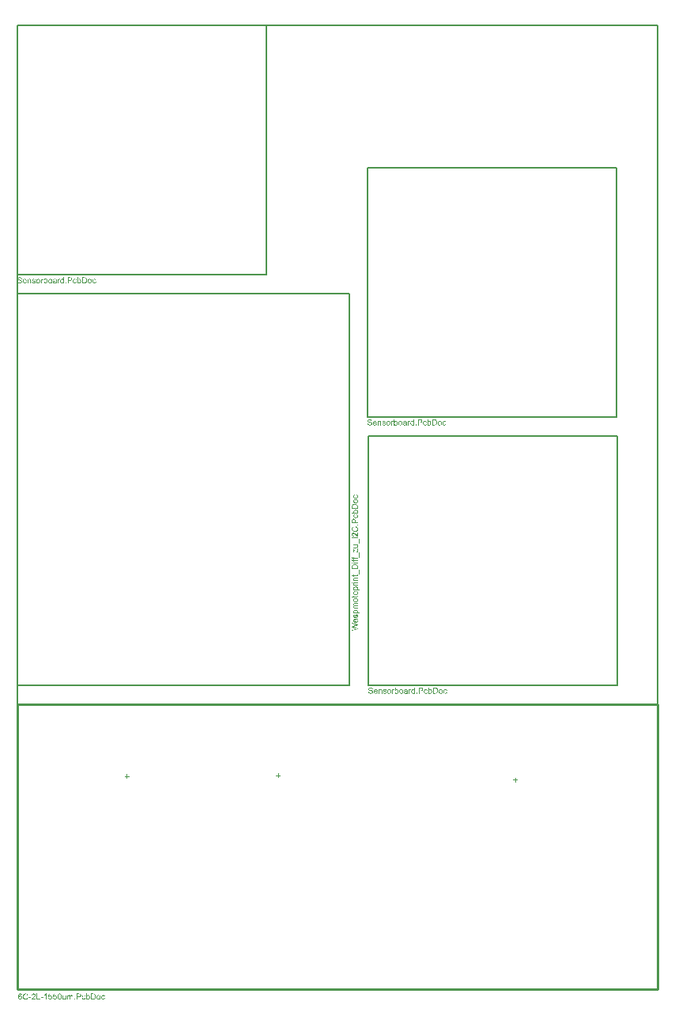
<source format=gm1>
%FSLAX44Y44*%
%MOMM*%
G71*
G01*
G75*
G04 Layer_Color=16711935*
%ADD10R,1.2000X0.3000*%
%ADD11R,0.6000X0.6200*%
%ADD12R,0.6200X0.6000*%
%ADD13R,0.9500X1.0000*%
%ADD14R,2.7000X1.1500*%
%ADD15R,1.2000X0.4000*%
%ADD16R,0.6250X0.2500*%
%ADD17R,1.6000X1.6000*%
%ADD18R,0.8000X0.3000*%
%ADD19R,0.3000X0.8000*%
%ADD20C,0.2500*%
%ADD21C,0.3000*%
%ADD22C,0.3810*%
%ADD23C,0.4000*%
%ADD24C,0.5000*%
%ADD25R,0.4000X1.2000*%
%ADD26R,0.3000X1.2000*%
%ADD27R,1.1500X2.7000*%
%ADD28C,0.2000*%
%ADD29R,0.5000X0.6000*%
%ADD30R,2.6000X1.1000*%
%ADD31R,2.3000X2.3000*%
%ADD32R,2.3000X2.3000*%
%ADD33R,3.2000X2.5000*%
%ADD34R,0.8000X0.5000*%
%ADD35R,3.6800X1.6500*%
%ADD36R,0.5000X0.8000*%
%ADD37R,1.7600X2.9500*%
%ADD38O,1.6000X0.4500*%
%ADD39R,0.6000X1.2700*%
%ADD40R,0.6000X0.8500*%
%ADD41C,1.0000*%
%ADD42C,0.5080*%
%ADD43C,0.4572*%
%ADD44C,1.2192*%
%ADD45C,1.1684*%
%ADD46C,0.2540*%
%ADD47C,0.3048*%
%ADD48C,0.6096*%
%ADD49C,0.1524*%
%ADD50C,0.1000*%
%ADD51C,2.0000*%
%ADD52C,3.0000*%
%ADD53C,0.8000*%
%ADD54R,2.0000X2.0000*%
%ADD55C,1.7000*%
%ADD56C,5.0000*%
%ADD57C,2.5000*%
%ADD58C,0.5000*%
%ADD59C,0.1700*%
%ADD60C,0.1800*%
%ADD61R,0.6000X0.6000*%
%ADD62R,0.7700X0.2700*%
%ADD63R,0.2700X0.7700*%
%ADD64R,1.4000X0.5000*%
%ADD65R,0.8000X0.8200*%
%ADD66R,0.8200X0.8000*%
%ADD67R,1.1500X1.2000*%
%ADD68R,2.9000X1.3500*%
%ADD69R,1.4000X0.6000*%
%ADD70R,0.8250X0.4500*%
%ADD71R,1.8000X1.8000*%
%ADD72R,1.0260X0.5260*%
%ADD73R,0.5260X1.0260*%
%ADD74R,0.6000X1.4000*%
%ADD75R,0.5000X1.4000*%
%ADD76R,1.3500X2.9000*%
%ADD77R,0.7000X0.8000*%
%ADD78R,2.8000X1.3000*%
%ADD79R,2.5000X2.5000*%
%ADD80R,2.5000X2.5000*%
%ADD81R,3.4000X2.7000*%
%ADD82R,1.0000X0.7000*%
%ADD83R,3.8800X1.8500*%
%ADD84R,0.7000X1.0000*%
%ADD85R,1.9600X3.1500*%
%ADD86O,1.8000X0.6500*%
%ADD87R,0.8000X1.4700*%
%ADD88R,0.8000X1.0500*%
%ADD89C,1.2000*%
%ADD90C,2.2260*%
%ADD91C,3.2260*%
%ADD92C,2.2000*%
%ADD93R,2.2000X2.2000*%
%ADD94C,1.9000*%
%ADD95C,5.2000*%
%ADD96C,2.7000*%
%ADD97C,0.7000*%
G36*
X410532Y607850D02*
X410620Y607840D01*
X410708Y607831D01*
X410815Y607811D01*
X410932Y607782D01*
X411176Y607704D01*
X411303Y607655D01*
X411440Y607597D01*
X411566Y607519D01*
X411693Y607431D01*
X411820Y607333D01*
X411937Y607226D01*
X411947Y607216D01*
X411966Y607197D01*
X411995Y607158D01*
X412034Y607109D01*
X412083Y607050D01*
X412132Y606972D01*
X412191Y606875D01*
X412249Y606777D01*
X412298Y606660D01*
X412356Y606524D01*
X412405Y606387D01*
X412454Y606231D01*
X412493Y606065D01*
X412522Y605880D01*
X412542Y605695D01*
X412551Y605490D01*
Y605480D01*
Y605451D01*
Y605402D01*
Y605344D01*
X412542Y605266D01*
Y605178D01*
X412532Y605080D01*
X412522Y604973D01*
X412483Y604749D01*
X412434Y604515D01*
X412366Y604280D01*
X412278Y604076D01*
Y604066D01*
X412268Y604056D01*
X412229Y603988D01*
X412161Y603900D01*
X412073Y603783D01*
X411966Y603656D01*
X411830Y603529D01*
X411674Y603403D01*
X411488Y603286D01*
X411479D01*
X411469Y603276D01*
X411440Y603256D01*
X411400Y603246D01*
X411293Y603198D01*
X411157Y603149D01*
X410991Y603091D01*
X410806Y603051D01*
X410601Y603013D01*
X410376Y603003D01*
X410279D01*
X410210Y603013D01*
X410132Y603022D01*
X410035Y603032D01*
X409928Y603051D01*
X409811Y603081D01*
X409567Y603159D01*
X409430Y603208D01*
X409303Y603266D01*
X409167Y603334D01*
X409040Y603422D01*
X408913Y603520D01*
X408796Y603627D01*
X408787Y603637D01*
X408767Y603656D01*
X408738Y603695D01*
X408708Y603744D01*
X408660Y603812D01*
X408611Y603890D01*
X408552Y603978D01*
X408504Y604085D01*
X408445Y604212D01*
X408387Y604339D01*
X408338Y604495D01*
X408299Y604651D01*
X408260Y604827D01*
X408231Y605012D01*
X408211Y605217D01*
X408201Y605431D01*
Y605451D01*
Y605490D01*
X408211Y605558D01*
Y605646D01*
X408221Y605753D01*
X408240Y605870D01*
X408260Y606007D01*
X408289Y606153D01*
X408328Y606309D01*
X408377Y606465D01*
X408435Y606621D01*
X408504Y606777D01*
X408582Y606933D01*
X408679Y607080D01*
X408787Y607216D01*
X408913Y607343D01*
X408923Y607353D01*
X408942Y607363D01*
X408972Y607392D01*
X409021Y607421D01*
X409079Y607460D01*
X409147Y607509D01*
X409225Y607558D01*
X409323Y607606D01*
X409421Y607645D01*
X409528Y607694D01*
X409781Y607782D01*
X410064Y607840D01*
X410220Y607850D01*
X410376Y607860D01*
X410464D01*
X410532Y607850D01*
D02*
G37*
G36*
X440105Y607236D02*
X440115Y607245D01*
X440125Y607265D01*
X440154Y607294D01*
X440193Y607333D01*
X440242Y607382D01*
X440300Y607431D01*
X440447Y607548D01*
X440622Y607665D01*
X440847Y607762D01*
X440964Y607802D01*
X441090Y607831D01*
X441227Y607850D01*
X441363Y607860D01*
X441441D01*
X441520Y607850D01*
X441627Y607840D01*
X441754Y607821D01*
X441890Y607782D01*
X442027Y607743D01*
X442173Y607684D01*
X442193Y607675D01*
X442241Y607655D01*
X442310Y607616D01*
X442397Y607558D01*
X442495Y607489D01*
X442593Y607402D01*
X442700Y607304D01*
X442797Y607197D01*
X442807Y607187D01*
X442836Y607138D01*
X442885Y607070D01*
X442944Y606982D01*
X443002Y606875D01*
X443070Y606748D01*
X443129Y606602D01*
X443187Y606436D01*
X443197Y606417D01*
X443207Y606358D01*
X443236Y606270D01*
X443265Y606153D01*
X443285Y606017D01*
X443314Y605860D01*
X443324Y605685D01*
X443334Y605500D01*
Y605490D01*
Y605451D01*
Y605383D01*
X443324Y605305D01*
X443314Y605197D01*
X443304Y605090D01*
X443285Y604953D01*
X443256Y604817D01*
X443187Y604524D01*
X443139Y604368D01*
X443080Y604212D01*
X443012Y604056D01*
X442934Y603910D01*
X442846Y603773D01*
X442739Y603646D01*
X442729Y603637D01*
X442710Y603617D01*
X442680Y603588D01*
X442631Y603549D01*
X442583Y603500D01*
X442514Y603442D01*
X442436Y603383D01*
X442339Y603325D01*
X442134Y603208D01*
X441900Y603100D01*
X441763Y603061D01*
X441627Y603032D01*
X441480Y603013D01*
X441325Y603003D01*
X441246D01*
X441188Y603013D01*
X441120Y603022D01*
X441042Y603042D01*
X440856Y603091D01*
X440759Y603120D01*
X440652Y603168D01*
X440544Y603227D01*
X440437Y603295D01*
X440339Y603373D01*
X440232Y603461D01*
X440135Y603568D01*
X440047Y603685D01*
Y603110D01*
X439315D01*
Y609518D01*
X440105D01*
Y607236D01*
D02*
G37*
G36*
X397609Y607850D02*
X397697Y607840D01*
X397784Y607831D01*
X397892Y607811D01*
X398009Y607782D01*
X398253Y607704D01*
X398379Y607655D01*
X398516Y607597D01*
X398643Y607519D01*
X398769Y607431D01*
X398896Y607333D01*
X399013Y607226D01*
X399023Y607216D01*
X399043Y607197D01*
X399072Y607158D01*
X399111Y607109D01*
X399160Y607050D01*
X399208Y606972D01*
X399267Y606875D01*
X399325Y606777D01*
X399374Y606660D01*
X399433Y606524D01*
X399482Y606387D01*
X399530Y606231D01*
X399569Y606065D01*
X399599Y605880D01*
X399618Y605695D01*
X399628Y605490D01*
Y605480D01*
Y605451D01*
Y605402D01*
Y605344D01*
X399618Y605266D01*
Y605178D01*
X399608Y605080D01*
X399599Y604973D01*
X399560Y604749D01*
X399511Y604515D01*
X399442Y604280D01*
X399355Y604076D01*
Y604066D01*
X399345Y604056D01*
X399306Y603988D01*
X399238Y603900D01*
X399150Y603783D01*
X399043Y603656D01*
X398906Y603529D01*
X398750Y603403D01*
X398565Y603286D01*
X398555D01*
X398545Y603276D01*
X398516Y603256D01*
X398477Y603246D01*
X398370Y603198D01*
X398233Y603149D01*
X398067Y603091D01*
X397882Y603051D01*
X397677Y603013D01*
X397453Y603003D01*
X397355D01*
X397287Y603013D01*
X397209Y603022D01*
X397111Y603032D01*
X397004Y603051D01*
X396887Y603081D01*
X396643Y603159D01*
X396507Y603208D01*
X396380Y603266D01*
X396243Y603334D01*
X396117Y603422D01*
X395990Y603520D01*
X395873Y603627D01*
X395863Y603637D01*
X395844Y603656D01*
X395814Y603695D01*
X395785Y603744D01*
X395736Y603812D01*
X395687Y603890D01*
X395629Y603978D01*
X395580Y604085D01*
X395522Y604212D01*
X395463Y604339D01*
X395414Y604495D01*
X395375Y604651D01*
X395336Y604827D01*
X395307Y605012D01*
X395288Y605217D01*
X395278Y605431D01*
Y605451D01*
Y605490D01*
X395288Y605558D01*
Y605646D01*
X395297Y605753D01*
X395317Y605870D01*
X395336Y606007D01*
X395365Y606153D01*
X395405Y606309D01*
X395453Y606465D01*
X395512Y606621D01*
X395580Y606777D01*
X395658Y606933D01*
X395756Y607080D01*
X395863Y607216D01*
X395990Y607343D01*
X395999Y607353D01*
X396019Y607363D01*
X396048Y607392D01*
X396097Y607421D01*
X396156Y607460D01*
X396224Y607509D01*
X396302Y607558D01*
X396399Y607606D01*
X396497Y607645D01*
X396604Y607694D01*
X396858Y607782D01*
X397141Y607840D01*
X397297Y607850D01*
X397453Y607860D01*
X397541D01*
X397609Y607850D01*
D02*
G37*
G36*
X404300Y607236D02*
X404310Y607245D01*
X404319Y607265D01*
X404349Y607294D01*
X404388Y607333D01*
X404436Y607382D01*
X404495Y607431D01*
X404641Y607548D01*
X404817Y607665D01*
X405041Y607762D01*
X405158Y607802D01*
X405285Y607831D01*
X405421Y607850D01*
X405558Y607860D01*
X405636D01*
X405714Y607850D01*
X405821Y607840D01*
X405948Y607821D01*
X406085Y607782D01*
X406221Y607743D01*
X406368Y607684D01*
X406387Y607675D01*
X406436Y607655D01*
X406504Y607616D01*
X406592Y607558D01*
X406689Y607489D01*
X406787Y607402D01*
X406894Y607304D01*
X406992Y607197D01*
X407002Y607187D01*
X407031Y607138D01*
X407080Y607070D01*
X407138Y606982D01*
X407197Y606875D01*
X407265Y606748D01*
X407323Y606602D01*
X407382Y606436D01*
X407392Y606417D01*
X407402Y606358D01*
X407431Y606270D01*
X407460Y606153D01*
X407480Y606017D01*
X407509Y605860D01*
X407519Y605685D01*
X407528Y605500D01*
Y605490D01*
Y605451D01*
Y605383D01*
X407519Y605305D01*
X407509Y605197D01*
X407499Y605090D01*
X407480Y604953D01*
X407450Y604817D01*
X407382Y604524D01*
X407333Y604368D01*
X407275Y604212D01*
X407206Y604056D01*
X407128Y603910D01*
X407041Y603773D01*
X406933Y603646D01*
X406923Y603637D01*
X406904Y603617D01*
X406875Y603588D01*
X406826Y603549D01*
X406777Y603500D01*
X406709Y603442D01*
X406631Y603383D01*
X406533Y603325D01*
X406329Y603208D01*
X406095Y603100D01*
X405958Y603061D01*
X405821Y603032D01*
X405675Y603013D01*
X405519Y603003D01*
X405441D01*
X405382Y603013D01*
X405314Y603022D01*
X405236Y603042D01*
X405051Y603091D01*
X404953Y603120D01*
X404846Y603168D01*
X404739Y603227D01*
X404631Y603295D01*
X404534Y603373D01*
X404427Y603461D01*
X404329Y603568D01*
X404241Y603685D01*
Y603110D01*
X403510D01*
Y609518D01*
X404300D01*
Y607236D01*
D02*
G37*
G36*
X452795Y607850D02*
X452882Y607840D01*
X452970Y607831D01*
X453078Y607811D01*
X453195Y607782D01*
X453438Y607704D01*
X453565Y607655D01*
X453702Y607597D01*
X453829Y607519D01*
X453955Y607431D01*
X454082Y607333D01*
X454199Y607226D01*
X454209Y607216D01*
X454229Y607197D01*
X454258Y607158D01*
X454297Y607109D01*
X454346Y607050D01*
X454394Y606972D01*
X454453Y606875D01*
X454511Y606777D01*
X454560Y606660D01*
X454619Y606524D01*
X454667Y606387D01*
X454716Y606231D01*
X454755Y606065D01*
X454785Y605880D01*
X454804Y605695D01*
X454814Y605490D01*
Y605480D01*
Y605451D01*
Y605402D01*
Y605344D01*
X454804Y605266D01*
Y605178D01*
X454794Y605080D01*
X454785Y604973D01*
X454745Y604749D01*
X454697Y604515D01*
X454628Y604280D01*
X454541Y604076D01*
Y604066D01*
X454531Y604056D01*
X454492Y603988D01*
X454424Y603900D01*
X454336Y603783D01*
X454229Y603656D01*
X454092Y603529D01*
X453936Y603403D01*
X453751Y603286D01*
X453741D01*
X453731Y603276D01*
X453702Y603256D01*
X453663Y603246D01*
X453555Y603198D01*
X453419Y603149D01*
X453253Y603091D01*
X453068Y603051D01*
X452863Y603013D01*
X452639Y603003D01*
X452541D01*
X452473Y603013D01*
X452395Y603022D01*
X452297Y603032D01*
X452190Y603051D01*
X452073Y603081D01*
X451829Y603159D01*
X451693Y603208D01*
X451566Y603266D01*
X451429Y603334D01*
X451302Y603422D01*
X451176Y603520D01*
X451059Y603627D01*
X451049Y603637D01*
X451029Y603656D01*
X451000Y603695D01*
X450971Y603744D01*
X450922Y603812D01*
X450873Y603890D01*
X450815Y603978D01*
X450766Y604085D01*
X450708Y604212D01*
X450649Y604339D01*
X450600Y604495D01*
X450561Y604651D01*
X450522Y604827D01*
X450493Y605012D01*
X450473Y605217D01*
X450464Y605431D01*
Y605451D01*
Y605490D01*
X450473Y605558D01*
Y605646D01*
X450483Y605753D01*
X450503Y605870D01*
X450522Y606007D01*
X450551Y606153D01*
X450590Y606309D01*
X450639Y606465D01*
X450698Y606621D01*
X450766Y606777D01*
X450844Y606933D01*
X450942Y607080D01*
X451049Y607216D01*
X451176Y607343D01*
X451185Y607353D01*
X451205Y607363D01*
X451234Y607392D01*
X451283Y607421D01*
X451341Y607460D01*
X451410Y607509D01*
X451488Y607558D01*
X451585Y607606D01*
X451683Y607645D01*
X451790Y607694D01*
X452044Y607782D01*
X452327Y607840D01*
X452483Y607850D01*
X452639Y607860D01*
X452727D01*
X452795Y607850D01*
D02*
G37*
G36*
X431756Y609508D02*
X431912Y609499D01*
X432078Y609489D01*
X432234Y609469D01*
X432371Y609450D01*
X432390D01*
X432449Y609430D01*
X432537Y609411D01*
X432644Y609382D01*
X432771Y609342D01*
X432897Y609294D01*
X433034Y609226D01*
X433161Y609147D01*
X433171Y609138D01*
X433219Y609109D01*
X433278Y609060D01*
X433346Y608991D01*
X433424Y608904D01*
X433512Y608796D01*
X433600Y608679D01*
X433678Y608533D01*
X433687Y608513D01*
X433707Y608465D01*
X433736Y608387D01*
X433775Y608279D01*
X433814Y608153D01*
X433843Y608006D01*
X433863Y607840D01*
X433873Y607665D01*
Y607655D01*
Y607626D01*
Y607587D01*
X433863Y607528D01*
X433853Y607460D01*
X433843Y607372D01*
X433834Y607285D01*
X433805Y607187D01*
X433746Y606963D01*
X433648Y606738D01*
X433590Y606621D01*
X433522Y606504D01*
X433444Y606387D01*
X433346Y606280D01*
X433336Y606270D01*
X433317Y606260D01*
X433288Y606231D01*
X433248Y606192D01*
X433180Y606153D01*
X433112Y606104D01*
X433024Y606056D01*
X432917Y606007D01*
X432800Y605948D01*
X432663Y605900D01*
X432507Y605851D01*
X432341Y605812D01*
X432146Y605773D01*
X431941Y605743D01*
X431717Y605734D01*
X431473Y605724D01*
X429835D01*
Y603110D01*
X428986D01*
Y609518D01*
X431610D01*
X431756Y609508D01*
D02*
G37*
G36*
X447030D02*
X447206Y609499D01*
X447401Y609479D01*
X447586Y609450D01*
X447742Y609421D01*
X447752D01*
X447772Y609411D01*
X447791D01*
X447830Y609391D01*
X447937Y609362D01*
X448064Y609313D01*
X448210Y609255D01*
X448367Y609177D01*
X448523Y609079D01*
X448679Y608962D01*
X448689D01*
X448698Y608943D01*
X448767Y608884D01*
X448854Y608787D01*
X448962Y608660D01*
X449088Y608504D01*
X449215Y608318D01*
X449332Y608104D01*
X449440Y607860D01*
Y607850D01*
X449449Y607831D01*
X449459Y607792D01*
X449478Y607743D01*
X449498Y607684D01*
X449518Y607606D01*
X449547Y607519D01*
X449566Y607421D01*
X449586Y607314D01*
X449615Y607197D01*
X449654Y606943D01*
X449683Y606660D01*
X449693Y606348D01*
Y606338D01*
Y606319D01*
Y606280D01*
Y606221D01*
X449683Y606163D01*
Y606085D01*
X449674Y605909D01*
X449654Y605714D01*
X449615Y605490D01*
X449576Y605266D01*
X449518Y605051D01*
Y605041D01*
X449508Y605022D01*
X449498Y604992D01*
X449488Y604953D01*
X449449Y604856D01*
X449400Y604719D01*
X449342Y604573D01*
X449264Y604417D01*
X449176Y604261D01*
X449079Y604115D01*
X449069Y604095D01*
X449030Y604056D01*
X448981Y603988D01*
X448903Y603900D01*
X448825Y603812D01*
X448718Y603715D01*
X448610Y603617D01*
X448493Y603529D01*
X448484Y603520D01*
X448435Y603500D01*
X448367Y603461D01*
X448279Y603412D01*
X448172Y603364D01*
X448045Y603315D01*
X447898Y603266D01*
X447733Y603217D01*
X447713D01*
X447655Y603198D01*
X447567Y603188D01*
X447440Y603168D01*
X447294Y603149D01*
X447118Y603130D01*
X446923Y603120D01*
X446708Y603110D01*
X444407D01*
Y609518D01*
X446865D01*
X447030Y609508D01*
D02*
G37*
G36*
X415634Y607850D02*
X415770Y607840D01*
X415926Y607821D01*
X416092Y607802D01*
X416248Y607762D01*
X416394Y607714D01*
X416414Y607704D01*
X416453Y607694D01*
X416521Y607655D01*
X416599Y607616D01*
X416687Y607567D01*
X416784Y607509D01*
X416862Y607441D01*
X416940Y607363D01*
X416950Y607353D01*
X416970Y607324D01*
X416999Y607285D01*
X417038Y607216D01*
X417077Y607138D01*
X417116Y607050D01*
X417155Y606943D01*
X417184Y606826D01*
Y606816D01*
X417194Y606787D01*
X417204Y606738D01*
X417214Y606660D01*
Y606563D01*
X417223Y606436D01*
X417233Y606290D01*
Y606104D01*
Y605051D01*
Y605041D01*
Y605002D01*
Y604944D01*
Y604875D01*
Y604788D01*
Y604690D01*
X417243Y604466D01*
Y604222D01*
X417253Y603998D01*
X417262Y603890D01*
Y603802D01*
X417272Y603725D01*
X417282Y603656D01*
Y603646D01*
X417292Y603607D01*
X417301Y603549D01*
X417321Y603481D01*
X417350Y603403D01*
X417389Y603305D01*
X417477Y603110D01*
X416658D01*
X416648Y603120D01*
X416638Y603149D01*
X416619Y603208D01*
X416589Y603276D01*
X416560Y603364D01*
X416541Y603461D01*
X416521Y603568D01*
X416502Y603695D01*
X416482Y603676D01*
X416424Y603637D01*
X416345Y603568D01*
X416228Y603490D01*
X416102Y603393D01*
X415955Y603305D01*
X415809Y603227D01*
X415653Y603159D01*
X415634Y603149D01*
X415585Y603139D01*
X415507Y603110D01*
X415399Y603081D01*
X415263Y603051D01*
X415117Y603032D01*
X414961Y603013D01*
X414785Y603003D01*
X414717D01*
X414658Y603013D01*
X414600D01*
X414522Y603022D01*
X414356Y603051D01*
X414161Y603091D01*
X413975Y603159D01*
X413780Y603246D01*
X413615Y603373D01*
X413595Y603393D01*
X413546Y603442D01*
X413488Y603520D01*
X413410Y603637D01*
X413332Y603773D01*
X413273Y603929D01*
X413224Y604124D01*
X413205Y604329D01*
Y604349D01*
Y604388D01*
X413215Y604456D01*
X413224Y604534D01*
X413244Y604632D01*
X413263Y604739D01*
X413302Y604846D01*
X413351Y604953D01*
X413361Y604963D01*
X413380Y605002D01*
X413410Y605051D01*
X413459Y605119D01*
X413517Y605187D01*
X413595Y605266D01*
X413673Y605334D01*
X413761Y605402D01*
X413771Y605412D01*
X413810Y605431D01*
X413858Y605461D01*
X413927Y605500D01*
X414014Y605548D01*
X414102Y605587D01*
X414210Y605626D01*
X414327Y605665D01*
X414336D01*
X414375Y605675D01*
X414424Y605685D01*
X414502Y605704D01*
X414600Y605724D01*
X414726Y605743D01*
X414863Y605763D01*
X415029Y605783D01*
X415038D01*
X415068Y605792D01*
X415117D01*
X415185Y605802D01*
X415263Y605812D01*
X415351Y605821D01*
X415565Y605860D01*
X415790Y605900D01*
X416024Y605938D01*
X416248Y605997D01*
X416345Y606026D01*
X416433Y606056D01*
Y606065D01*
Y606085D01*
X416443Y606143D01*
Y606212D01*
Y606241D01*
Y606260D01*
Y606270D01*
Y606280D01*
Y606338D01*
X416433Y606426D01*
X416414Y606524D01*
X416385Y606631D01*
X416345Y606748D01*
X416297Y606846D01*
X416219Y606933D01*
X416209Y606943D01*
X416160Y606972D01*
X416092Y607021D01*
X415994Y607070D01*
X415868Y607119D01*
X415712Y607168D01*
X415526Y607197D01*
X415321Y607206D01*
X415234D01*
X415136Y607197D01*
X415009Y607187D01*
X414873Y607158D01*
X414746Y607128D01*
X414609Y607080D01*
X414502Y607011D01*
X414492Y607002D01*
X414463Y606972D01*
X414414Y606924D01*
X414356Y606855D01*
X414287Y606758D01*
X414229Y606641D01*
X414161Y606494D01*
X414112Y606329D01*
X413341Y606436D01*
Y606446D01*
X413351Y606455D01*
X413361Y606514D01*
X413390Y606602D01*
X413419Y606719D01*
X413468Y606846D01*
X413527Y606972D01*
X413595Y607109D01*
X413683Y607226D01*
X413693Y607236D01*
X413732Y607275D01*
X413780Y607333D01*
X413858Y607402D01*
X413956Y607470D01*
X414083Y607548D01*
X414219Y607626D01*
X414375Y607694D01*
X414385D01*
X414395Y607704D01*
X414424Y607714D01*
X414453Y607723D01*
X414551Y607743D01*
X414678Y607782D01*
X414834Y607811D01*
X415009Y607831D01*
X415214Y607850D01*
X415429Y607860D01*
X415526D01*
X415634Y607850D01*
D02*
G37*
G36*
X427513Y603110D02*
X426616D01*
Y604007D01*
X427513D01*
Y603110D01*
D02*
G37*
G36*
X388460Y607850D02*
X388558Y607840D01*
X388675Y607821D01*
X388811Y607792D01*
X388938Y607753D01*
X389075Y607704D01*
X389094Y607694D01*
X389133Y607675D01*
X389192Y607645D01*
X389269Y607597D01*
X389357Y607538D01*
X389445Y607470D01*
X389533Y607392D01*
X389601Y607304D01*
X389611Y607294D01*
X389630Y607265D01*
X389660Y607206D01*
X389699Y607138D01*
X389738Y607060D01*
X389777Y606963D01*
X389816Y606846D01*
X389845Y606729D01*
Y606719D01*
X389855Y606690D01*
X389865Y606631D01*
X389874Y606553D01*
Y606446D01*
X389884Y606309D01*
X389894Y606153D01*
Y605958D01*
Y603110D01*
X389104D01*
Y605929D01*
Y605938D01*
Y605948D01*
Y606007D01*
Y606095D01*
X389094Y606202D01*
X389084Y606309D01*
X389065Y606436D01*
X389035Y606543D01*
X389006Y606641D01*
Y606651D01*
X388987Y606680D01*
X388967Y606729D01*
X388938Y606777D01*
X388889Y606846D01*
X388831Y606904D01*
X388762Y606972D01*
X388684Y607031D01*
X388675Y607041D01*
X388645Y607050D01*
X388596Y607080D01*
X388528Y607109D01*
X388450Y607128D01*
X388353Y607158D01*
X388255Y607168D01*
X388138Y607177D01*
X388050D01*
X387962Y607158D01*
X387836Y607138D01*
X387699Y607099D01*
X387563Y607041D01*
X387407Y606963D01*
X387270Y606855D01*
X387251Y606836D01*
X387211Y606787D01*
X387153Y606709D01*
X387124Y606651D01*
X387094Y606582D01*
X387056Y606504D01*
X387026Y606417D01*
X386997Y606319D01*
X386968Y606212D01*
X386938Y606085D01*
X386929Y605948D01*
X386909Y605802D01*
Y605646D01*
Y603110D01*
X386119D01*
Y607753D01*
X386831D01*
Y607090D01*
X386841Y607099D01*
X386851Y607119D01*
X386880Y607158D01*
X386929Y607206D01*
X386977Y607265D01*
X387046Y607333D01*
X387114Y607402D01*
X387202Y607480D01*
X387309Y607548D01*
X387416Y607616D01*
X387533Y607684D01*
X387670Y607743D01*
X387807Y607792D01*
X387962Y607831D01*
X388128Y607850D01*
X388304Y607860D01*
X388372D01*
X388460Y607850D01*
D02*
G37*
G36*
X420296D02*
X420403Y607831D01*
X420520Y607792D01*
X420657Y607753D01*
X420803Y607684D01*
X420959Y607597D01*
X420676Y606875D01*
X420666Y606885D01*
X420627Y606904D01*
X420569Y606933D01*
X420501Y606963D01*
X420413Y606992D01*
X420315Y607021D01*
X420208Y607041D01*
X420101Y607050D01*
X420062D01*
X420013Y607041D01*
X419945Y607031D01*
X419876Y607011D01*
X419798Y606982D01*
X419720Y606943D01*
X419642Y606894D01*
X419632Y606885D01*
X419613Y606865D01*
X419574Y606826D01*
X419535Y606777D01*
X419486Y606719D01*
X419437Y606641D01*
X419398Y606553D01*
X419359Y606455D01*
X419350Y606436D01*
X419340Y606387D01*
X419320Y606299D01*
X419301Y606182D01*
X419272Y606046D01*
X419252Y605890D01*
X419242Y605724D01*
X419233Y605539D01*
Y603110D01*
X418442D01*
Y607753D01*
X419155D01*
Y607060D01*
X419164Y607070D01*
X419203Y607128D01*
X419252Y607216D01*
X419311Y607314D01*
X419389Y607421D01*
X419476Y607528D01*
X419554Y607626D01*
X419642Y607694D01*
X419652Y607704D01*
X419681Y607723D01*
X419730Y607743D01*
X419798Y607782D01*
X419867Y607811D01*
X419954Y607831D01*
X420052Y607850D01*
X420149Y607860D01*
X420218D01*
X420296Y607850D01*
D02*
G37*
G36*
X377673Y609616D02*
X377741D01*
X377907Y609596D01*
X378102Y609567D01*
X378316Y609528D01*
X378531Y609469D01*
X378736Y609391D01*
X378745D01*
X378755Y609382D01*
X378784Y609372D01*
X378823Y609352D01*
X378921Y609294D01*
X379048Y609226D01*
X379184Y609128D01*
X379321Y609011D01*
X379457Y608874D01*
X379575Y608718D01*
X379584Y608699D01*
X379623Y608640D01*
X379672Y608543D01*
X379721Y608426D01*
X379779Y608279D01*
X379838Y608104D01*
X379877Y607919D01*
X379896Y607714D01*
X379087Y607655D01*
Y607665D01*
Y607684D01*
X379077Y607714D01*
X379067Y607753D01*
X379048Y607860D01*
X379009Y607996D01*
X378950Y608143D01*
X378872Y608289D01*
X378765Y608436D01*
X378638Y608562D01*
X378619Y608572D01*
X378570Y608611D01*
X378482Y608660D01*
X378365Y608718D01*
X378209Y608777D01*
X378014Y608826D01*
X377789Y608865D01*
X377526Y608874D01*
X377399D01*
X377341Y608865D01*
X377263D01*
X377097Y608835D01*
X376912Y608806D01*
X376726Y608757D01*
X376551Y608689D01*
X376473Y608640D01*
X376404Y608591D01*
X376395Y608582D01*
X376356Y608543D01*
X376297Y608484D01*
X376239Y608396D01*
X376170Y608299D01*
X376122Y608182D01*
X376083Y608055D01*
X376063Y607909D01*
Y607889D01*
Y607850D01*
X376073Y607782D01*
X376092Y607704D01*
X376122Y607616D01*
X376170Y607519D01*
X376229Y607431D01*
X376307Y607343D01*
X376317Y607333D01*
X376366Y607304D01*
X376395Y607285D01*
X376434Y607255D01*
X376492Y607236D01*
X376561Y607206D01*
X376639Y607168D01*
X376726Y607128D01*
X376824Y607099D01*
X376941Y607060D01*
X377077Y607011D01*
X377224Y606972D01*
X377390Y606933D01*
X377575Y606885D01*
X377585D01*
X377624Y606875D01*
X377673Y606865D01*
X377741Y606846D01*
X377829Y606826D01*
X377926Y606797D01*
X378141Y606748D01*
X378375Y606680D01*
X378609Y606612D01*
X378726Y606582D01*
X378823Y606543D01*
X378921Y606504D01*
X378999Y606475D01*
X379009D01*
X379028Y606465D01*
X379048Y606446D01*
X379087Y606426D01*
X379184Y606368D01*
X379311Y606299D01*
X379448Y606202D01*
X379584Y606085D01*
X379711Y605958D01*
X379818Y605821D01*
X379828Y605802D01*
X379857Y605753D01*
X379906Y605675D01*
X379955Y605558D01*
X380004Y605431D01*
X380052Y605275D01*
X380082Y605100D01*
X380091Y604914D01*
Y604905D01*
Y604895D01*
Y604866D01*
Y604827D01*
X380072Y604729D01*
X380052Y604602D01*
X380023Y604456D01*
X379965Y604290D01*
X379896Y604115D01*
X379799Y603949D01*
X379789Y603929D01*
X379740Y603871D01*
X379682Y603793D01*
X379584Y603695D01*
X379467Y603578D01*
X379321Y603461D01*
X379145Y603354D01*
X378950Y603246D01*
X378941D01*
X378921Y603237D01*
X378892Y603227D01*
X378853Y603208D01*
X378804Y603188D01*
X378745Y603168D01*
X378589Y603130D01*
X378414Y603081D01*
X378199Y603042D01*
X377975Y603013D01*
X377721Y603003D01*
X377575D01*
X377507Y603013D01*
X377419D01*
X377321Y603022D01*
X377214Y603032D01*
X376990Y603061D01*
X376746Y603110D01*
X376502Y603168D01*
X376268Y603246D01*
X376258D01*
X376239Y603256D01*
X376209Y603276D01*
X376170Y603295D01*
X376063Y603354D01*
X375936Y603442D01*
X375780Y603549D01*
X375634Y603676D01*
X375478Y603832D01*
X375341Y604007D01*
Y604017D01*
X375332Y604027D01*
X375312Y604056D01*
X375293Y604095D01*
X375263Y604144D01*
X375234Y604202D01*
X375176Y604349D01*
X375117Y604515D01*
X375059Y604719D01*
X375019Y604934D01*
X375000Y605168D01*
X375800Y605236D01*
Y605227D01*
Y605217D01*
X375810Y605158D01*
X375829Y605070D01*
X375849Y604953D01*
X375888Y604827D01*
X375927Y604690D01*
X375985Y604563D01*
X376053Y604436D01*
X376063Y604427D01*
X376092Y604388D01*
X376141Y604329D01*
X376219Y604261D01*
X376307Y604183D01*
X376414Y604095D01*
X376551Y604017D01*
X376697Y603939D01*
X376707D01*
X376717Y603929D01*
X376775Y603910D01*
X376863Y603881D01*
X376990Y603851D01*
X377126Y603812D01*
X377302Y603783D01*
X377487Y603764D01*
X377682Y603754D01*
X377760D01*
X377858Y603764D01*
X377965Y603773D01*
X378102Y603783D01*
X378238Y603812D01*
X378385Y603842D01*
X378531Y603890D01*
X378550Y603900D01*
X378589Y603919D01*
X378658Y603949D01*
X378736Y603998D01*
X378833Y604056D01*
X378921Y604124D01*
X379009Y604202D01*
X379087Y604290D01*
X379096Y604300D01*
X379116Y604339D01*
X379145Y604388D01*
X379184Y604456D01*
X379214Y604534D01*
X379243Y604632D01*
X379262Y604729D01*
X379272Y604836D01*
Y604846D01*
Y604885D01*
X379262Y604944D01*
X379253Y605012D01*
X379233Y605100D01*
X379194Y605187D01*
X379155Y605275D01*
X379096Y605363D01*
X379087Y605373D01*
X379067Y605402D01*
X379019Y605441D01*
X378960Y605500D01*
X378882Y605558D01*
X378784Y605617D01*
X378658Y605685D01*
X378521Y605743D01*
X378511Y605753D01*
X378472Y605763D01*
X378394Y605783D01*
X378345Y605802D01*
X378287Y605821D01*
X378209Y605841D01*
X378131Y605860D01*
X378033Y605890D01*
X377936Y605919D01*
X377819Y605948D01*
X377682Y605978D01*
X377536Y606017D01*
X377380Y606056D01*
X377370D01*
X377341Y606065D01*
X377292Y606075D01*
X377234Y606095D01*
X377165Y606114D01*
X377087Y606134D01*
X376902Y606182D01*
X376697Y606251D01*
X376492Y606319D01*
X376307Y606387D01*
X376219Y606417D01*
X376151Y606455D01*
X376141D01*
X376131Y606465D01*
X376073Y606504D01*
X375995Y606553D01*
X375897Y606621D01*
X375780Y606709D01*
X375673Y606807D01*
X375566Y606924D01*
X375468Y607050D01*
X375458Y607070D01*
X375429Y607119D01*
X375400Y607187D01*
X375361Y607285D01*
X375312Y607402D01*
X375283Y607538D01*
X375254Y607694D01*
X375244Y607850D01*
Y607860D01*
Y607870D01*
Y607899D01*
Y607938D01*
X375263Y608026D01*
X375283Y608143D01*
X375312Y608289D01*
X375361Y608436D01*
X375429Y608601D01*
X375517Y608757D01*
Y608767D01*
X375527Y608777D01*
X375566Y608826D01*
X375634Y608904D01*
X375722Y609001D01*
X375829Y609099D01*
X375966Y609206D01*
X376131Y609313D01*
X376317Y609401D01*
X376326D01*
X376336Y609411D01*
X376366Y609421D01*
X376414Y609440D01*
X376463Y609450D01*
X376522Y609469D01*
X376658Y609518D01*
X376834Y609557D01*
X377029Y609586D01*
X377253Y609616D01*
X377487Y609625D01*
X377604D01*
X377673Y609616D01*
D02*
G37*
G36*
X425153Y603110D02*
X424422D01*
Y603685D01*
X424412Y603676D01*
X424402Y603656D01*
X424373Y603627D01*
X424334Y603578D01*
X424295Y603529D01*
X424236Y603471D01*
X424168Y603412D01*
X424090Y603344D01*
X424002Y603286D01*
X423905Y603217D01*
X423797Y603159D01*
X423690Y603110D01*
X423563Y603061D01*
X423427Y603032D01*
X423280Y603013D01*
X423124Y603003D01*
X423066D01*
X423027Y603013D01*
X422919Y603022D01*
X422793Y603042D01*
X422627Y603081D01*
X422461Y603130D01*
X422276Y603208D01*
X422100Y603305D01*
X422090D01*
X422081Y603315D01*
X422022Y603364D01*
X421944Y603432D01*
X421837Y603529D01*
X421730Y603646D01*
X421603Y603793D01*
X421495Y603959D01*
X421388Y604154D01*
Y604163D01*
X421378Y604183D01*
X421369Y604212D01*
X421349Y604251D01*
X421330Y604300D01*
X421310Y604368D01*
X421261Y604524D01*
X421213Y604710D01*
X421174Y604924D01*
X421144Y605158D01*
X421134Y605422D01*
Y605431D01*
Y605451D01*
Y605490D01*
Y605539D01*
X421144Y605597D01*
Y605675D01*
X421164Y605841D01*
X421193Y606036D01*
X421232Y606241D01*
X421281Y606465D01*
X421359Y606680D01*
Y606690D01*
X421369Y606709D01*
X421388Y606738D01*
X421408Y606777D01*
X421456Y606875D01*
X421534Y607002D01*
X421632Y607148D01*
X421749Y607294D01*
X421886Y607431D01*
X422051Y607558D01*
X422061D01*
X422071Y607567D01*
X422129Y607606D01*
X422227Y607655D01*
X422354Y607714D01*
X422510Y607762D01*
X422685Y607811D01*
X422880Y607850D01*
X423085Y607860D01*
X423153D01*
X423232Y607850D01*
X423339Y607840D01*
X423446Y607811D01*
X423573Y607782D01*
X423700Y607733D01*
X423826Y607675D01*
X423846Y607665D01*
X423885Y607645D01*
X423944Y607606D01*
X424022Y607548D01*
X424100Y607489D01*
X424197Y607411D01*
X424285Y607314D01*
X424363Y607216D01*
Y609518D01*
X425153D01*
Y603110D01*
D02*
G37*
G36*
X402398Y607850D02*
X402505Y607831D01*
X402622Y607792D01*
X402759Y607753D01*
X402905Y607684D01*
X403061Y607597D01*
X402778Y606875D01*
X402769Y606885D01*
X402729Y606904D01*
X402671Y606933D01*
X402603Y606963D01*
X402515Y606992D01*
X402417Y607021D01*
X402310Y607041D01*
X402203Y607050D01*
X402164D01*
X402115Y607041D01*
X402047Y607031D01*
X401978Y607011D01*
X401900Y606982D01*
X401822Y606943D01*
X401744Y606894D01*
X401735Y606885D01*
X401715Y606865D01*
X401676Y606826D01*
X401637Y606777D01*
X401588Y606719D01*
X401540Y606641D01*
X401501Y606553D01*
X401461Y606455D01*
X401452Y606436D01*
X401442Y606387D01*
X401423Y606299D01*
X401403Y606182D01*
X401374Y606046D01*
X401354Y605890D01*
X401344Y605724D01*
X401335Y605539D01*
Y603110D01*
X400545D01*
Y607753D01*
X401257D01*
Y607060D01*
X401267Y607070D01*
X401306Y607128D01*
X401354Y607216D01*
X401413Y607314D01*
X401491Y607421D01*
X401579Y607528D01*
X401657Y607626D01*
X401744Y607694D01*
X401754Y607704D01*
X401783Y607723D01*
X401832Y607743D01*
X401900Y607782D01*
X401969Y607811D01*
X402057Y607831D01*
X402154Y607850D01*
X402252Y607860D01*
X402320D01*
X402398Y607850D01*
D02*
G37*
G36*
X457730D02*
X457798D01*
X457867Y607840D01*
X458042Y607811D01*
X458237Y607762D01*
X458452Y607694D01*
X458657Y607597D01*
X458842Y607470D01*
X458852D01*
X458862Y607450D01*
X458920Y607402D01*
X458998Y607314D01*
X459096Y607197D01*
X459203Y607041D01*
X459300Y606855D01*
X459388Y606631D01*
X459456Y606387D01*
X458696Y606270D01*
Y606280D01*
X458686Y606290D01*
X458676Y606348D01*
X458647Y606426D01*
X458608Y606534D01*
X458549Y606651D01*
X458481Y606768D01*
X458403Y606875D01*
X458306Y606972D01*
X458296Y606982D01*
X458257Y607011D01*
X458198Y607050D01*
X458120Y607099D01*
X458023Y607138D01*
X457915Y607177D01*
X457779Y607206D01*
X457642Y607216D01*
X457584D01*
X457545Y607206D01*
X457437Y607197D01*
X457301Y607168D01*
X457145Y607109D01*
X456989Y607031D01*
X456823Y606933D01*
X456745Y606865D01*
X456677Y606787D01*
X456657Y606768D01*
X456647Y606738D01*
X456618Y606709D01*
X456589Y606660D01*
X456560Y606602D01*
X456530Y606534D01*
X456501Y606455D01*
X456462Y606368D01*
X456433Y606270D01*
X456404Y606153D01*
X456374Y606036D01*
X456345Y605900D01*
X456335Y605753D01*
X456316Y605597D01*
Y605431D01*
Y605422D01*
Y605392D01*
Y605344D01*
X456325Y605275D01*
Y605197D01*
X456335Y605109D01*
X456365Y604914D01*
X456404Y604690D01*
X456462Y604456D01*
X456550Y604251D01*
X456608Y604154D01*
X456667Y604066D01*
X456686Y604046D01*
X456735Y603998D01*
X456813Y603929D01*
X456921Y603861D01*
X457047Y603783D01*
X457213Y603715D01*
X457389Y603666D01*
X457486Y603656D01*
X457593Y603646D01*
X457672D01*
X457759Y603666D01*
X457867Y603685D01*
X457984Y603715D01*
X458120Y603764D01*
X458247Y603832D01*
X458364Y603929D01*
X458374Y603939D01*
X458413Y603988D01*
X458471Y604046D01*
X458530Y604144D01*
X458598Y604271D01*
X458666Y604417D01*
X458725Y604602D01*
X458764Y604807D01*
X459534Y604700D01*
Y604690D01*
X459525Y604661D01*
X459515Y604622D01*
X459505Y604573D01*
X459486Y604505D01*
X459466Y604427D01*
X459408Y604241D01*
X459320Y604046D01*
X459203Y603832D01*
X459057Y603637D01*
X458881Y603451D01*
X458871D01*
X458862Y603432D01*
X458832Y603412D01*
X458793Y603383D01*
X458735Y603344D01*
X458676Y603305D01*
X458530Y603227D01*
X458344Y603149D01*
X458120Y603071D01*
X457876Y603022D01*
X457740Y603013D01*
X457603Y603003D01*
X457515D01*
X457447Y603013D01*
X457369Y603022D01*
X457272Y603032D01*
X457174Y603051D01*
X457057Y603081D01*
X456813Y603149D01*
X456686Y603208D01*
X456560Y603266D01*
X456433Y603334D01*
X456316Y603412D01*
X456199Y603510D01*
X456082Y603617D01*
X456072Y603627D01*
X456052Y603646D01*
X456033Y603685D01*
X455994Y603734D01*
X455945Y603802D01*
X455896Y603881D01*
X455848Y603968D01*
X455799Y604076D01*
X455740Y604193D01*
X455691Y604329D01*
X455643Y604476D01*
X455594Y604641D01*
X455555Y604807D01*
X455536Y605002D01*
X455516Y605197D01*
X455506Y605412D01*
Y605422D01*
Y605441D01*
Y605490D01*
Y605539D01*
X455516Y605607D01*
Y605675D01*
X455536Y605860D01*
X455565Y606065D01*
X455614Y606280D01*
X455672Y606514D01*
X455750Y606729D01*
Y606738D01*
X455760Y606758D01*
X455779Y606787D01*
X455799Y606826D01*
X455857Y606924D01*
X455935Y607050D01*
X456043Y607187D01*
X456170Y607324D01*
X456325Y607460D01*
X456501Y607577D01*
X456511D01*
X456521Y607587D01*
X456550Y607606D01*
X456589Y607626D01*
X456696Y607665D01*
X456833Y607723D01*
X456989Y607772D01*
X457184Y607821D01*
X457389Y607850D01*
X457603Y607860D01*
X457681D01*
X457730Y607850D01*
D02*
G37*
G36*
X436848D02*
X436916D01*
X436984Y607840D01*
X437160Y607811D01*
X437355Y607762D01*
X437569Y607694D01*
X437774Y607597D01*
X437960Y607470D01*
X437969D01*
X437979Y607450D01*
X438037Y607402D01*
X438116Y607314D01*
X438213Y607197D01*
X438320Y607041D01*
X438418Y606855D01*
X438506Y606631D01*
X438574Y606387D01*
X437813Y606270D01*
Y606280D01*
X437803Y606290D01*
X437794Y606348D01*
X437764Y606426D01*
X437725Y606534D01*
X437667Y606651D01*
X437599Y606768D01*
X437521Y606875D01*
X437423Y606972D01*
X437413Y606982D01*
X437374Y607011D01*
X437316Y607050D01*
X437238Y607099D01*
X437140Y607138D01*
X437033Y607177D01*
X436896Y607206D01*
X436760Y607216D01*
X436701D01*
X436662Y607206D01*
X436555Y607197D01*
X436418Y607168D01*
X436262Y607109D01*
X436106Y607031D01*
X435941Y606933D01*
X435863Y606865D01*
X435794Y606787D01*
X435775Y606768D01*
X435765Y606738D01*
X435736Y606709D01*
X435706Y606660D01*
X435677Y606602D01*
X435648Y606534D01*
X435619Y606455D01*
X435580Y606368D01*
X435550Y606270D01*
X435521Y606153D01*
X435492Y606036D01*
X435463Y605900D01*
X435453Y605753D01*
X435433Y605597D01*
Y605431D01*
Y605422D01*
Y605392D01*
Y605344D01*
X435443Y605275D01*
Y605197D01*
X435453Y605109D01*
X435482Y604914D01*
X435521Y604690D01*
X435580Y604456D01*
X435667Y604251D01*
X435726Y604154D01*
X435784Y604066D01*
X435804Y604046D01*
X435853Y603998D01*
X435931Y603929D01*
X436038Y603861D01*
X436165Y603783D01*
X436331Y603715D01*
X436506Y603666D01*
X436604Y603656D01*
X436711Y603646D01*
X436789D01*
X436877Y603666D01*
X436984Y603685D01*
X437101Y603715D01*
X437238Y603764D01*
X437365Y603832D01*
X437482Y603929D01*
X437491Y603939D01*
X437530Y603988D01*
X437589Y604046D01*
X437647Y604144D01*
X437716Y604271D01*
X437784Y604417D01*
X437842Y604602D01*
X437882Y604807D01*
X438652Y604700D01*
Y604690D01*
X438642Y604661D01*
X438633Y604622D01*
X438623Y604573D01*
X438603Y604505D01*
X438584Y604427D01*
X438525Y604241D01*
X438437Y604046D01*
X438320Y603832D01*
X438174Y603637D01*
X437999Y603451D01*
X437989D01*
X437979Y603432D01*
X437950Y603412D01*
X437911Y603383D01*
X437852Y603344D01*
X437794Y603305D01*
X437647Y603227D01*
X437462Y603149D01*
X437238Y603071D01*
X436994Y603022D01*
X436857Y603013D01*
X436721Y603003D01*
X436633D01*
X436565Y603013D01*
X436487Y603022D01*
X436389Y603032D01*
X436292Y603051D01*
X436175Y603081D01*
X435931Y603149D01*
X435804Y603208D01*
X435677Y603266D01*
X435550Y603334D01*
X435433Y603412D01*
X435316Y603510D01*
X435199Y603617D01*
X435190Y603627D01*
X435170Y603646D01*
X435150Y603685D01*
X435111Y603734D01*
X435063Y603802D01*
X435014Y603881D01*
X434965Y603968D01*
X434916Y604076D01*
X434858Y604193D01*
X434809Y604329D01*
X434760Y604476D01*
X434712Y604641D01*
X434673Y604807D01*
X434653Y605002D01*
X434633Y605197D01*
X434624Y605412D01*
Y605422D01*
Y605441D01*
Y605490D01*
Y605539D01*
X434633Y605607D01*
Y605675D01*
X434653Y605860D01*
X434682Y606065D01*
X434731Y606280D01*
X434790Y606514D01*
X434868Y606729D01*
Y606738D01*
X434877Y606758D01*
X434897Y606787D01*
X434916Y606826D01*
X434975Y606924D01*
X435053Y607050D01*
X435160Y607187D01*
X435287Y607324D01*
X435443Y607460D01*
X435619Y607577D01*
X435628D01*
X435638Y607587D01*
X435667Y607606D01*
X435706Y607626D01*
X435814Y607665D01*
X435950Y607723D01*
X436106Y607772D01*
X436301Y607821D01*
X436506Y607850D01*
X436721Y607860D01*
X436799D01*
X436848Y607850D01*
D02*
G37*
G36*
X383203D02*
X383281Y607840D01*
X383378Y607831D01*
X383476Y607811D01*
X383593Y607782D01*
X383827Y607704D01*
X383954Y607655D01*
X384081Y607587D01*
X384207Y607519D01*
X384334Y607431D01*
X384451Y607333D01*
X384568Y607216D01*
X384578Y607206D01*
X384598Y607187D01*
X384627Y607148D01*
X384666Y607099D01*
X384705Y607031D01*
X384754Y606953D01*
X384812Y606865D01*
X384871Y606758D01*
X384919Y606631D01*
X384978Y606504D01*
X385027Y606358D01*
X385075Y606192D01*
X385105Y606026D01*
X385134Y605841D01*
X385154Y605646D01*
X385163Y605431D01*
Y605422D01*
Y605383D01*
Y605314D01*
X385154Y605227D01*
X381701D01*
Y605217D01*
Y605197D01*
X381711Y605149D01*
Y605100D01*
X381720Y605032D01*
X381730Y604963D01*
X381769Y604788D01*
X381828Y604602D01*
X381896Y604407D01*
X382003Y604212D01*
X382130Y604046D01*
X382149Y604027D01*
X382198Y603988D01*
X382286Y603919D01*
X382393Y603851D01*
X382539Y603773D01*
X382705Y603705D01*
X382891Y603666D01*
X383096Y603646D01*
X383173D01*
X383252Y603656D01*
X383349Y603676D01*
X383466Y603705D01*
X383593Y603744D01*
X383720Y603793D01*
X383837Y603871D01*
X383847Y603881D01*
X383885Y603919D01*
X383944Y603968D01*
X384012Y604056D01*
X384090Y604154D01*
X384168Y604280D01*
X384246Y604436D01*
X384324Y604612D01*
X385134Y604505D01*
Y604495D01*
X385124Y604476D01*
X385115Y604436D01*
X385095Y604388D01*
X385075Y604329D01*
X385046Y604261D01*
X384968Y604095D01*
X384871Y603919D01*
X384754Y603734D01*
X384598Y603549D01*
X384422Y603393D01*
X384412D01*
X384403Y603373D01*
X384373Y603354D01*
X384324Y603334D01*
X384276Y603305D01*
X384217Y603266D01*
X384149Y603237D01*
X384061Y603198D01*
X383876Y603130D01*
X383642Y603061D01*
X383388Y603022D01*
X383096Y603003D01*
X382998D01*
X382930Y603013D01*
X382842Y603022D01*
X382744Y603032D01*
X382637Y603051D01*
X382510Y603081D01*
X382257Y603159D01*
X382120Y603208D01*
X381993Y603266D01*
X381857Y603334D01*
X381730Y603422D01*
X381603Y603520D01*
X381486Y603627D01*
X381476Y603637D01*
X381457Y603656D01*
X381428Y603695D01*
X381398Y603744D01*
X381350Y603802D01*
X381301Y603881D01*
X381242Y603978D01*
X381194Y604085D01*
X381135Y604202D01*
X381077Y604329D01*
X381028Y604476D01*
X380989Y604632D01*
X380950Y604797D01*
X380920Y604983D01*
X380901Y605178D01*
X380891Y605383D01*
Y605392D01*
Y605431D01*
Y605500D01*
X380901Y605578D01*
X380911Y605675D01*
X380920Y605792D01*
X380940Y605919D01*
X380969Y606056D01*
X381037Y606348D01*
X381086Y606494D01*
X381145Y606651D01*
X381213Y606797D01*
X381291Y606943D01*
X381379Y607080D01*
X381486Y607206D01*
X381496Y607216D01*
X381515Y607236D01*
X381545Y607265D01*
X381593Y607314D01*
X381652Y607363D01*
X381730Y607411D01*
X381808Y607470D01*
X381906Y607538D01*
X382013Y607597D01*
X382130Y607655D01*
X382257Y607704D01*
X382403Y607762D01*
X382549Y607802D01*
X382705Y607831D01*
X382871Y607850D01*
X383047Y607860D01*
X383134D01*
X383203Y607850D01*
D02*
G37*
G36*
X392810D02*
X392937Y607840D01*
X393093Y607821D01*
X393249Y607792D01*
X393415Y607753D01*
X393571Y607694D01*
X393581D01*
X393590Y607684D01*
X393639Y607665D01*
X393717Y607626D01*
X393805Y607587D01*
X393903Y607519D01*
X394010Y607450D01*
X394107Y607363D01*
X394185Y607265D01*
X394195Y607255D01*
X394215Y607216D01*
X394254Y607158D01*
X394302Y607080D01*
X394341Y606982D01*
X394390Y606855D01*
X394429Y606719D01*
X394468Y606563D01*
X393698Y606455D01*
Y606475D01*
X393688Y606514D01*
X393668Y606582D01*
X393639Y606660D01*
X393600Y606748D01*
X393542Y606836D01*
X393473Y606933D01*
X393386Y607011D01*
X393376Y607021D01*
X393337Y607041D01*
X393278Y607080D01*
X393200Y607119D01*
X393103Y607148D01*
X392976Y607187D01*
X392839Y607206D01*
X392673Y607216D01*
X392586D01*
X392488Y607206D01*
X392371Y607197D01*
X392244Y607168D01*
X392118Y607138D01*
X391991Y607090D01*
X391893Y607031D01*
X391884Y607021D01*
X391854Y607002D01*
X391825Y606963D01*
X391786Y606914D01*
X391737Y606855D01*
X391708Y606777D01*
X391679Y606699D01*
X391669Y606612D01*
Y606602D01*
Y606582D01*
X391679Y606553D01*
Y606514D01*
X391708Y606426D01*
X391757Y606329D01*
X391767Y606319D01*
X391776Y606309D01*
X391835Y606260D01*
X391874Y606221D01*
X391922Y606192D01*
X391991Y606153D01*
X392059Y606124D01*
X392069D01*
X392088Y606114D01*
X392127Y606104D01*
X392196Y606085D01*
X392283Y606056D01*
X392410Y606017D01*
X392566Y605978D01*
X392654Y605948D01*
X392761Y605919D01*
X392771D01*
X392800Y605909D01*
X392839Y605900D01*
X392898Y605880D01*
X392966Y605860D01*
X393044Y605841D01*
X393220Y605792D01*
X393415Y605734D01*
X393610Y605665D01*
X393785Y605607D01*
X393863Y605578D01*
X393932Y605548D01*
X393951Y605539D01*
X393990Y605519D01*
X394049Y605490D01*
X394117Y605451D01*
X394205Y605392D01*
X394293Y605314D01*
X394371Y605236D01*
X394449Y605139D01*
X394458Y605129D01*
X394478Y605090D01*
X394507Y605032D01*
X394546Y604953D01*
X394585Y604856D01*
X394614Y604739D01*
X394634Y604612D01*
X394644Y604466D01*
Y604446D01*
Y604398D01*
X394634Y604319D01*
X394614Y604232D01*
X394585Y604115D01*
X394546Y603988D01*
X394488Y603861D01*
X394410Y603725D01*
X394400Y603705D01*
X394371Y603666D01*
X394312Y603607D01*
X394234Y603529D01*
X394146Y603442D01*
X394029Y603354D01*
X393893Y603266D01*
X393737Y603188D01*
X393717Y603178D01*
X393659Y603159D01*
X393571Y603130D01*
X393454Y603100D01*
X393307Y603061D01*
X393142Y603032D01*
X392956Y603013D01*
X392761Y603003D01*
X392673D01*
X392615Y603013D01*
X392537D01*
X392449Y603022D01*
X392244Y603051D01*
X392020Y603091D01*
X391796Y603159D01*
X391571Y603246D01*
X391474Y603305D01*
X391376Y603373D01*
X391367D01*
X391357Y603393D01*
X391298Y603442D01*
X391220Y603529D01*
X391123Y603656D01*
X391025Y603812D01*
X390928Y604007D01*
X390840Y604232D01*
X390781Y604495D01*
X391562Y604622D01*
Y604612D01*
Y604602D01*
X391571Y604544D01*
X391601Y604456D01*
X391630Y604349D01*
X391679Y604232D01*
X391737Y604115D01*
X391825Y603998D01*
X391922Y603890D01*
X391932Y603881D01*
X391981Y603851D01*
X392049Y603812D01*
X392137Y603773D01*
X392264Y603725D01*
X392400Y603685D01*
X392576Y603656D01*
X392761Y603646D01*
X392849D01*
X392947Y603656D01*
X393064Y603676D01*
X393200Y603695D01*
X393337Y603734D01*
X393464Y603793D01*
X393571Y603861D01*
X393581Y603871D01*
X393610Y603900D01*
X393659Y603949D01*
X393707Y604007D01*
X393746Y604085D01*
X393795Y604183D01*
X393825Y604280D01*
X393834Y604388D01*
Y604398D01*
Y604436D01*
X393825Y604476D01*
X393805Y604544D01*
X393776Y604602D01*
X393737Y604680D01*
X393678Y604749D01*
X393600Y604807D01*
X393590Y604817D01*
X393561Y604827D01*
X393512Y604846D01*
X393434Y604885D01*
X393327Y604914D01*
X393190Y604963D01*
X393103Y604992D01*
X393015Y605012D01*
X392908Y605041D01*
X392791Y605070D01*
X392781D01*
X392752Y605080D01*
X392713Y605090D01*
X392654Y605109D01*
X392576Y605129D01*
X392498Y605149D01*
X392313Y605207D01*
X392118Y605266D01*
X391913Y605324D01*
X391727Y605392D01*
X391649Y605422D01*
X391581Y605451D01*
X391571Y605461D01*
X391523Y605480D01*
X391464Y605519D01*
X391396Y605568D01*
X391308Y605626D01*
X391230Y605704D01*
X391142Y605792D01*
X391074Y605890D01*
X391064Y605900D01*
X391045Y605938D01*
X391025Y605997D01*
X390996Y606075D01*
X390957Y606163D01*
X390937Y606270D01*
X390918Y606387D01*
X390908Y606514D01*
Y606524D01*
Y606563D01*
X390918Y606631D01*
X390928Y606699D01*
X390937Y606787D01*
X390967Y606885D01*
X390996Y606992D01*
X391045Y607090D01*
X391054Y607099D01*
X391074Y607138D01*
X391103Y607187D01*
X391152Y607245D01*
X391201Y607314D01*
X391269Y607382D01*
X391347Y607460D01*
X391435Y607528D01*
X391445Y607538D01*
X391474Y607548D01*
X391513Y607577D01*
X391571Y607606D01*
X391640Y607645D01*
X391727Y607684D01*
X391825Y607723D01*
X391932Y607762D01*
X391952D01*
X391991Y607782D01*
X392049Y607792D01*
X392137Y607811D01*
X392244Y607831D01*
X392352Y607840D01*
X392478Y607860D01*
X392703D01*
X392810Y607850D01*
D02*
G37*
%LPC*%
G36*
X452746Y607206D02*
X452580D01*
X452541Y607197D01*
X452434Y607187D01*
X452297Y607148D01*
X452141Y607099D01*
X451975Y607021D01*
X451810Y606904D01*
X451732Y606836D01*
X451654Y606758D01*
X451634Y606738D01*
X451614Y606709D01*
X451595Y606680D01*
X451566Y606631D01*
X451536Y606572D01*
X451497Y606504D01*
X451468Y606426D01*
X451429Y606338D01*
X451390Y606241D01*
X451361Y606134D01*
X451332Y606007D01*
X451312Y605880D01*
X451293Y605734D01*
X451273Y605587D01*
Y605422D01*
Y605412D01*
Y605383D01*
Y605334D01*
X451283Y605275D01*
Y605207D01*
X451293Y605119D01*
X451322Y604924D01*
X451371Y604710D01*
X451429Y604485D01*
X451527Y604271D01*
X451585Y604173D01*
X451654Y604085D01*
X451673Y604066D01*
X451722Y604017D01*
X451810Y603949D01*
X451927Y603871D01*
X452063Y603783D01*
X452239Y603715D01*
X452424Y603666D01*
X452531Y603656D01*
X452639Y603646D01*
X452697D01*
X452736Y603656D01*
X452844Y603666D01*
X452980Y603705D01*
X453136Y603754D01*
X453302Y603832D01*
X453458Y603939D01*
X453536Y604007D01*
X453614Y604085D01*
Y604095D01*
X453633Y604105D01*
X453653Y604134D01*
X453672Y604173D01*
X453702Y604222D01*
X453741Y604280D01*
X453770Y604349D01*
X453809Y604427D01*
X453848Y604515D01*
X453877Y604612D01*
X453916Y604729D01*
X453946Y604856D01*
X453965Y604983D01*
X453985Y605129D01*
X454004Y605285D01*
Y605451D01*
Y605461D01*
Y605490D01*
Y605529D01*
X453994Y605597D01*
Y605665D01*
X453985Y605743D01*
X453955Y605938D01*
X453907Y606143D01*
X453838Y606368D01*
X453741Y606572D01*
X453604Y606758D01*
Y606768D01*
X453585Y606777D01*
X453536Y606826D01*
X453448Y606904D01*
X453341Y606982D01*
X453195Y607060D01*
X453029Y607138D01*
X452844Y607187D01*
X452746Y607206D01*
D02*
G37*
G36*
X441383Y607216D02*
X441237D01*
X441198Y607206D01*
X441100Y607197D01*
X440983Y607158D01*
X440847Y607109D01*
X440690Y607021D01*
X440544Y606914D01*
X440466Y606836D01*
X440398Y606758D01*
Y606748D01*
X440378Y606738D01*
X440369Y606709D01*
X440339Y606670D01*
X440310Y606631D01*
X440281Y606572D01*
X440252Y606504D01*
X440213Y606426D01*
X440174Y606338D01*
X440144Y606241D01*
X440115Y606134D01*
X440086Y606026D01*
X440047Y605763D01*
X440027Y605461D01*
Y605451D01*
Y605422D01*
Y605383D01*
Y605324D01*
X440037Y605256D01*
Y605178D01*
X440056Y604992D01*
X440086Y604797D01*
X440125Y604593D01*
X440174Y604407D01*
X440213Y604329D01*
X440252Y604251D01*
Y604241D01*
X440271Y604222D01*
X440291Y604193D01*
X440320Y604154D01*
X440398Y604056D01*
X440515Y603949D01*
X440661Y603842D01*
X440837Y603744D01*
X440925Y603705D01*
X441032Y603676D01*
X441139Y603656D01*
X441256Y603646D01*
X441305D01*
X441344Y603656D01*
X441441Y603666D01*
X441559Y603705D01*
X441705Y603754D01*
X441851Y603832D01*
X441997Y603949D01*
X442076Y604017D01*
X442144Y604095D01*
Y604105D01*
X442163Y604115D01*
X442183Y604144D01*
X442202Y604183D01*
X442232Y604222D01*
X442261Y604280D01*
X442300Y604349D01*
X442339Y604427D01*
X442368Y604524D01*
X442407Y604622D01*
X442436Y604729D01*
X442466Y604846D01*
X442485Y604983D01*
X442505Y605119D01*
X442524Y605266D01*
Y605431D01*
Y605441D01*
Y605470D01*
Y605519D01*
X442514Y605578D01*
Y605656D01*
X442505Y605743D01*
X442475Y605938D01*
X442436Y606163D01*
X442368Y606377D01*
X442280Y606592D01*
X442232Y606690D01*
X442163Y606777D01*
Y606787D01*
X442144Y606797D01*
X442095Y606846D01*
X442027Y606914D01*
X441920Y607002D01*
X441793Y607080D01*
X441637Y607148D01*
X441471Y607197D01*
X441383Y607216D01*
D02*
G37*
G36*
X446591Y608767D02*
X445255D01*
Y603861D01*
X446718D01*
X446825Y603871D01*
X446972Y603881D01*
X447128Y603890D01*
X447294Y603910D01*
X447450Y603939D01*
X447596Y603978D01*
X447616Y603988D01*
X447655Y603998D01*
X447723Y604027D01*
X447801Y604066D01*
X447898Y604115D01*
X447996Y604163D01*
X448084Y604232D01*
X448172Y604310D01*
X448181Y604319D01*
X448220Y604368D01*
X448279Y604436D01*
X448347Y604524D01*
X448415Y604641D01*
X448493Y604778D01*
X448571Y604944D01*
X448640Y605119D01*
Y605129D01*
X448649Y605139D01*
X448659Y605168D01*
X448669Y605207D01*
X448679Y605256D01*
X448698Y605314D01*
X448727Y605461D01*
X448757Y605646D01*
X448786Y605860D01*
X448806Y606095D01*
X448815Y606358D01*
Y606368D01*
Y606407D01*
Y606455D01*
Y606524D01*
X448806Y606612D01*
X448796Y606709D01*
X448786Y606816D01*
X448776Y606924D01*
X448737Y607177D01*
X448679Y607431D01*
X448591Y607675D01*
X448542Y607792D01*
X448484Y607899D01*
Y607909D01*
X448464Y607919D01*
X448454Y607948D01*
X448425Y607987D01*
X448357Y608084D01*
X448259Y608192D01*
X448142Y608318D01*
X448006Y608436D01*
X447850Y608543D01*
X447684Y608630D01*
X447664Y608640D01*
X447616Y608650D01*
X447537Y608670D01*
X447421Y608699D01*
X447264Y608728D01*
X447079Y608748D01*
X446855Y608757D01*
X446591Y608767D01*
D02*
G37*
G36*
X431659D02*
X429835D01*
Y606475D01*
X431561D01*
X431620Y606485D01*
X431688D01*
X431756Y606494D01*
X431932Y606514D01*
X432127Y606553D01*
X432322Y606602D01*
X432497Y606680D01*
X432575Y606729D01*
X432644Y606777D01*
X432663Y606787D01*
X432702Y606836D01*
X432751Y606904D01*
X432819Y607002D01*
X432888Y607119D01*
X432936Y607265D01*
X432975Y607441D01*
X432995Y607636D01*
Y607655D01*
Y607704D01*
X432985Y607782D01*
X432966Y607879D01*
X432946Y607987D01*
X432907Y608104D01*
X432858Y608221D01*
X432790Y608328D01*
X432780Y608338D01*
X432751Y608377D01*
X432712Y608426D01*
X432644Y608484D01*
X432566Y608543D01*
X432478Y608611D01*
X432371Y608660D01*
X432254Y608709D01*
X432244D01*
X432215Y608718D01*
X432156Y608728D01*
X432078Y608738D01*
X431971Y608748D01*
X431834Y608757D01*
X431659Y608767D01*
D02*
G37*
G36*
X383056Y607216D02*
X383008D01*
X382969Y607206D01*
X382861Y607197D01*
X382735Y607168D01*
X382588Y607128D01*
X382442Y607060D01*
X382286Y606972D01*
X382140Y606846D01*
X382120Y606826D01*
X382081Y606777D01*
X382023Y606699D01*
X381954Y606582D01*
X381886Y606446D01*
X381818Y606280D01*
X381769Y606085D01*
X381740Y605870D01*
X384334D01*
Y605880D01*
Y605900D01*
X384324Y605929D01*
Y605968D01*
X384305Y606075D01*
X384276Y606202D01*
X384237Y606338D01*
X384178Y606485D01*
X384120Y606631D01*
X384032Y606748D01*
Y606758D01*
X384012Y606768D01*
X383964Y606826D01*
X383876Y606894D01*
X383769Y606982D01*
X383622Y607070D01*
X383456Y607148D01*
X383271Y607197D01*
X383164Y607206D01*
X383056Y607216D01*
D02*
G37*
G36*
X397560Y607206D02*
X397394D01*
X397355Y607197D01*
X397248Y607187D01*
X397111Y607148D01*
X396955Y607099D01*
X396790Y607021D01*
X396624Y606904D01*
X396546Y606836D01*
X396468Y606758D01*
X396448Y606738D01*
X396429Y606709D01*
X396409Y606680D01*
X396380Y606631D01*
X396351Y606572D01*
X396312Y606504D01*
X396282Y606426D01*
X396243Y606338D01*
X396204Y606241D01*
X396175Y606134D01*
X396146Y606007D01*
X396126Y605880D01*
X396107Y605734D01*
X396087Y605587D01*
Y605422D01*
Y605412D01*
Y605383D01*
Y605334D01*
X396097Y605275D01*
Y605207D01*
X396107Y605119D01*
X396136Y604924D01*
X396185Y604710D01*
X396243Y604485D01*
X396341Y604271D01*
X396399Y604173D01*
X396468Y604085D01*
X396487Y604066D01*
X396536Y604017D01*
X396624Y603949D01*
X396741Y603871D01*
X396877Y603783D01*
X397053Y603715D01*
X397238Y603666D01*
X397346Y603656D01*
X397453Y603646D01*
X397511D01*
X397550Y603656D01*
X397658Y603666D01*
X397794Y603705D01*
X397950Y603754D01*
X398116Y603832D01*
X398272Y603939D01*
X398350Y604007D01*
X398428Y604085D01*
Y604095D01*
X398448Y604105D01*
X398467Y604134D01*
X398487Y604173D01*
X398516Y604222D01*
X398555Y604280D01*
X398584Y604349D01*
X398623Y604427D01*
X398662Y604515D01*
X398691Y604612D01*
X398731Y604729D01*
X398760Y604856D01*
X398779Y604983D01*
X398799Y605129D01*
X398818Y605285D01*
Y605451D01*
Y605461D01*
Y605490D01*
Y605529D01*
X398809Y605597D01*
Y605665D01*
X398799Y605743D01*
X398769Y605938D01*
X398721Y606143D01*
X398652Y606368D01*
X398555Y606572D01*
X398418Y606758D01*
Y606768D01*
X398399Y606777D01*
X398350Y606826D01*
X398262Y606904D01*
X398155Y606982D01*
X398009Y607060D01*
X397843Y607138D01*
X397658Y607187D01*
X397560Y607206D01*
D02*
G37*
G36*
X416433Y605441D02*
X416414Y605431D01*
X416385Y605422D01*
X416355Y605412D01*
X416306Y605392D01*
X416248Y605383D01*
X416189Y605363D01*
X416111Y605334D01*
X416024Y605314D01*
X415926Y605295D01*
X415829Y605266D01*
X415712Y605236D01*
X415585Y605217D01*
X415448Y605187D01*
X415302Y605168D01*
X415146Y605139D01*
X415126D01*
X415068Y605129D01*
X414980Y605109D01*
X414873Y605090D01*
X414648Y605041D01*
X414541Y605012D01*
X414453Y604983D01*
X414444D01*
X414424Y604963D01*
X414385Y604944D01*
X414346Y604914D01*
X414249Y604836D01*
X414151Y604719D01*
Y604710D01*
X414132Y604690D01*
X414122Y604661D01*
X414102Y604612D01*
X414063Y604495D01*
X414053Y604427D01*
X414044Y604349D01*
Y604339D01*
Y604300D01*
X414053Y604241D01*
X414073Y604163D01*
X414102Y604085D01*
X414141Y603998D01*
X414200Y603910D01*
X414278Y603822D01*
X414287Y603812D01*
X414327Y603793D01*
X414375Y603754D01*
X414453Y603725D01*
X414551Y603685D01*
X414678Y603646D01*
X414814Y603627D01*
X414980Y603617D01*
X415058D01*
X415136Y603627D01*
X415253Y603646D01*
X415370Y603666D01*
X415507Y603695D01*
X415643Y603744D01*
X415780Y603812D01*
X415799Y603822D01*
X415838Y603851D01*
X415907Y603890D01*
X415985Y603959D01*
X416063Y604027D01*
X416151Y604124D01*
X416238Y604232D01*
X416306Y604358D01*
X416316Y604368D01*
X416326Y604407D01*
X416345Y604466D01*
X416375Y604553D01*
X416394Y604671D01*
X416414Y604807D01*
X416424Y604963D01*
X416433Y605149D01*
Y605441D01*
D02*
G37*
G36*
X405578Y607216D02*
X405431D01*
X405392Y607206D01*
X405295Y607197D01*
X405178Y607158D01*
X405041Y607109D01*
X404885Y607021D01*
X404739Y606914D01*
X404661Y606836D01*
X404592Y606758D01*
Y606748D01*
X404573Y606738D01*
X404563Y606709D01*
X404534Y606670D01*
X404505Y606631D01*
X404475Y606572D01*
X404446Y606504D01*
X404407Y606426D01*
X404368Y606338D01*
X404339Y606241D01*
X404310Y606134D01*
X404280Y606026D01*
X404241Y605763D01*
X404222Y605461D01*
Y605451D01*
Y605422D01*
Y605383D01*
Y605324D01*
X404232Y605256D01*
Y605178D01*
X404251Y604992D01*
X404280Y604797D01*
X404319Y604593D01*
X404368Y604407D01*
X404407Y604329D01*
X404446Y604251D01*
Y604241D01*
X404466Y604222D01*
X404485Y604193D01*
X404514Y604154D01*
X404592Y604056D01*
X404710Y603949D01*
X404856Y603842D01*
X405031Y603744D01*
X405119Y603705D01*
X405226Y603676D01*
X405334Y603656D01*
X405451Y603646D01*
X405499D01*
X405538Y603656D01*
X405636Y603666D01*
X405753Y603705D01*
X405899Y603754D01*
X406046Y603832D01*
X406192Y603949D01*
X406270Y604017D01*
X406338Y604095D01*
Y604105D01*
X406358Y604115D01*
X406377Y604144D01*
X406397Y604183D01*
X406426Y604222D01*
X406455Y604280D01*
X406494Y604349D01*
X406533Y604427D01*
X406563Y604524D01*
X406602Y604622D01*
X406631Y604729D01*
X406660Y604846D01*
X406680Y604983D01*
X406699Y605119D01*
X406719Y605266D01*
Y605431D01*
Y605441D01*
Y605470D01*
Y605519D01*
X406709Y605578D01*
Y605656D01*
X406699Y605743D01*
X406670Y605938D01*
X406631Y606163D01*
X406563Y606377D01*
X406475Y606592D01*
X406426Y606690D01*
X406358Y606777D01*
Y606787D01*
X406338Y606797D01*
X406290Y606846D01*
X406221Y606914D01*
X406114Y607002D01*
X405987Y607080D01*
X405831Y607148D01*
X405665Y607197D01*
X405578Y607216D01*
D02*
G37*
G36*
X423261Y607206D02*
X423115D01*
X423075Y607197D01*
X422978Y607187D01*
X422861Y607158D01*
X422724Y607099D01*
X422578Y607021D01*
X422432Y606924D01*
X422364Y606855D01*
X422295Y606777D01*
X422276Y606758D01*
X422266Y606729D01*
X422237Y606699D01*
X422217Y606651D01*
X422188Y606592D01*
X422149Y606524D01*
X422120Y606446D01*
X422090Y606358D01*
X422051Y606260D01*
X422022Y606143D01*
X422003Y606026D01*
X421973Y605890D01*
X421964Y605743D01*
X421944Y605587D01*
Y605422D01*
Y605412D01*
Y605383D01*
Y605334D01*
X421954Y605275D01*
Y605197D01*
X421964Y605119D01*
X421993Y604914D01*
X422032Y604700D01*
X422100Y604476D01*
X422188Y604271D01*
X422247Y604173D01*
X422315Y604085D01*
X422334Y604066D01*
X422383Y604017D01*
X422461Y603949D01*
X422568Y603871D01*
X422695Y603783D01*
X422841Y603715D01*
X423017Y603666D01*
X423105Y603656D01*
X423202Y603646D01*
X423251D01*
X423290Y603656D01*
X423388Y603666D01*
X423505Y603695D01*
X423641Y603754D01*
X423787Y603822D01*
X423944Y603929D01*
X424012Y603988D01*
X424080Y604066D01*
Y604076D01*
X424100Y604085D01*
X424109Y604115D01*
X424139Y604144D01*
X424168Y604193D01*
X424197Y604241D01*
X424226Y604310D01*
X424265Y604388D01*
X424295Y604466D01*
X424324Y604563D01*
X424353Y604671D01*
X424383Y604788D01*
X424412Y604914D01*
X424422Y605051D01*
X424441Y605197D01*
Y605353D01*
Y605363D01*
Y605392D01*
Y605441D01*
X424431Y605509D01*
Y605587D01*
X424422Y605675D01*
X424392Y605890D01*
X424353Y606114D01*
X424285Y606348D01*
X424197Y606572D01*
X424139Y606670D01*
X424070Y606758D01*
Y606768D01*
X424051Y606777D01*
X424002Y606826D01*
X423924Y606904D01*
X423817Y606982D01*
X423690Y607060D01*
X423534Y607138D01*
X423358Y607187D01*
X423261Y607206D01*
D02*
G37*
G36*
X410484D02*
X410318D01*
X410279Y607197D01*
X410172Y607187D01*
X410035Y607148D01*
X409879Y607099D01*
X409713Y607021D01*
X409547Y606904D01*
X409469Y606836D01*
X409391Y606758D01*
X409372Y606738D01*
X409352Y606709D01*
X409333Y606680D01*
X409303Y606631D01*
X409274Y606572D01*
X409235Y606504D01*
X409206Y606426D01*
X409167Y606338D01*
X409128Y606241D01*
X409099Y606134D01*
X409069Y606007D01*
X409050Y605880D01*
X409030Y605734D01*
X409011Y605587D01*
Y605422D01*
Y605412D01*
Y605383D01*
Y605334D01*
X409021Y605275D01*
Y605207D01*
X409030Y605119D01*
X409060Y604924D01*
X409108Y604710D01*
X409167Y604485D01*
X409264Y604271D01*
X409323Y604173D01*
X409391Y604085D01*
X409411Y604066D01*
X409459Y604017D01*
X409547Y603949D01*
X409664Y603871D01*
X409801Y603783D01*
X409976Y603715D01*
X410162Y603666D01*
X410269Y603656D01*
X410376Y603646D01*
X410435D01*
X410474Y603656D01*
X410581Y603666D01*
X410718Y603705D01*
X410874Y603754D01*
X411040Y603832D01*
X411196Y603939D01*
X411274Y604007D01*
X411352Y604085D01*
Y604095D01*
X411371Y604105D01*
X411391Y604134D01*
X411410Y604173D01*
X411440Y604222D01*
X411479Y604280D01*
X411508Y604349D01*
X411547Y604427D01*
X411586Y604515D01*
X411615Y604612D01*
X411654Y604729D01*
X411683Y604856D01*
X411703Y604983D01*
X411722Y605129D01*
X411742Y605285D01*
Y605451D01*
Y605461D01*
Y605490D01*
Y605529D01*
X411732Y605597D01*
Y605665D01*
X411722Y605743D01*
X411693Y605938D01*
X411644Y606143D01*
X411576Y606368D01*
X411479Y606572D01*
X411342Y606758D01*
Y606768D01*
X411322Y606777D01*
X411274Y606826D01*
X411186Y606904D01*
X411079Y606982D01*
X410932Y607060D01*
X410766Y607138D01*
X410581Y607187D01*
X410484Y607206D01*
D02*
G37*
%LPD*%
G36*
X35532Y759850D02*
X35620Y759840D01*
X35708Y759831D01*
X35815Y759811D01*
X35932Y759782D01*
X36176Y759704D01*
X36303Y759655D01*
X36439Y759597D01*
X36566Y759519D01*
X36693Y759431D01*
X36820Y759333D01*
X36937Y759226D01*
X36947Y759216D01*
X36966Y759197D01*
X36995Y759158D01*
X37034Y759109D01*
X37083Y759051D01*
X37132Y758972D01*
X37190Y758875D01*
X37249Y758777D01*
X37298Y758660D01*
X37356Y758524D01*
X37405Y758387D01*
X37454Y758231D01*
X37493Y758065D01*
X37522Y757880D01*
X37542Y757695D01*
X37551Y757490D01*
Y757480D01*
Y757451D01*
Y757402D01*
Y757344D01*
X37542Y757265D01*
Y757178D01*
X37532Y757080D01*
X37522Y756973D01*
X37483Y756749D01*
X37434Y756515D01*
X37366Y756280D01*
X37278Y756076D01*
Y756066D01*
X37269Y756056D01*
X37229Y755988D01*
X37161Y755900D01*
X37073Y755783D01*
X36966Y755656D01*
X36830Y755529D01*
X36674Y755403D01*
X36488Y755286D01*
X36479D01*
X36469Y755276D01*
X36439Y755256D01*
X36400Y755247D01*
X36293Y755198D01*
X36157Y755149D01*
X35991Y755090D01*
X35805Y755051D01*
X35601Y755013D01*
X35376Y755003D01*
X35279D01*
X35210Y755013D01*
X35133Y755022D01*
X35035Y755032D01*
X34928Y755051D01*
X34811Y755081D01*
X34567Y755159D01*
X34430Y755208D01*
X34303Y755266D01*
X34167Y755334D01*
X34040Y755422D01*
X33913Y755520D01*
X33796Y755627D01*
X33786Y755637D01*
X33767Y755656D01*
X33738Y755695D01*
X33708Y755744D01*
X33660Y755812D01*
X33611Y755890D01*
X33552Y755978D01*
X33504Y756085D01*
X33445Y756212D01*
X33387Y756339D01*
X33338Y756495D01*
X33299Y756651D01*
X33260Y756827D01*
X33231Y757012D01*
X33211Y757217D01*
X33201Y757431D01*
Y757451D01*
Y757490D01*
X33211Y757558D01*
Y757646D01*
X33221Y757753D01*
X33240Y757870D01*
X33260Y758007D01*
X33289Y758153D01*
X33328Y758309D01*
X33377Y758465D01*
X33435Y758621D01*
X33504Y758777D01*
X33582Y758933D01*
X33679Y759080D01*
X33786Y759216D01*
X33913Y759343D01*
X33923Y759353D01*
X33942Y759363D01*
X33972Y759392D01*
X34021Y759421D01*
X34079Y759460D01*
X34147Y759509D01*
X34225Y759558D01*
X34323Y759606D01*
X34420Y759645D01*
X34528Y759694D01*
X34781Y759782D01*
X35064Y759840D01*
X35220Y759850D01*
X35376Y759860D01*
X35464D01*
X35532Y759850D01*
D02*
G37*
G36*
X65105Y759236D02*
X65115Y759246D01*
X65125Y759265D01*
X65154Y759294D01*
X65193Y759333D01*
X65242Y759382D01*
X65300Y759431D01*
X65447Y759548D01*
X65622Y759665D01*
X65847Y759762D01*
X65964Y759801D01*
X66090Y759831D01*
X66227Y759850D01*
X66364Y759860D01*
X66441D01*
X66520Y759850D01*
X66627Y759840D01*
X66754Y759821D01*
X66890Y759782D01*
X67027Y759743D01*
X67173Y759684D01*
X67193Y759675D01*
X67241Y759655D01*
X67310Y759616D01*
X67397Y759558D01*
X67495Y759489D01*
X67592Y759402D01*
X67700Y759304D01*
X67797Y759197D01*
X67807Y759187D01*
X67836Y759138D01*
X67885Y759070D01*
X67944Y758982D01*
X68002Y758875D01*
X68070Y758748D01*
X68129Y758602D01*
X68187Y758436D01*
X68197Y758417D01*
X68207Y758358D01*
X68236Y758270D01*
X68265Y758153D01*
X68285Y758017D01*
X68314Y757860D01*
X68324Y757685D01*
X68334Y757500D01*
Y757490D01*
Y757451D01*
Y757383D01*
X68324Y757305D01*
X68314Y757197D01*
X68305Y757090D01*
X68285Y756953D01*
X68256Y756817D01*
X68187Y756524D01*
X68139Y756368D01*
X68080Y756212D01*
X68012Y756056D01*
X67934Y755910D01*
X67846Y755773D01*
X67739Y755646D01*
X67729Y755637D01*
X67709Y755617D01*
X67680Y755588D01*
X67632Y755549D01*
X67583Y755500D01*
X67514Y755442D01*
X67436Y755383D01*
X67339Y755325D01*
X67134Y755208D01*
X66900Y755100D01*
X66763Y755061D01*
X66627Y755032D01*
X66480Y755013D01*
X66325Y755003D01*
X66247D01*
X66188Y755013D01*
X66120Y755022D01*
X66042Y755042D01*
X65856Y755090D01*
X65759Y755120D01*
X65651Y755169D01*
X65544Y755227D01*
X65437Y755295D01*
X65339Y755373D01*
X65232Y755461D01*
X65135Y755568D01*
X65047Y755686D01*
Y755110D01*
X64315D01*
Y761518D01*
X65105D01*
Y759236D01*
D02*
G37*
G36*
X22609Y759850D02*
X22697Y759840D01*
X22784Y759831D01*
X22892Y759811D01*
X23009Y759782D01*
X23253Y759704D01*
X23379Y759655D01*
X23516Y759597D01*
X23643Y759519D01*
X23770Y759431D01*
X23896Y759333D01*
X24013Y759226D01*
X24023Y759216D01*
X24043Y759197D01*
X24072Y759158D01*
X24111Y759109D01*
X24160Y759051D01*
X24208Y758972D01*
X24267Y758875D01*
X24325Y758777D01*
X24374Y758660D01*
X24433Y758524D01*
X24481Y758387D01*
X24530Y758231D01*
X24569Y758065D01*
X24599Y757880D01*
X24618Y757695D01*
X24628Y757490D01*
Y757480D01*
Y757451D01*
Y757402D01*
Y757344D01*
X24618Y757265D01*
Y757178D01*
X24608Y757080D01*
X24599Y756973D01*
X24560Y756749D01*
X24511Y756515D01*
X24443Y756280D01*
X24355Y756076D01*
Y756066D01*
X24345Y756056D01*
X24306Y755988D01*
X24238Y755900D01*
X24150Y755783D01*
X24043Y755656D01*
X23906Y755529D01*
X23750Y755403D01*
X23565Y755286D01*
X23555D01*
X23545Y755276D01*
X23516Y755256D01*
X23477Y755247D01*
X23370Y755198D01*
X23233Y755149D01*
X23067Y755090D01*
X22882Y755051D01*
X22677Y755013D01*
X22453Y755003D01*
X22355D01*
X22287Y755013D01*
X22209Y755022D01*
X22111Y755032D01*
X22004Y755051D01*
X21887Y755081D01*
X21643Y755159D01*
X21507Y755208D01*
X21380Y755266D01*
X21243Y755334D01*
X21116Y755422D01*
X20990Y755520D01*
X20873Y755627D01*
X20863Y755637D01*
X20843Y755656D01*
X20814Y755695D01*
X20785Y755744D01*
X20736Y755812D01*
X20687Y755890D01*
X20629Y755978D01*
X20580Y756085D01*
X20522Y756212D01*
X20463Y756339D01*
X20414Y756495D01*
X20375Y756651D01*
X20336Y756827D01*
X20307Y757012D01*
X20287Y757217D01*
X20278Y757431D01*
Y757451D01*
Y757490D01*
X20287Y757558D01*
Y757646D01*
X20297Y757753D01*
X20317Y757870D01*
X20336Y758007D01*
X20366Y758153D01*
X20405Y758309D01*
X20453Y758465D01*
X20512Y758621D01*
X20580Y758777D01*
X20658Y758933D01*
X20756Y759080D01*
X20863Y759216D01*
X20990Y759343D01*
X21000Y759353D01*
X21019Y759363D01*
X21048Y759392D01*
X21097Y759421D01*
X21156Y759460D01*
X21224Y759509D01*
X21302Y759558D01*
X21399Y759606D01*
X21497Y759645D01*
X21604Y759694D01*
X21858Y759782D01*
X22141Y759840D01*
X22297Y759850D01*
X22453Y759860D01*
X22541D01*
X22609Y759850D01*
D02*
G37*
G36*
X29300Y759236D02*
X29310Y759246D01*
X29319Y759265D01*
X29349Y759294D01*
X29388Y759333D01*
X29436Y759382D01*
X29495Y759431D01*
X29641Y759548D01*
X29817Y759665D01*
X30041Y759762D01*
X30158Y759801D01*
X30285Y759831D01*
X30422Y759850D01*
X30558Y759860D01*
X30636D01*
X30714Y759850D01*
X30821Y759840D01*
X30948Y759821D01*
X31085Y759782D01*
X31221Y759743D01*
X31368Y759684D01*
X31387Y759675D01*
X31436Y759655D01*
X31504Y759616D01*
X31592Y759558D01*
X31689Y759489D01*
X31787Y759402D01*
X31894Y759304D01*
X31992Y759197D01*
X32002Y759187D01*
X32031Y759138D01*
X32080Y759070D01*
X32138Y758982D01*
X32197Y758875D01*
X32265Y758748D01*
X32323Y758602D01*
X32382Y758436D01*
X32392Y758417D01*
X32401Y758358D01*
X32431Y758270D01*
X32460Y758153D01*
X32480Y758017D01*
X32509Y757860D01*
X32518Y757685D01*
X32528Y757500D01*
Y757490D01*
Y757451D01*
Y757383D01*
X32518Y757305D01*
X32509Y757197D01*
X32499Y757090D01*
X32480Y756953D01*
X32450Y756817D01*
X32382Y756524D01*
X32333Y756368D01*
X32275Y756212D01*
X32206Y756056D01*
X32128Y755910D01*
X32041Y755773D01*
X31933Y755646D01*
X31923Y755637D01*
X31904Y755617D01*
X31875Y755588D01*
X31826Y755549D01*
X31777Y755500D01*
X31709Y755442D01*
X31631Y755383D01*
X31533Y755325D01*
X31329Y755208D01*
X31095Y755100D01*
X30958Y755061D01*
X30821Y755032D01*
X30675Y755013D01*
X30519Y755003D01*
X30441D01*
X30382Y755013D01*
X30314Y755022D01*
X30236Y755042D01*
X30051Y755090D01*
X29953Y755120D01*
X29846Y755169D01*
X29739Y755227D01*
X29631Y755295D01*
X29534Y755373D01*
X29427Y755461D01*
X29329Y755568D01*
X29241Y755686D01*
Y755110D01*
X28510D01*
Y761518D01*
X29300D01*
Y759236D01*
D02*
G37*
G36*
X77795Y759850D02*
X77882Y759840D01*
X77970Y759831D01*
X78078Y759811D01*
X78195Y759782D01*
X78439Y759704D01*
X78565Y759655D01*
X78702Y759597D01*
X78829Y759519D01*
X78955Y759431D01*
X79082Y759333D01*
X79199Y759226D01*
X79209Y759216D01*
X79229Y759197D01*
X79258Y759158D01*
X79297Y759109D01*
X79345Y759051D01*
X79394Y758972D01*
X79453Y758875D01*
X79511Y758777D01*
X79560Y758660D01*
X79619Y758524D01*
X79667Y758387D01*
X79716Y758231D01*
X79755Y758065D01*
X79784Y757880D01*
X79804Y757695D01*
X79814Y757490D01*
Y757480D01*
Y757451D01*
Y757402D01*
Y757344D01*
X79804Y757265D01*
Y757178D01*
X79794Y757080D01*
X79784Y756973D01*
X79745Y756749D01*
X79697Y756515D01*
X79628Y756280D01*
X79541Y756076D01*
Y756066D01*
X79531Y756056D01*
X79492Y755988D01*
X79424Y755900D01*
X79336Y755783D01*
X79229Y755656D01*
X79092Y755529D01*
X78936Y755403D01*
X78751Y755286D01*
X78741D01*
X78731Y755276D01*
X78702Y755256D01*
X78663Y755247D01*
X78555Y755198D01*
X78419Y755149D01*
X78253Y755090D01*
X78068Y755051D01*
X77863Y755013D01*
X77639Y755003D01*
X77541D01*
X77473Y755013D01*
X77395Y755022D01*
X77297Y755032D01*
X77190Y755051D01*
X77073Y755081D01*
X76829Y755159D01*
X76693Y755208D01*
X76566Y755266D01*
X76429Y755334D01*
X76302Y755422D01*
X76176Y755520D01*
X76059Y755627D01*
X76049Y755637D01*
X76029Y755656D01*
X76000Y755695D01*
X75971Y755744D01*
X75922Y755812D01*
X75873Y755890D01*
X75815Y755978D01*
X75766Y756085D01*
X75707Y756212D01*
X75649Y756339D01*
X75600Y756495D01*
X75561Y756651D01*
X75522Y756827D01*
X75493Y757012D01*
X75473Y757217D01*
X75464Y757431D01*
Y757451D01*
Y757490D01*
X75473Y757558D01*
Y757646D01*
X75483Y757753D01*
X75503Y757870D01*
X75522Y758007D01*
X75551Y758153D01*
X75590Y758309D01*
X75639Y758465D01*
X75698Y758621D01*
X75766Y758777D01*
X75844Y758933D01*
X75942Y759080D01*
X76049Y759216D01*
X76176Y759343D01*
X76185Y759353D01*
X76205Y759363D01*
X76234Y759392D01*
X76283Y759421D01*
X76341Y759460D01*
X76410Y759509D01*
X76488Y759558D01*
X76585Y759606D01*
X76683Y759645D01*
X76790Y759694D01*
X77044Y759782D01*
X77326Y759840D01*
X77483Y759850D01*
X77639Y759860D01*
X77726D01*
X77795Y759850D01*
D02*
G37*
G36*
X56756Y761508D02*
X56912Y761499D01*
X57078Y761489D01*
X57234Y761469D01*
X57371Y761450D01*
X57390D01*
X57449Y761430D01*
X57537Y761411D01*
X57644Y761382D01*
X57771Y761342D01*
X57897Y761294D01*
X58034Y761226D01*
X58161Y761148D01*
X58170Y761138D01*
X58219Y761108D01*
X58278Y761060D01*
X58346Y760991D01*
X58424Y760904D01*
X58512Y760796D01*
X58600Y760679D01*
X58678Y760533D01*
X58687Y760514D01*
X58707Y760465D01*
X58736Y760387D01*
X58775Y760279D01*
X58814Y760153D01*
X58843Y760006D01*
X58863Y759840D01*
X58873Y759665D01*
Y759655D01*
Y759626D01*
Y759587D01*
X58863Y759528D01*
X58853Y759460D01*
X58843Y759372D01*
X58834Y759285D01*
X58804Y759187D01*
X58746Y758963D01*
X58648Y758738D01*
X58590Y758621D01*
X58522Y758504D01*
X58444Y758387D01*
X58346Y758280D01*
X58336Y758270D01*
X58317Y758260D01*
X58288Y758231D01*
X58249Y758192D01*
X58180Y758153D01*
X58112Y758104D01*
X58024Y758056D01*
X57917Y758007D01*
X57800Y757948D01*
X57663Y757899D01*
X57507Y757851D01*
X57341Y757812D01*
X57146Y757773D01*
X56941Y757744D01*
X56717Y757734D01*
X56473Y757724D01*
X54835D01*
Y755110D01*
X53986D01*
Y761518D01*
X56610D01*
X56756Y761508D01*
D02*
G37*
G36*
X72030D02*
X72206Y761499D01*
X72401Y761479D01*
X72586Y761450D01*
X72742Y761421D01*
X72752D01*
X72772Y761411D01*
X72791D01*
X72830Y761391D01*
X72937Y761362D01*
X73064Y761313D01*
X73211Y761255D01*
X73367Y761177D01*
X73523Y761079D01*
X73679Y760962D01*
X73688D01*
X73698Y760943D01*
X73766Y760884D01*
X73854Y760787D01*
X73962Y760660D01*
X74088Y760504D01*
X74215Y760318D01*
X74332Y760104D01*
X74440Y759860D01*
Y759850D01*
X74449Y759831D01*
X74459Y759792D01*
X74479Y759743D01*
X74498Y759684D01*
X74517Y759606D01*
X74547Y759519D01*
X74566Y759421D01*
X74586Y759314D01*
X74615Y759197D01*
X74654Y758943D01*
X74683Y758660D01*
X74693Y758348D01*
Y758338D01*
Y758319D01*
Y758280D01*
Y758221D01*
X74683Y758163D01*
Y758085D01*
X74674Y757909D01*
X74654Y757714D01*
X74615Y757490D01*
X74576Y757265D01*
X74517Y757051D01*
Y757041D01*
X74508Y757022D01*
X74498Y756992D01*
X74488Y756953D01*
X74449Y756856D01*
X74401Y756719D01*
X74342Y756573D01*
X74264Y756417D01*
X74176Y756261D01*
X74079Y756115D01*
X74069Y756095D01*
X74030Y756056D01*
X73981Y755988D01*
X73903Y755900D01*
X73825Y755812D01*
X73718Y755715D01*
X73610Y755617D01*
X73493Y755529D01*
X73484Y755520D01*
X73435Y755500D01*
X73367Y755461D01*
X73279Y755412D01*
X73172Y755364D01*
X73045Y755315D01*
X72898Y755266D01*
X72733Y755217D01*
X72713D01*
X72655Y755198D01*
X72567Y755188D01*
X72440Y755169D01*
X72294Y755149D01*
X72118Y755129D01*
X71923Y755120D01*
X71708Y755110D01*
X69407D01*
Y761518D01*
X71865D01*
X72030Y761508D01*
D02*
G37*
G36*
X40634Y759850D02*
X40770Y759840D01*
X40926Y759821D01*
X41092Y759801D01*
X41248Y759762D01*
X41394Y759714D01*
X41414Y759704D01*
X41453Y759694D01*
X41521Y759655D01*
X41599Y759616D01*
X41687Y759567D01*
X41784Y759509D01*
X41863Y759441D01*
X41940Y759363D01*
X41950Y759353D01*
X41970Y759324D01*
X41999Y759285D01*
X42038Y759216D01*
X42077Y759138D01*
X42116Y759051D01*
X42155Y758943D01*
X42184Y758826D01*
Y758816D01*
X42194Y758787D01*
X42204Y758738D01*
X42214Y758660D01*
Y758563D01*
X42223Y758436D01*
X42233Y758290D01*
Y758104D01*
Y757051D01*
Y757041D01*
Y757002D01*
Y756944D01*
Y756875D01*
Y756788D01*
Y756690D01*
X42243Y756466D01*
Y756222D01*
X42253Y755998D01*
X42262Y755890D01*
Y755803D01*
X42272Y755724D01*
X42282Y755656D01*
Y755646D01*
X42292Y755607D01*
X42301Y755549D01*
X42321Y755481D01*
X42350Y755403D01*
X42389Y755305D01*
X42477Y755110D01*
X41658D01*
X41648Y755120D01*
X41638Y755149D01*
X41619Y755208D01*
X41589Y755276D01*
X41560Y755364D01*
X41541Y755461D01*
X41521Y755568D01*
X41502Y755695D01*
X41482Y755676D01*
X41424Y755637D01*
X41346Y755568D01*
X41228Y755490D01*
X41102Y755393D01*
X40955Y755305D01*
X40809Y755227D01*
X40653Y755159D01*
X40634Y755149D01*
X40585Y755139D01*
X40507Y755110D01*
X40399Y755081D01*
X40263Y755051D01*
X40117Y755032D01*
X39960Y755013D01*
X39785Y755003D01*
X39717D01*
X39658Y755013D01*
X39600D01*
X39522Y755022D01*
X39356Y755051D01*
X39161Y755090D01*
X38975Y755159D01*
X38780Y755247D01*
X38614Y755373D01*
X38595Y755393D01*
X38546Y755442D01*
X38488Y755520D01*
X38410Y755637D01*
X38332Y755773D01*
X38273Y755929D01*
X38224Y756124D01*
X38205Y756329D01*
Y756349D01*
Y756388D01*
X38215Y756456D01*
X38224Y756534D01*
X38244Y756632D01*
X38263Y756739D01*
X38302Y756846D01*
X38351Y756953D01*
X38361Y756963D01*
X38380Y757002D01*
X38410Y757051D01*
X38458Y757119D01*
X38517Y757188D01*
X38595Y757265D01*
X38673Y757334D01*
X38761Y757402D01*
X38771Y757412D01*
X38810Y757431D01*
X38858Y757461D01*
X38927Y757500D01*
X39014Y757548D01*
X39102Y757587D01*
X39209Y757626D01*
X39327Y757665D01*
X39336D01*
X39375Y757675D01*
X39424Y757685D01*
X39502Y757704D01*
X39600Y757724D01*
X39726Y757744D01*
X39863Y757763D01*
X40029Y757783D01*
X40038D01*
X40068Y757792D01*
X40117D01*
X40185Y757802D01*
X40263Y757812D01*
X40351Y757822D01*
X40565Y757860D01*
X40790Y757899D01*
X41024Y757939D01*
X41248Y757997D01*
X41346Y758026D01*
X41433Y758056D01*
Y758065D01*
Y758085D01*
X41443Y758143D01*
Y758212D01*
Y758241D01*
Y758260D01*
Y758270D01*
Y758280D01*
Y758338D01*
X41433Y758426D01*
X41414Y758524D01*
X41385Y758631D01*
X41346Y758748D01*
X41297Y758846D01*
X41219Y758933D01*
X41209Y758943D01*
X41160Y758972D01*
X41092Y759021D01*
X40994Y759070D01*
X40868Y759119D01*
X40711Y759167D01*
X40526Y759197D01*
X40321Y759206D01*
X40234D01*
X40136Y759197D01*
X40009Y759187D01*
X39873Y759158D01*
X39746Y759128D01*
X39609Y759080D01*
X39502Y759011D01*
X39492Y759002D01*
X39463Y758972D01*
X39414Y758924D01*
X39356Y758855D01*
X39288Y758758D01*
X39229Y758641D01*
X39161Y758494D01*
X39112Y758329D01*
X38341Y758436D01*
Y758446D01*
X38351Y758456D01*
X38361Y758514D01*
X38390Y758602D01*
X38419Y758719D01*
X38468Y758846D01*
X38527Y758972D01*
X38595Y759109D01*
X38683Y759226D01*
X38693Y759236D01*
X38732Y759275D01*
X38780Y759333D01*
X38858Y759402D01*
X38956Y759470D01*
X39083Y759548D01*
X39219Y759626D01*
X39375Y759694D01*
X39385D01*
X39395Y759704D01*
X39424Y759714D01*
X39453Y759723D01*
X39551Y759743D01*
X39678Y759782D01*
X39834Y759811D01*
X40009Y759831D01*
X40214Y759850D01*
X40429Y759860D01*
X40526D01*
X40634Y759850D01*
D02*
G37*
G36*
X52513Y755110D02*
X51616D01*
Y756007D01*
X52513D01*
Y755110D01*
D02*
G37*
G36*
X13460Y759850D02*
X13557Y759840D01*
X13674Y759821D01*
X13811Y759792D01*
X13938Y759753D01*
X14074Y759704D01*
X14094Y759694D01*
X14133Y759675D01*
X14191Y759645D01*
X14269Y759597D01*
X14357Y759538D01*
X14445Y759470D01*
X14533Y759392D01*
X14601Y759304D01*
X14611Y759294D01*
X14630Y759265D01*
X14660Y759206D01*
X14699Y759138D01*
X14738Y759060D01*
X14777Y758963D01*
X14816Y758846D01*
X14845Y758729D01*
Y758719D01*
X14855Y758690D01*
X14864Y758631D01*
X14874Y758553D01*
Y758446D01*
X14884Y758309D01*
X14894Y758153D01*
Y757958D01*
Y755110D01*
X14104D01*
Y757929D01*
Y757939D01*
Y757948D01*
Y758007D01*
Y758095D01*
X14094Y758202D01*
X14084Y758309D01*
X14065Y758436D01*
X14035Y758543D01*
X14006Y758641D01*
Y758651D01*
X13987Y758680D01*
X13967Y758729D01*
X13938Y758777D01*
X13889Y758846D01*
X13831Y758904D01*
X13762Y758972D01*
X13684Y759031D01*
X13674Y759041D01*
X13645Y759051D01*
X13597Y759080D01*
X13528Y759109D01*
X13450Y759128D01*
X13353Y759158D01*
X13255Y759167D01*
X13138Y759177D01*
X13050D01*
X12962Y759158D01*
X12836Y759138D01*
X12699Y759099D01*
X12563Y759041D01*
X12407Y758963D01*
X12270Y758855D01*
X12250Y758836D01*
X12212Y758787D01*
X12153Y758709D01*
X12124Y758651D01*
X12095Y758582D01*
X12055Y758504D01*
X12026Y758417D01*
X11997Y758319D01*
X11968Y758212D01*
X11938Y758085D01*
X11929Y757948D01*
X11909Y757802D01*
Y757646D01*
Y755110D01*
X11119D01*
Y759753D01*
X11831D01*
Y759090D01*
X11841Y759099D01*
X11851Y759119D01*
X11880Y759158D01*
X11929Y759206D01*
X11977Y759265D01*
X12046Y759333D01*
X12114Y759402D01*
X12202Y759480D01*
X12309Y759548D01*
X12416Y759616D01*
X12533Y759684D01*
X12670Y759743D01*
X12807Y759792D01*
X12962Y759831D01*
X13128Y759850D01*
X13304Y759860D01*
X13372D01*
X13460Y759850D01*
D02*
G37*
G36*
X45296D02*
X45403Y759831D01*
X45520Y759792D01*
X45657Y759753D01*
X45803Y759684D01*
X45959Y759597D01*
X45676Y758875D01*
X45666Y758885D01*
X45627Y758904D01*
X45569Y758933D01*
X45500Y758963D01*
X45413Y758992D01*
X45315Y759021D01*
X45208Y759041D01*
X45101Y759051D01*
X45062D01*
X45013Y759041D01*
X44945Y759031D01*
X44876Y759011D01*
X44798Y758982D01*
X44720Y758943D01*
X44642Y758894D01*
X44633Y758885D01*
X44613Y758865D01*
X44574Y758826D01*
X44535Y758777D01*
X44486Y758719D01*
X44437Y758641D01*
X44398Y758553D01*
X44359Y758456D01*
X44350Y758436D01*
X44340Y758387D01*
X44320Y758299D01*
X44301Y758182D01*
X44272Y758046D01*
X44252Y757890D01*
X44242Y757724D01*
X44233Y757539D01*
Y755110D01*
X43443D01*
Y759753D01*
X44155D01*
Y759060D01*
X44164Y759070D01*
X44203Y759128D01*
X44252Y759216D01*
X44311Y759314D01*
X44389Y759421D01*
X44476Y759528D01*
X44554Y759626D01*
X44642Y759694D01*
X44652Y759704D01*
X44681Y759723D01*
X44730Y759743D01*
X44798Y759782D01*
X44867Y759811D01*
X44954Y759831D01*
X45052Y759850D01*
X45149Y759860D01*
X45218D01*
X45296Y759850D01*
D02*
G37*
G36*
X2673Y761616D02*
X2741D01*
X2907Y761596D01*
X3102Y761567D01*
X3316Y761528D01*
X3531Y761469D01*
X3736Y761391D01*
X3745D01*
X3755Y761382D01*
X3784Y761372D01*
X3823Y761352D01*
X3921Y761294D01*
X4048Y761226D01*
X4184Y761128D01*
X4321Y761011D01*
X4457Y760874D01*
X4574Y760718D01*
X4584Y760699D01*
X4623Y760640D01*
X4672Y760543D01*
X4721Y760426D01*
X4779Y760279D01*
X4838Y760104D01*
X4877Y759919D01*
X4896Y759714D01*
X4087Y759655D01*
Y759665D01*
Y759684D01*
X4077Y759714D01*
X4067Y759753D01*
X4048Y759860D01*
X4009Y759996D01*
X3950Y760143D01*
X3872Y760289D01*
X3765Y760435D01*
X3638Y760562D01*
X3619Y760572D01*
X3570Y760611D01*
X3482Y760660D01*
X3365Y760718D01*
X3209Y760777D01*
X3014Y760826D01*
X2790Y760865D01*
X2526Y760874D01*
X2399D01*
X2341Y760865D01*
X2263D01*
X2097Y760835D01*
X1912Y760806D01*
X1726Y760757D01*
X1551Y760689D01*
X1473Y760640D01*
X1405Y760592D01*
X1395Y760582D01*
X1356Y760543D01*
X1297Y760484D01*
X1239Y760396D01*
X1170Y760299D01*
X1122Y760182D01*
X1083Y760055D01*
X1063Y759909D01*
Y759889D01*
Y759850D01*
X1073Y759782D01*
X1092Y759704D01*
X1122Y759616D01*
X1170Y759519D01*
X1229Y759431D01*
X1307Y759343D01*
X1317Y759333D01*
X1365Y759304D01*
X1395Y759285D01*
X1434Y759255D01*
X1492Y759236D01*
X1561Y759206D01*
X1639Y759167D01*
X1726Y759128D01*
X1824Y759099D01*
X1941Y759060D01*
X2077Y759011D01*
X2224Y758972D01*
X2390Y758933D01*
X2575Y758885D01*
X2585D01*
X2624Y758875D01*
X2673Y758865D01*
X2741Y758846D01*
X2828Y758826D01*
X2926Y758797D01*
X3141Y758748D01*
X3375Y758680D01*
X3609Y758612D01*
X3726Y758582D01*
X3823Y758543D01*
X3921Y758504D01*
X3999Y758475D01*
X4009D01*
X4028Y758465D01*
X4048Y758446D01*
X4087Y758426D01*
X4184Y758368D01*
X4311Y758299D01*
X4448Y758202D01*
X4584Y758085D01*
X4711Y757958D01*
X4818Y757822D01*
X4828Y757802D01*
X4857Y757753D01*
X4906Y757675D01*
X4955Y757558D01*
X5004Y757431D01*
X5052Y757275D01*
X5082Y757100D01*
X5091Y756914D01*
Y756905D01*
Y756895D01*
Y756866D01*
Y756827D01*
X5072Y756729D01*
X5052Y756602D01*
X5023Y756456D01*
X4965Y756290D01*
X4896Y756115D01*
X4799Y755949D01*
X4789Y755929D01*
X4740Y755871D01*
X4682Y755793D01*
X4584Y755695D01*
X4467Y755578D01*
X4321Y755461D01*
X4145Y755354D01*
X3950Y755247D01*
X3941D01*
X3921Y755237D01*
X3892Y755227D01*
X3853Y755208D01*
X3804Y755188D01*
X3745Y755169D01*
X3589Y755129D01*
X3414Y755081D01*
X3199Y755042D01*
X2975Y755013D01*
X2721Y755003D01*
X2575D01*
X2507Y755013D01*
X2419D01*
X2321Y755022D01*
X2214Y755032D01*
X1990Y755061D01*
X1746Y755110D01*
X1502Y755169D01*
X1268Y755247D01*
X1258D01*
X1239Y755256D01*
X1209Y755276D01*
X1170Y755295D01*
X1063Y755354D01*
X936Y755442D01*
X780Y755549D01*
X634Y755676D01*
X478Y755832D01*
X341Y756007D01*
Y756017D01*
X332Y756027D01*
X312Y756056D01*
X293Y756095D01*
X263Y756144D01*
X234Y756202D01*
X176Y756349D01*
X117Y756515D01*
X58Y756719D01*
X19Y756934D01*
X0Y757168D01*
X800Y757236D01*
Y757226D01*
Y757217D01*
X809Y757158D01*
X829Y757070D01*
X849Y756953D01*
X888Y756827D01*
X927Y756690D01*
X985Y756563D01*
X1053Y756436D01*
X1063Y756427D01*
X1092Y756388D01*
X1141Y756329D01*
X1219Y756261D01*
X1307Y756183D01*
X1414Y756095D01*
X1551Y756017D01*
X1697Y755939D01*
X1707D01*
X1717Y755929D01*
X1775Y755910D01*
X1863Y755881D01*
X1990Y755851D01*
X2126Y755812D01*
X2302Y755783D01*
X2487Y755763D01*
X2682Y755754D01*
X2760D01*
X2858Y755763D01*
X2965Y755773D01*
X3102Y755783D01*
X3238Y755812D01*
X3385Y755842D01*
X3531Y755890D01*
X3550Y755900D01*
X3589Y755919D01*
X3658Y755949D01*
X3736Y755998D01*
X3833Y756056D01*
X3921Y756124D01*
X4009Y756202D01*
X4087Y756290D01*
X4096Y756300D01*
X4116Y756339D01*
X4145Y756388D01*
X4184Y756456D01*
X4214Y756534D01*
X4243Y756632D01*
X4262Y756729D01*
X4272Y756836D01*
Y756846D01*
Y756885D01*
X4262Y756944D01*
X4253Y757012D01*
X4233Y757100D01*
X4194Y757188D01*
X4155Y757275D01*
X4096Y757363D01*
X4087Y757373D01*
X4067Y757402D01*
X4018Y757441D01*
X3960Y757500D01*
X3882Y757558D01*
X3784Y757617D01*
X3658Y757685D01*
X3521Y757744D01*
X3511Y757753D01*
X3472Y757763D01*
X3394Y757783D01*
X3345Y757802D01*
X3287Y757822D01*
X3209Y757841D01*
X3131Y757860D01*
X3033Y757890D01*
X2936Y757919D01*
X2819Y757948D01*
X2682Y757978D01*
X2536Y758017D01*
X2380Y758056D01*
X2370D01*
X2341Y758065D01*
X2292Y758075D01*
X2234Y758095D01*
X2165Y758114D01*
X2087Y758134D01*
X1902Y758182D01*
X1697Y758251D01*
X1492Y758319D01*
X1307Y758387D01*
X1219Y758417D01*
X1151Y758456D01*
X1141D01*
X1131Y758465D01*
X1073Y758504D01*
X995Y758553D01*
X897Y758621D01*
X780Y758709D01*
X673Y758807D01*
X566Y758924D01*
X468Y759051D01*
X458Y759070D01*
X429Y759119D01*
X400Y759187D01*
X361Y759285D01*
X312Y759402D01*
X283Y759538D01*
X254Y759694D01*
X244Y759850D01*
Y759860D01*
Y759870D01*
Y759899D01*
Y759938D01*
X263Y760026D01*
X283Y760143D01*
X312Y760289D01*
X361Y760435D01*
X429Y760601D01*
X517Y760757D01*
Y760767D01*
X527Y760777D01*
X566Y760826D01*
X634Y760904D01*
X722Y761001D01*
X829Y761099D01*
X966Y761206D01*
X1131Y761313D01*
X1317Y761401D01*
X1327D01*
X1336Y761411D01*
X1365Y761421D01*
X1414Y761440D01*
X1463Y761450D01*
X1522Y761469D01*
X1658Y761518D01*
X1834Y761557D01*
X2029Y761586D01*
X2253Y761616D01*
X2487Y761625D01*
X2604D01*
X2673Y761616D01*
D02*
G37*
G36*
X50153Y755110D02*
X49422D01*
Y755686D01*
X49412Y755676D01*
X49402Y755656D01*
X49373Y755627D01*
X49334Y755578D01*
X49295Y755529D01*
X49236Y755471D01*
X49168Y755412D01*
X49090Y755344D01*
X49002Y755286D01*
X48905Y755217D01*
X48797Y755159D01*
X48690Y755110D01*
X48563Y755061D01*
X48427Y755032D01*
X48280Y755013D01*
X48124Y755003D01*
X48066D01*
X48027Y755013D01*
X47919Y755022D01*
X47793Y755042D01*
X47627Y755081D01*
X47461Y755129D01*
X47276Y755208D01*
X47100Y755305D01*
X47090D01*
X47081Y755315D01*
X47022Y755364D01*
X46944Y755432D01*
X46837Y755529D01*
X46729Y755646D01*
X46603Y755793D01*
X46495Y755959D01*
X46388Y756154D01*
Y756163D01*
X46378Y756183D01*
X46369Y756212D01*
X46349Y756251D01*
X46330Y756300D01*
X46310Y756368D01*
X46261Y756524D01*
X46213Y756710D01*
X46174Y756924D01*
X46144Y757158D01*
X46135Y757422D01*
Y757431D01*
Y757451D01*
Y757490D01*
Y757539D01*
X46144Y757597D01*
Y757675D01*
X46164Y757841D01*
X46193Y758036D01*
X46232Y758241D01*
X46281Y758465D01*
X46359Y758680D01*
Y758690D01*
X46369Y758709D01*
X46388Y758738D01*
X46408Y758777D01*
X46456Y758875D01*
X46534Y759002D01*
X46632Y759148D01*
X46749Y759294D01*
X46886Y759431D01*
X47051Y759558D01*
X47061D01*
X47071Y759567D01*
X47129Y759606D01*
X47227Y759655D01*
X47354Y759714D01*
X47510Y759762D01*
X47685Y759811D01*
X47880Y759850D01*
X48085Y759860D01*
X48154D01*
X48232Y759850D01*
X48339Y759840D01*
X48446Y759811D01*
X48573Y759782D01*
X48700Y759733D01*
X48826Y759675D01*
X48846Y759665D01*
X48885Y759645D01*
X48944Y759606D01*
X49022Y759548D01*
X49100Y759489D01*
X49197Y759411D01*
X49285Y759314D01*
X49363Y759216D01*
Y761518D01*
X50153D01*
Y755110D01*
D02*
G37*
G36*
X27398Y759850D02*
X27505Y759831D01*
X27622Y759792D01*
X27759Y759753D01*
X27905Y759684D01*
X28061Y759597D01*
X27778Y758875D01*
X27768Y758885D01*
X27729Y758904D01*
X27671Y758933D01*
X27603Y758963D01*
X27515Y758992D01*
X27417Y759021D01*
X27310Y759041D01*
X27203Y759051D01*
X27164D01*
X27115Y759041D01*
X27047Y759031D01*
X26978Y759011D01*
X26900Y758982D01*
X26822Y758943D01*
X26744Y758894D01*
X26735Y758885D01*
X26715Y758865D01*
X26676Y758826D01*
X26637Y758777D01*
X26588Y758719D01*
X26539Y758641D01*
X26500Y758553D01*
X26462Y758456D01*
X26452Y758436D01*
X26442Y758387D01*
X26423Y758299D01*
X26403Y758182D01*
X26374Y758046D01*
X26354Y757890D01*
X26344Y757724D01*
X26335Y757539D01*
Y755110D01*
X25545D01*
Y759753D01*
X26257D01*
Y759060D01*
X26266Y759070D01*
X26305Y759128D01*
X26354Y759216D01*
X26413Y759314D01*
X26491Y759421D01*
X26579Y759528D01*
X26657Y759626D01*
X26744Y759694D01*
X26754Y759704D01*
X26783Y759723D01*
X26832Y759743D01*
X26900Y759782D01*
X26969Y759811D01*
X27057Y759831D01*
X27154Y759850D01*
X27252Y759860D01*
X27320D01*
X27398Y759850D01*
D02*
G37*
G36*
X82730D02*
X82798D01*
X82867Y759840D01*
X83042Y759811D01*
X83237Y759762D01*
X83452Y759694D01*
X83657Y759597D01*
X83842Y759470D01*
X83852D01*
X83862Y759450D01*
X83920Y759402D01*
X83998Y759314D01*
X84095Y759197D01*
X84203Y759041D01*
X84300Y758855D01*
X84388Y758631D01*
X84456Y758387D01*
X83696Y758270D01*
Y758280D01*
X83686Y758290D01*
X83676Y758348D01*
X83647Y758426D01*
X83608Y758533D01*
X83549Y758651D01*
X83481Y758768D01*
X83403Y758875D01*
X83306Y758972D01*
X83296Y758982D01*
X83257Y759011D01*
X83198Y759051D01*
X83120Y759099D01*
X83023Y759138D01*
X82915Y759177D01*
X82779Y759206D01*
X82642Y759216D01*
X82584D01*
X82545Y759206D01*
X82437Y759197D01*
X82301Y759167D01*
X82145Y759109D01*
X81989Y759031D01*
X81823Y758933D01*
X81745Y758865D01*
X81677Y758787D01*
X81657Y758768D01*
X81647Y758738D01*
X81618Y758709D01*
X81589Y758660D01*
X81560Y758602D01*
X81530Y758533D01*
X81501Y758456D01*
X81462Y758368D01*
X81433Y758270D01*
X81404Y758153D01*
X81374Y758036D01*
X81345Y757899D01*
X81335Y757753D01*
X81316Y757597D01*
Y757431D01*
Y757422D01*
Y757392D01*
Y757344D01*
X81326Y757275D01*
Y757197D01*
X81335Y757110D01*
X81364Y756914D01*
X81404Y756690D01*
X81462Y756456D01*
X81550Y756251D01*
X81608Y756154D01*
X81667Y756066D01*
X81686Y756046D01*
X81735Y755998D01*
X81813Y755929D01*
X81920Y755861D01*
X82047Y755783D01*
X82213Y755715D01*
X82389Y755666D01*
X82486Y755656D01*
X82593Y755646D01*
X82671D01*
X82759Y755666D01*
X82867Y755686D01*
X82984Y755715D01*
X83120Y755763D01*
X83247Y755832D01*
X83364Y755929D01*
X83374Y755939D01*
X83413Y755988D01*
X83471Y756046D01*
X83530Y756144D01*
X83598Y756271D01*
X83666Y756417D01*
X83725Y756602D01*
X83764Y756807D01*
X84535Y756700D01*
Y756690D01*
X84525Y756661D01*
X84515Y756622D01*
X84505Y756573D01*
X84486Y756505D01*
X84466Y756427D01*
X84408Y756241D01*
X84320Y756046D01*
X84203Y755832D01*
X84057Y755637D01*
X83881Y755451D01*
X83871D01*
X83862Y755432D01*
X83832Y755412D01*
X83793Y755383D01*
X83735Y755344D01*
X83676Y755305D01*
X83530Y755227D01*
X83344Y755149D01*
X83120Y755071D01*
X82876Y755022D01*
X82740Y755013D01*
X82603Y755003D01*
X82515D01*
X82447Y755013D01*
X82369Y755022D01*
X82272Y755032D01*
X82174Y755051D01*
X82057Y755081D01*
X81813Y755149D01*
X81686Y755208D01*
X81560Y755266D01*
X81433Y755334D01*
X81316Y755412D01*
X81199Y755510D01*
X81082Y755617D01*
X81072Y755627D01*
X81052Y755646D01*
X81033Y755686D01*
X80994Y755734D01*
X80945Y755803D01*
X80896Y755881D01*
X80848Y755968D01*
X80799Y756076D01*
X80740Y756193D01*
X80691Y756329D01*
X80643Y756476D01*
X80594Y756641D01*
X80555Y756807D01*
X80535Y757002D01*
X80516Y757197D01*
X80506Y757412D01*
Y757422D01*
Y757441D01*
Y757490D01*
Y757539D01*
X80516Y757607D01*
Y757675D01*
X80535Y757860D01*
X80565Y758065D01*
X80613Y758280D01*
X80672Y758514D01*
X80750Y758729D01*
Y758738D01*
X80760Y758758D01*
X80779Y758787D01*
X80799Y758826D01*
X80857Y758924D01*
X80935Y759051D01*
X81043Y759187D01*
X81170Y759324D01*
X81326Y759460D01*
X81501Y759577D01*
X81511D01*
X81521Y759587D01*
X81550Y759606D01*
X81589Y759626D01*
X81696Y759665D01*
X81833Y759723D01*
X81989Y759772D01*
X82184Y759821D01*
X82389Y759850D01*
X82603Y759860D01*
X82681D01*
X82730Y759850D01*
D02*
G37*
G36*
X61848D02*
X61916D01*
X61984Y759840D01*
X62160Y759811D01*
X62355Y759762D01*
X62569Y759694D01*
X62774Y759597D01*
X62959Y759470D01*
X62969D01*
X62979Y759450D01*
X63038Y759402D01*
X63116Y759314D01*
X63213Y759197D01*
X63320Y759041D01*
X63418Y758855D01*
X63506Y758631D01*
X63574Y758387D01*
X62813Y758270D01*
Y758280D01*
X62803Y758290D01*
X62794Y758348D01*
X62764Y758426D01*
X62725Y758533D01*
X62667Y758651D01*
X62599Y758768D01*
X62521Y758875D01*
X62423Y758972D01*
X62413Y758982D01*
X62374Y759011D01*
X62316Y759051D01*
X62238Y759099D01*
X62140Y759138D01*
X62033Y759177D01*
X61896Y759206D01*
X61760Y759216D01*
X61701D01*
X61662Y759206D01*
X61555Y759197D01*
X61418Y759167D01*
X61262Y759109D01*
X61106Y759031D01*
X60940Y758933D01*
X60862Y758865D01*
X60794Y758787D01*
X60775Y758768D01*
X60765Y758738D01*
X60736Y758709D01*
X60706Y758660D01*
X60677Y758602D01*
X60648Y758533D01*
X60619Y758456D01*
X60580Y758368D01*
X60550Y758270D01*
X60521Y758153D01*
X60492Y758036D01*
X60463Y757899D01*
X60453Y757753D01*
X60433Y757597D01*
Y757431D01*
Y757422D01*
Y757392D01*
Y757344D01*
X60443Y757275D01*
Y757197D01*
X60453Y757110D01*
X60482Y756914D01*
X60521Y756690D01*
X60580Y756456D01*
X60667Y756251D01*
X60726Y756154D01*
X60784Y756066D01*
X60804Y756046D01*
X60853Y755998D01*
X60931Y755929D01*
X61038Y755861D01*
X61165Y755783D01*
X61331Y755715D01*
X61506Y755666D01*
X61604Y755656D01*
X61711Y755646D01*
X61789D01*
X61877Y755666D01*
X61984Y755686D01*
X62101Y755715D01*
X62238Y755763D01*
X62365Y755832D01*
X62482Y755929D01*
X62491Y755939D01*
X62530Y755988D01*
X62589Y756046D01*
X62647Y756144D01*
X62716Y756271D01*
X62784Y756417D01*
X62842Y756602D01*
X62881Y756807D01*
X63652Y756700D01*
Y756690D01*
X63642Y756661D01*
X63632Y756622D01*
X63623Y756573D01*
X63603Y756505D01*
X63584Y756427D01*
X63525Y756241D01*
X63437Y756046D01*
X63320Y755832D01*
X63174Y755637D01*
X62998Y755451D01*
X62989D01*
X62979Y755432D01*
X62950Y755412D01*
X62911Y755383D01*
X62852Y755344D01*
X62794Y755305D01*
X62647Y755227D01*
X62462Y755149D01*
X62238Y755071D01*
X61994Y755022D01*
X61857Y755013D01*
X61721Y755003D01*
X61633D01*
X61565Y755013D01*
X61487Y755022D01*
X61389Y755032D01*
X61292Y755051D01*
X61175Y755081D01*
X60931Y755149D01*
X60804Y755208D01*
X60677Y755266D01*
X60550Y755334D01*
X60433Y755412D01*
X60316Y755510D01*
X60199Y755617D01*
X60189Y755627D01*
X60170Y755646D01*
X60150Y755686D01*
X60111Y755734D01*
X60063Y755803D01*
X60014Y755881D01*
X59965Y755968D01*
X59916Y756076D01*
X59858Y756193D01*
X59809Y756329D01*
X59760Y756476D01*
X59711Y756641D01*
X59672Y756807D01*
X59653Y757002D01*
X59633Y757197D01*
X59624Y757412D01*
Y757422D01*
Y757441D01*
Y757490D01*
Y757539D01*
X59633Y757607D01*
Y757675D01*
X59653Y757860D01*
X59682Y758065D01*
X59731Y758280D01*
X59790Y758514D01*
X59868Y758729D01*
Y758738D01*
X59877Y758758D01*
X59897Y758787D01*
X59916Y758826D01*
X59975Y758924D01*
X60053Y759051D01*
X60160Y759187D01*
X60287Y759324D01*
X60443Y759460D01*
X60619Y759577D01*
X60628D01*
X60638Y759587D01*
X60667Y759606D01*
X60706Y759626D01*
X60814Y759665D01*
X60950Y759723D01*
X61106Y759772D01*
X61301Y759821D01*
X61506Y759850D01*
X61721Y759860D01*
X61799D01*
X61848Y759850D01*
D02*
G37*
G36*
X8203D02*
X8281Y759840D01*
X8378Y759831D01*
X8476Y759811D01*
X8593Y759782D01*
X8827Y759704D01*
X8954Y759655D01*
X9081Y759587D01*
X9207Y759519D01*
X9334Y759431D01*
X9451Y759333D01*
X9568Y759216D01*
X9578Y759206D01*
X9597Y759187D01*
X9627Y759148D01*
X9666Y759099D01*
X9705Y759031D01*
X9754Y758953D01*
X9812Y758865D01*
X9871Y758758D01*
X9919Y758631D01*
X9978Y758504D01*
X10027Y758358D01*
X10076Y758192D01*
X10105Y758026D01*
X10134Y757841D01*
X10153Y757646D01*
X10163Y757431D01*
Y757422D01*
Y757383D01*
Y757314D01*
X10153Y757226D01*
X6701D01*
Y757217D01*
Y757197D01*
X6711Y757149D01*
Y757100D01*
X6720Y757031D01*
X6730Y756963D01*
X6769Y756788D01*
X6827Y756602D01*
X6896Y756407D01*
X7003Y756212D01*
X7130Y756046D01*
X7149Y756027D01*
X7198Y755988D01*
X7286Y755919D01*
X7393Y755851D01*
X7539Y755773D01*
X7705Y755705D01*
X7891Y755666D01*
X8095Y755646D01*
X8173D01*
X8252Y755656D01*
X8349Y755676D01*
X8466Y755705D01*
X8593Y755744D01*
X8720Y755793D01*
X8837Y755871D01*
X8846Y755881D01*
X8885Y755919D01*
X8944Y755968D01*
X9012Y756056D01*
X9090Y756154D01*
X9168Y756280D01*
X9246Y756436D01*
X9324Y756612D01*
X10134Y756505D01*
Y756495D01*
X10124Y756476D01*
X10115Y756436D01*
X10095Y756388D01*
X10076Y756329D01*
X10046Y756261D01*
X9968Y756095D01*
X9871Y755919D01*
X9754Y755734D01*
X9597Y755549D01*
X9422Y755393D01*
X9412D01*
X9402Y755373D01*
X9373Y755354D01*
X9324Y755334D01*
X9276Y755305D01*
X9217Y755266D01*
X9149Y755237D01*
X9061Y755198D01*
X8876Y755129D01*
X8642Y755061D01*
X8388Y755022D01*
X8095Y755003D01*
X7998D01*
X7930Y755013D01*
X7842Y755022D01*
X7744Y755032D01*
X7637Y755051D01*
X7510Y755081D01*
X7257Y755159D01*
X7120Y755208D01*
X6993Y755266D01*
X6857Y755334D01*
X6730Y755422D01*
X6603Y755520D01*
X6486Y755627D01*
X6476Y755637D01*
X6457Y755656D01*
X6428Y755695D01*
X6398Y755744D01*
X6350Y755803D01*
X6301Y755881D01*
X6242Y755978D01*
X6194Y756085D01*
X6135Y756202D01*
X6076Y756329D01*
X6028Y756476D01*
X5989Y756632D01*
X5950Y756797D01*
X5920Y756983D01*
X5901Y757178D01*
X5891Y757383D01*
Y757392D01*
Y757431D01*
Y757500D01*
X5901Y757578D01*
X5911Y757675D01*
X5920Y757792D01*
X5940Y757919D01*
X5969Y758056D01*
X6037Y758348D01*
X6086Y758494D01*
X6145Y758651D01*
X6213Y758797D01*
X6291Y758943D01*
X6379Y759080D01*
X6486Y759206D01*
X6496Y759216D01*
X6515Y759236D01*
X6545Y759265D01*
X6593Y759314D01*
X6652Y759363D01*
X6730Y759411D01*
X6808Y759470D01*
X6906Y759538D01*
X7013Y759597D01*
X7130Y759655D01*
X7257Y759704D01*
X7403Y759762D01*
X7549Y759801D01*
X7705Y759831D01*
X7871Y759850D01*
X8047Y759860D01*
X8134D01*
X8203Y759850D01*
D02*
G37*
G36*
X17810D02*
X17937Y759840D01*
X18093Y759821D01*
X18249Y759792D01*
X18415Y759753D01*
X18571Y759694D01*
X18581D01*
X18590Y759684D01*
X18639Y759665D01*
X18717Y759626D01*
X18805Y759587D01*
X18902Y759519D01*
X19010Y759450D01*
X19107Y759363D01*
X19185Y759265D01*
X19195Y759255D01*
X19215Y759216D01*
X19254Y759158D01*
X19302Y759080D01*
X19341Y758982D01*
X19390Y758855D01*
X19429Y758719D01*
X19468Y758563D01*
X18698Y758456D01*
Y758475D01*
X18688Y758514D01*
X18668Y758582D01*
X18639Y758660D01*
X18600Y758748D01*
X18542Y758836D01*
X18473Y758933D01*
X18385Y759011D01*
X18376Y759021D01*
X18337Y759041D01*
X18278Y759080D01*
X18200Y759119D01*
X18103Y759148D01*
X17976Y759187D01*
X17839Y759206D01*
X17673Y759216D01*
X17586D01*
X17488Y759206D01*
X17371Y759197D01*
X17244Y759167D01*
X17118Y759138D01*
X16991Y759090D01*
X16893Y759031D01*
X16883Y759021D01*
X16854Y759002D01*
X16825Y758963D01*
X16786Y758914D01*
X16737Y758855D01*
X16708Y758777D01*
X16679Y758699D01*
X16669Y758612D01*
Y758602D01*
Y758582D01*
X16679Y758553D01*
Y758514D01*
X16708Y758426D01*
X16757Y758329D01*
X16766Y758319D01*
X16776Y758309D01*
X16835Y758260D01*
X16874Y758221D01*
X16923Y758192D01*
X16991Y758153D01*
X17059Y758124D01*
X17069D01*
X17088Y758114D01*
X17127Y758104D01*
X17196Y758085D01*
X17283Y758056D01*
X17410Y758017D01*
X17566Y757978D01*
X17654Y757948D01*
X17761Y757919D01*
X17771D01*
X17800Y757909D01*
X17839Y757899D01*
X17898Y757880D01*
X17966Y757860D01*
X18044Y757841D01*
X18220Y757792D01*
X18415Y757734D01*
X18610Y757665D01*
X18785Y757607D01*
X18864Y757578D01*
X18932Y757548D01*
X18951Y757539D01*
X18990Y757519D01*
X19049Y757490D01*
X19117Y757451D01*
X19205Y757392D01*
X19293Y757314D01*
X19371Y757236D01*
X19449Y757139D01*
X19458Y757129D01*
X19478Y757090D01*
X19507Y757031D01*
X19546Y756953D01*
X19585Y756856D01*
X19614Y756739D01*
X19634Y756612D01*
X19644Y756466D01*
Y756446D01*
Y756397D01*
X19634Y756319D01*
X19614Y756232D01*
X19585Y756115D01*
X19546Y755988D01*
X19488Y755861D01*
X19410Y755724D01*
X19400Y755705D01*
X19371Y755666D01*
X19312Y755607D01*
X19234Y755529D01*
X19146Y755442D01*
X19029Y755354D01*
X18893Y755266D01*
X18737Y755188D01*
X18717Y755178D01*
X18659Y755159D01*
X18571Y755129D01*
X18454Y755100D01*
X18307Y755061D01*
X18142Y755032D01*
X17956Y755013D01*
X17761Y755003D01*
X17673D01*
X17615Y755013D01*
X17537D01*
X17449Y755022D01*
X17244Y755051D01*
X17020Y755090D01*
X16796Y755159D01*
X16571Y755247D01*
X16474Y755305D01*
X16376Y755373D01*
X16366D01*
X16357Y755393D01*
X16298Y755442D01*
X16220Y755529D01*
X16123Y755656D01*
X16025Y755812D01*
X15928Y756007D01*
X15840Y756232D01*
X15781Y756495D01*
X16562Y756622D01*
Y756612D01*
Y756602D01*
X16571Y756544D01*
X16601Y756456D01*
X16630Y756349D01*
X16679Y756232D01*
X16737Y756115D01*
X16825Y755998D01*
X16923Y755890D01*
X16932Y755881D01*
X16981Y755851D01*
X17049Y755812D01*
X17137Y755773D01*
X17264Y755724D01*
X17400Y755686D01*
X17576Y755656D01*
X17761Y755646D01*
X17849D01*
X17947Y755656D01*
X18064Y755676D01*
X18200Y755695D01*
X18337Y755734D01*
X18464Y755793D01*
X18571Y755861D01*
X18581Y755871D01*
X18610Y755900D01*
X18659Y755949D01*
X18707Y756007D01*
X18746Y756085D01*
X18795Y756183D01*
X18824Y756280D01*
X18834Y756388D01*
Y756397D01*
Y756436D01*
X18824Y756476D01*
X18805Y756544D01*
X18776Y756602D01*
X18737Y756680D01*
X18678Y756749D01*
X18600Y756807D01*
X18590Y756817D01*
X18561Y756827D01*
X18512Y756846D01*
X18434Y756885D01*
X18327Y756914D01*
X18190Y756963D01*
X18103Y756992D01*
X18015Y757012D01*
X17908Y757041D01*
X17791Y757070D01*
X17781D01*
X17752Y757080D01*
X17713Y757090D01*
X17654Y757110D01*
X17576Y757129D01*
X17498Y757149D01*
X17313Y757207D01*
X17118Y757265D01*
X16913Y757324D01*
X16727Y757392D01*
X16649Y757422D01*
X16581Y757451D01*
X16571Y757461D01*
X16523Y757480D01*
X16464Y757519D01*
X16396Y757568D01*
X16308Y757626D01*
X16230Y757704D01*
X16142Y757792D01*
X16074Y757890D01*
X16064Y757899D01*
X16045Y757939D01*
X16025Y757997D01*
X15996Y758075D01*
X15957Y758163D01*
X15937Y758270D01*
X15918Y758387D01*
X15908Y758514D01*
Y758524D01*
Y758563D01*
X15918Y758631D01*
X15928Y758699D01*
X15937Y758787D01*
X15967Y758885D01*
X15996Y758992D01*
X16045Y759090D01*
X16054Y759099D01*
X16074Y759138D01*
X16103Y759187D01*
X16152Y759246D01*
X16201Y759314D01*
X16269Y759382D01*
X16347Y759460D01*
X16435Y759528D01*
X16445Y759538D01*
X16474Y759548D01*
X16513Y759577D01*
X16571Y759606D01*
X16640Y759645D01*
X16727Y759684D01*
X16825Y759723D01*
X16932Y759762D01*
X16952D01*
X16991Y759782D01*
X17049Y759792D01*
X17137Y759811D01*
X17244Y759831D01*
X17352Y759840D01*
X17478Y759860D01*
X17703D01*
X17810Y759850D01*
D02*
G37*
%LPC*%
G36*
X77746Y759206D02*
X77580D01*
X77541Y759197D01*
X77434Y759187D01*
X77297Y759148D01*
X77141Y759099D01*
X76975Y759021D01*
X76810Y758904D01*
X76732Y758836D01*
X76653Y758758D01*
X76634Y758738D01*
X76614Y758709D01*
X76595Y758680D01*
X76566Y758631D01*
X76536Y758572D01*
X76498Y758504D01*
X76468Y758426D01*
X76429Y758338D01*
X76390Y758241D01*
X76361Y758134D01*
X76332Y758007D01*
X76312Y757880D01*
X76293Y757734D01*
X76273Y757587D01*
Y757422D01*
Y757412D01*
Y757383D01*
Y757334D01*
X76283Y757275D01*
Y757207D01*
X76293Y757119D01*
X76322Y756924D01*
X76371Y756710D01*
X76429Y756485D01*
X76527Y756271D01*
X76585Y756173D01*
X76653Y756085D01*
X76673Y756066D01*
X76722Y756017D01*
X76810Y755949D01*
X76927Y755871D01*
X77063Y755783D01*
X77239Y755715D01*
X77424Y755666D01*
X77531Y755656D01*
X77639Y755646D01*
X77697D01*
X77736Y755656D01*
X77843Y755666D01*
X77980Y755705D01*
X78136Y755754D01*
X78302Y755832D01*
X78458Y755939D01*
X78536Y756007D01*
X78614Y756085D01*
Y756095D01*
X78633Y756105D01*
X78653Y756134D01*
X78672Y756173D01*
X78702Y756222D01*
X78741Y756280D01*
X78770Y756349D01*
X78809Y756427D01*
X78848Y756515D01*
X78877Y756612D01*
X78916Y756729D01*
X78946Y756856D01*
X78965Y756983D01*
X78985Y757129D01*
X79004Y757285D01*
Y757451D01*
Y757461D01*
Y757490D01*
Y757529D01*
X78994Y757597D01*
Y757665D01*
X78985Y757744D01*
X78955Y757939D01*
X78907Y758143D01*
X78838Y758368D01*
X78741Y758572D01*
X78604Y758758D01*
Y758768D01*
X78585Y758777D01*
X78536Y758826D01*
X78448Y758904D01*
X78341Y758982D01*
X78195Y759060D01*
X78029Y759138D01*
X77843Y759187D01*
X77746Y759206D01*
D02*
G37*
G36*
X66383Y759216D02*
X66237D01*
X66198Y759206D01*
X66100Y759197D01*
X65983Y759158D01*
X65847Y759109D01*
X65690Y759021D01*
X65544Y758914D01*
X65466Y758836D01*
X65398Y758758D01*
Y758748D01*
X65378Y758738D01*
X65369Y758709D01*
X65339Y758670D01*
X65310Y758631D01*
X65281Y758572D01*
X65252Y758504D01*
X65213Y758426D01*
X65174Y758338D01*
X65144Y758241D01*
X65115Y758134D01*
X65086Y758026D01*
X65047Y757763D01*
X65027Y757461D01*
Y757451D01*
Y757422D01*
Y757383D01*
Y757324D01*
X65037Y757256D01*
Y757178D01*
X65057Y756992D01*
X65086Y756797D01*
X65125Y756592D01*
X65174Y756407D01*
X65213Y756329D01*
X65252Y756251D01*
Y756241D01*
X65271Y756222D01*
X65291Y756193D01*
X65320Y756154D01*
X65398Y756056D01*
X65515Y755949D01*
X65661Y755842D01*
X65837Y755744D01*
X65925Y755705D01*
X66032Y755676D01*
X66139Y755656D01*
X66256Y755646D01*
X66305D01*
X66344Y755656D01*
X66441Y755666D01*
X66559Y755705D01*
X66705Y755754D01*
X66851Y755832D01*
X66997Y755949D01*
X67076Y756017D01*
X67144Y756095D01*
Y756105D01*
X67163Y756115D01*
X67183Y756144D01*
X67202Y756183D01*
X67232Y756222D01*
X67261Y756280D01*
X67300Y756349D01*
X67339Y756427D01*
X67368Y756524D01*
X67407Y756622D01*
X67436Y756729D01*
X67466Y756846D01*
X67485Y756983D01*
X67505Y757119D01*
X67524Y757265D01*
Y757431D01*
Y757441D01*
Y757470D01*
Y757519D01*
X67514Y757578D01*
Y757656D01*
X67505Y757744D01*
X67475Y757939D01*
X67436Y758163D01*
X67368Y758378D01*
X67280Y758592D01*
X67232Y758690D01*
X67163Y758777D01*
Y758787D01*
X67144Y758797D01*
X67095Y758846D01*
X67027Y758914D01*
X66919Y759002D01*
X66793Y759080D01*
X66637Y759148D01*
X66471Y759197D01*
X66383Y759216D01*
D02*
G37*
G36*
X71591Y760767D02*
X70255D01*
Y755861D01*
X71718D01*
X71825Y755871D01*
X71972Y755881D01*
X72128Y755890D01*
X72294Y755910D01*
X72450Y755939D01*
X72596Y755978D01*
X72616Y755988D01*
X72655Y755998D01*
X72723Y756027D01*
X72801Y756066D01*
X72898Y756115D01*
X72996Y756163D01*
X73084Y756232D01*
X73172Y756310D01*
X73181Y756319D01*
X73220Y756368D01*
X73279Y756436D01*
X73347Y756524D01*
X73415Y756641D01*
X73493Y756778D01*
X73571Y756944D01*
X73640Y757119D01*
Y757129D01*
X73649Y757139D01*
X73659Y757168D01*
X73669Y757207D01*
X73679Y757256D01*
X73698Y757314D01*
X73727Y757461D01*
X73757Y757646D01*
X73786Y757860D01*
X73805Y758095D01*
X73815Y758358D01*
Y758368D01*
Y758407D01*
Y758456D01*
Y758524D01*
X73805Y758612D01*
X73796Y758709D01*
X73786Y758816D01*
X73776Y758924D01*
X73737Y759177D01*
X73679Y759431D01*
X73591Y759675D01*
X73542Y759792D01*
X73484Y759899D01*
Y759909D01*
X73464Y759919D01*
X73454Y759948D01*
X73425Y759987D01*
X73357Y760084D01*
X73259Y760192D01*
X73142Y760318D01*
X73006Y760435D01*
X72850Y760543D01*
X72684Y760630D01*
X72664Y760640D01*
X72616Y760650D01*
X72537Y760669D01*
X72421Y760699D01*
X72264Y760728D01*
X72079Y760748D01*
X71855Y760757D01*
X71591Y760767D01*
D02*
G37*
G36*
X56659D02*
X54835D01*
Y758475D01*
X56561D01*
X56620Y758485D01*
X56688D01*
X56756Y758494D01*
X56932Y758514D01*
X57127Y758553D01*
X57322Y758602D01*
X57498Y758680D01*
X57575Y758729D01*
X57644Y758777D01*
X57663Y758787D01*
X57702Y758836D01*
X57751Y758904D01*
X57819Y759002D01*
X57888Y759119D01*
X57936Y759265D01*
X57975Y759441D01*
X57995Y759636D01*
Y759655D01*
Y759704D01*
X57985Y759782D01*
X57966Y759880D01*
X57946Y759987D01*
X57907Y760104D01*
X57858Y760221D01*
X57790Y760328D01*
X57780Y760338D01*
X57751Y760377D01*
X57712Y760426D01*
X57644Y760484D01*
X57566Y760543D01*
X57478Y760611D01*
X57371Y760660D01*
X57254Y760709D01*
X57244D01*
X57215Y760718D01*
X57156Y760728D01*
X57078Y760738D01*
X56971Y760748D01*
X56834Y760757D01*
X56659Y760767D01*
D02*
G37*
G36*
X8056Y759216D02*
X8008D01*
X7969Y759206D01*
X7861Y759197D01*
X7735Y759167D01*
X7588Y759128D01*
X7442Y759060D01*
X7286Y758972D01*
X7140Y758846D01*
X7120Y758826D01*
X7081Y758777D01*
X7023Y758699D01*
X6954Y758582D01*
X6886Y758446D01*
X6818Y758280D01*
X6769Y758085D01*
X6740Y757870D01*
X9334D01*
Y757880D01*
Y757899D01*
X9324Y757929D01*
Y757968D01*
X9305Y758075D01*
X9276Y758202D01*
X9237Y758338D01*
X9178Y758485D01*
X9120Y758631D01*
X9032Y758748D01*
Y758758D01*
X9012Y758768D01*
X8964Y758826D01*
X8876Y758894D01*
X8769Y758982D01*
X8622Y759070D01*
X8456Y759148D01*
X8271Y759197D01*
X8164Y759206D01*
X8056Y759216D01*
D02*
G37*
G36*
X22560Y759206D02*
X22394D01*
X22355Y759197D01*
X22248Y759187D01*
X22111Y759148D01*
X21955Y759099D01*
X21790Y759021D01*
X21624Y758904D01*
X21546Y758836D01*
X21468Y758758D01*
X21448Y758738D01*
X21429Y758709D01*
X21409Y758680D01*
X21380Y758631D01*
X21351Y758572D01*
X21312Y758504D01*
X21282Y758426D01*
X21243Y758338D01*
X21204Y758241D01*
X21175Y758134D01*
X21146Y758007D01*
X21126Y757880D01*
X21107Y757734D01*
X21087Y757587D01*
Y757422D01*
Y757412D01*
Y757383D01*
Y757334D01*
X21097Y757275D01*
Y757207D01*
X21107Y757119D01*
X21136Y756924D01*
X21185Y756710D01*
X21243Y756485D01*
X21341Y756271D01*
X21399Y756173D01*
X21468Y756085D01*
X21487Y756066D01*
X21536Y756017D01*
X21624Y755949D01*
X21741Y755871D01*
X21877Y755783D01*
X22053Y755715D01*
X22238Y755666D01*
X22345Y755656D01*
X22453Y755646D01*
X22511D01*
X22550Y755656D01*
X22658Y755666D01*
X22794Y755705D01*
X22950Y755754D01*
X23116Y755832D01*
X23272Y755939D01*
X23350Y756007D01*
X23428Y756085D01*
Y756095D01*
X23448Y756105D01*
X23467Y756134D01*
X23487Y756173D01*
X23516Y756222D01*
X23555Y756280D01*
X23584Y756349D01*
X23623Y756427D01*
X23662Y756515D01*
X23691Y756612D01*
X23730Y756729D01*
X23760Y756856D01*
X23779Y756983D01*
X23799Y757129D01*
X23818Y757285D01*
Y757451D01*
Y757461D01*
Y757490D01*
Y757529D01*
X23809Y757597D01*
Y757665D01*
X23799Y757744D01*
X23770Y757939D01*
X23721Y758143D01*
X23653Y758368D01*
X23555Y758572D01*
X23418Y758758D01*
Y758768D01*
X23399Y758777D01*
X23350Y758826D01*
X23262Y758904D01*
X23155Y758982D01*
X23009Y759060D01*
X22843Y759138D01*
X22658Y759187D01*
X22560Y759206D01*
D02*
G37*
G36*
X41433Y757441D02*
X41414Y757431D01*
X41385Y757422D01*
X41355Y757412D01*
X41307Y757392D01*
X41248Y757383D01*
X41189Y757363D01*
X41111Y757334D01*
X41024Y757314D01*
X40926Y757295D01*
X40829Y757265D01*
X40711Y757236D01*
X40585Y757217D01*
X40448Y757188D01*
X40302Y757168D01*
X40146Y757139D01*
X40126D01*
X40068Y757129D01*
X39980Y757110D01*
X39873Y757090D01*
X39648Y757041D01*
X39541Y757012D01*
X39453Y756983D01*
X39444D01*
X39424Y756963D01*
X39385Y756944D01*
X39346Y756914D01*
X39248Y756836D01*
X39151Y756719D01*
Y756710D01*
X39131Y756690D01*
X39122Y756661D01*
X39102Y756612D01*
X39063Y756495D01*
X39053Y756427D01*
X39044Y756349D01*
Y756339D01*
Y756300D01*
X39053Y756241D01*
X39073Y756163D01*
X39102Y756085D01*
X39141Y755998D01*
X39200Y755910D01*
X39278Y755822D01*
X39288Y755812D01*
X39327Y755793D01*
X39375Y755754D01*
X39453Y755724D01*
X39551Y755686D01*
X39678Y755646D01*
X39814Y755627D01*
X39980Y755617D01*
X40058D01*
X40136Y755627D01*
X40253Y755646D01*
X40370Y755666D01*
X40507Y755695D01*
X40643Y755744D01*
X40780Y755812D01*
X40799Y755822D01*
X40838Y755851D01*
X40907Y755890D01*
X40985Y755959D01*
X41063Y756027D01*
X41150Y756124D01*
X41238Y756232D01*
X41307Y756358D01*
X41316Y756368D01*
X41326Y756407D01*
X41346Y756466D01*
X41375Y756553D01*
X41394Y756671D01*
X41414Y756807D01*
X41424Y756963D01*
X41433Y757149D01*
Y757441D01*
D02*
G37*
G36*
X30577Y759216D02*
X30431D01*
X30392Y759206D01*
X30295Y759197D01*
X30178Y759158D01*
X30041Y759109D01*
X29885Y759021D01*
X29739Y758914D01*
X29661Y758836D01*
X29592Y758758D01*
Y758748D01*
X29573Y758738D01*
X29563Y758709D01*
X29534Y758670D01*
X29505Y758631D01*
X29475Y758572D01*
X29446Y758504D01*
X29407Y758426D01*
X29368Y758338D01*
X29339Y758241D01*
X29310Y758134D01*
X29280Y758026D01*
X29241Y757763D01*
X29222Y757461D01*
Y757451D01*
Y757422D01*
Y757383D01*
Y757324D01*
X29232Y757256D01*
Y757178D01*
X29251Y756992D01*
X29280Y756797D01*
X29319Y756592D01*
X29368Y756407D01*
X29407Y756329D01*
X29446Y756251D01*
Y756241D01*
X29466Y756222D01*
X29485Y756193D01*
X29514Y756154D01*
X29592Y756056D01*
X29709Y755949D01*
X29856Y755842D01*
X30031Y755744D01*
X30119Y755705D01*
X30226Y755676D01*
X30334Y755656D01*
X30451Y755646D01*
X30499D01*
X30538Y755656D01*
X30636Y755666D01*
X30753Y755705D01*
X30899Y755754D01*
X31046Y755832D01*
X31192Y755949D01*
X31270Y756017D01*
X31338Y756095D01*
Y756105D01*
X31358Y756115D01*
X31377Y756144D01*
X31397Y756183D01*
X31426Y756222D01*
X31455Y756280D01*
X31494Y756349D01*
X31533Y756427D01*
X31563Y756524D01*
X31602Y756622D01*
X31631Y756729D01*
X31660Y756846D01*
X31680Y756983D01*
X31699Y757119D01*
X31719Y757265D01*
Y757431D01*
Y757441D01*
Y757470D01*
Y757519D01*
X31709Y757578D01*
Y757656D01*
X31699Y757744D01*
X31670Y757939D01*
X31631Y758163D01*
X31563Y758378D01*
X31475Y758592D01*
X31426Y758690D01*
X31358Y758777D01*
Y758787D01*
X31338Y758797D01*
X31290Y758846D01*
X31221Y758914D01*
X31114Y759002D01*
X30987Y759080D01*
X30831Y759148D01*
X30665Y759197D01*
X30577Y759216D01*
D02*
G37*
G36*
X48261Y759206D02*
X48115D01*
X48075Y759197D01*
X47978Y759187D01*
X47861Y759158D01*
X47724Y759099D01*
X47578Y759021D01*
X47432Y758924D01*
X47364Y758855D01*
X47295Y758777D01*
X47276Y758758D01*
X47266Y758729D01*
X47237Y758699D01*
X47217Y758651D01*
X47188Y758592D01*
X47149Y758524D01*
X47120Y758446D01*
X47090Y758358D01*
X47051Y758260D01*
X47022Y758143D01*
X47003Y758026D01*
X46973Y757890D01*
X46964Y757744D01*
X46944Y757587D01*
Y757422D01*
Y757412D01*
Y757383D01*
Y757334D01*
X46954Y757275D01*
Y757197D01*
X46964Y757119D01*
X46993Y756914D01*
X47032Y756700D01*
X47100Y756476D01*
X47188Y756271D01*
X47246Y756173D01*
X47315Y756085D01*
X47334Y756066D01*
X47383Y756017D01*
X47461Y755949D01*
X47568Y755871D01*
X47695Y755783D01*
X47841Y755715D01*
X48017Y755666D01*
X48105Y755656D01*
X48202Y755646D01*
X48251D01*
X48290Y755656D01*
X48388Y755666D01*
X48505Y755695D01*
X48641Y755754D01*
X48787Y755822D01*
X48944Y755929D01*
X49012Y755988D01*
X49080Y756066D01*
Y756076D01*
X49100Y756085D01*
X49109Y756115D01*
X49139Y756144D01*
X49168Y756193D01*
X49197Y756241D01*
X49226Y756310D01*
X49265Y756388D01*
X49295Y756466D01*
X49324Y756563D01*
X49353Y756671D01*
X49383Y756788D01*
X49412Y756914D01*
X49422Y757051D01*
X49441Y757197D01*
Y757353D01*
Y757363D01*
Y757392D01*
Y757441D01*
X49431Y757509D01*
Y757587D01*
X49422Y757675D01*
X49392Y757890D01*
X49353Y758114D01*
X49285Y758348D01*
X49197Y758572D01*
X49139Y758670D01*
X49070Y758758D01*
Y758768D01*
X49051Y758777D01*
X49002Y758826D01*
X48924Y758904D01*
X48817Y758982D01*
X48690Y759060D01*
X48534Y759138D01*
X48358Y759187D01*
X48261Y759206D01*
D02*
G37*
G36*
X35484D02*
X35318D01*
X35279Y759197D01*
X35171Y759187D01*
X35035Y759148D01*
X34879Y759099D01*
X34713Y759021D01*
X34547Y758904D01*
X34469Y758836D01*
X34391Y758758D01*
X34372Y758738D01*
X34352Y758709D01*
X34333Y758680D01*
X34303Y758631D01*
X34274Y758572D01*
X34235Y758504D01*
X34206Y758426D01*
X34167Y758338D01*
X34128Y758241D01*
X34099Y758134D01*
X34069Y758007D01*
X34050Y757880D01*
X34030Y757734D01*
X34011Y757587D01*
Y757422D01*
Y757412D01*
Y757383D01*
Y757334D01*
X34021Y757275D01*
Y757207D01*
X34030Y757119D01*
X34060Y756924D01*
X34108Y756710D01*
X34167Y756485D01*
X34264Y756271D01*
X34323Y756173D01*
X34391Y756085D01*
X34411Y756066D01*
X34460Y756017D01*
X34547Y755949D01*
X34664Y755871D01*
X34801Y755783D01*
X34976Y755715D01*
X35162Y755666D01*
X35269Y755656D01*
X35376Y755646D01*
X35435D01*
X35474Y755656D01*
X35581Y755666D01*
X35718Y755705D01*
X35874Y755754D01*
X36040Y755832D01*
X36196Y755939D01*
X36274Y756007D01*
X36352Y756085D01*
Y756095D01*
X36371Y756105D01*
X36391Y756134D01*
X36410Y756173D01*
X36439Y756222D01*
X36479Y756280D01*
X36508Y756349D01*
X36547Y756427D01*
X36586Y756515D01*
X36615Y756612D01*
X36654Y756729D01*
X36683Y756856D01*
X36703Y756983D01*
X36722Y757129D01*
X36742Y757285D01*
Y757451D01*
Y757461D01*
Y757490D01*
Y757529D01*
X36732Y757597D01*
Y757665D01*
X36722Y757744D01*
X36693Y757939D01*
X36644Y758143D01*
X36576Y758368D01*
X36479Y758572D01*
X36342Y758758D01*
Y758768D01*
X36322Y758777D01*
X36274Y758826D01*
X36186Y758904D01*
X36079Y758982D01*
X35932Y759060D01*
X35766Y759138D01*
X35581Y759187D01*
X35484Y759206D01*
D02*
G37*
%LPD*%
G36*
X411532Y320850D02*
X411620Y320840D01*
X411708Y320831D01*
X411815Y320811D01*
X411932Y320782D01*
X412176Y320704D01*
X412303Y320655D01*
X412439Y320597D01*
X412566Y320519D01*
X412693Y320431D01*
X412820Y320333D01*
X412937Y320226D01*
X412947Y320216D01*
X412966Y320197D01*
X412995Y320158D01*
X413034Y320109D01*
X413083Y320051D01*
X413132Y319972D01*
X413190Y319875D01*
X413249Y319777D01*
X413298Y319660D01*
X413356Y319524D01*
X413405Y319387D01*
X413454Y319231D01*
X413493Y319065D01*
X413522Y318880D01*
X413542Y318695D01*
X413551Y318490D01*
Y318480D01*
Y318451D01*
Y318402D01*
Y318344D01*
X413542Y318266D01*
Y318178D01*
X413532Y318080D01*
X413522Y317973D01*
X413483Y317749D01*
X413434Y317514D01*
X413366Y317280D01*
X413278Y317076D01*
Y317066D01*
X413269Y317056D01*
X413229Y316988D01*
X413161Y316900D01*
X413073Y316783D01*
X412966Y316656D01*
X412830Y316529D01*
X412673Y316403D01*
X412488Y316286D01*
X412478D01*
X412469Y316276D01*
X412439Y316256D01*
X412400Y316247D01*
X412293Y316198D01*
X412157Y316149D01*
X411991Y316091D01*
X411805Y316052D01*
X411601Y316012D01*
X411376Y316003D01*
X411279D01*
X411211Y316012D01*
X411133Y316022D01*
X411035Y316032D01*
X410928Y316052D01*
X410811Y316081D01*
X410567Y316159D01*
X410430Y316208D01*
X410303Y316266D01*
X410167Y316334D01*
X410040Y316422D01*
X409913Y316520D01*
X409796Y316627D01*
X409786Y316637D01*
X409767Y316656D01*
X409738Y316695D01*
X409709Y316744D01*
X409660Y316812D01*
X409611Y316890D01*
X409552Y316978D01*
X409504Y317085D01*
X409445Y317212D01*
X409387Y317339D01*
X409338Y317495D01*
X409299Y317651D01*
X409260Y317827D01*
X409230Y318012D01*
X409211Y318217D01*
X409201Y318431D01*
Y318451D01*
Y318490D01*
X409211Y318558D01*
Y318646D01*
X409221Y318753D01*
X409240Y318870D01*
X409260Y319007D01*
X409289Y319153D01*
X409328Y319309D01*
X409377Y319465D01*
X409435Y319621D01*
X409504Y319777D01*
X409582Y319933D01*
X409679Y320080D01*
X409786Y320216D01*
X409913Y320343D01*
X409923Y320353D01*
X409943Y320363D01*
X409972Y320392D01*
X410021Y320421D01*
X410079Y320460D01*
X410147Y320509D01*
X410225Y320558D01*
X410323Y320606D01*
X410420Y320645D01*
X410528Y320694D01*
X410781Y320782D01*
X411064Y320840D01*
X411220Y320850D01*
X411376Y320860D01*
X411464D01*
X411532Y320850D01*
D02*
G37*
G36*
X441105Y320236D02*
X441115Y320246D01*
X441125Y320265D01*
X441154Y320294D01*
X441193Y320333D01*
X441242Y320382D01*
X441300Y320431D01*
X441447Y320548D01*
X441622Y320665D01*
X441847Y320762D01*
X441964Y320802D01*
X442090Y320831D01*
X442227Y320850D01*
X442364Y320860D01*
X442441D01*
X442520Y320850D01*
X442627Y320840D01*
X442754Y320821D01*
X442890Y320782D01*
X443027Y320743D01*
X443173Y320684D01*
X443193Y320675D01*
X443241Y320655D01*
X443310Y320616D01*
X443397Y320558D01*
X443495Y320489D01*
X443592Y320402D01*
X443700Y320304D01*
X443797Y320197D01*
X443807Y320187D01*
X443836Y320138D01*
X443885Y320070D01*
X443944Y319982D01*
X444002Y319875D01*
X444070Y319748D01*
X444129Y319602D01*
X444187Y319436D01*
X444197Y319417D01*
X444207Y319358D01*
X444236Y319270D01*
X444266Y319153D01*
X444285Y319017D01*
X444314Y318860D01*
X444324Y318685D01*
X444334Y318500D01*
Y318490D01*
Y318451D01*
Y318383D01*
X444324Y318305D01*
X444314Y318197D01*
X444305Y318090D01*
X444285Y317953D01*
X444256Y317817D01*
X444187Y317524D01*
X444139Y317368D01*
X444080Y317212D01*
X444012Y317056D01*
X443934Y316910D01*
X443846Y316773D01*
X443739Y316646D01*
X443729Y316637D01*
X443709Y316617D01*
X443680Y316588D01*
X443632Y316549D01*
X443583Y316500D01*
X443514Y316442D01*
X443436Y316383D01*
X443339Y316325D01*
X443134Y316208D01*
X442900Y316100D01*
X442763Y316061D01*
X442627Y316032D01*
X442481Y316012D01*
X442324Y316003D01*
X442247D01*
X442188Y316012D01*
X442120Y316022D01*
X442042Y316042D01*
X441856Y316091D01*
X441759Y316120D01*
X441651Y316168D01*
X441544Y316227D01*
X441437Y316295D01*
X441339Y316373D01*
X441232Y316461D01*
X441135Y316568D01*
X441047Y316686D01*
Y316110D01*
X440315D01*
Y322518D01*
X441105D01*
Y320236D01*
D02*
G37*
G36*
X398609Y320850D02*
X398697Y320840D01*
X398784Y320831D01*
X398892Y320811D01*
X399009Y320782D01*
X399253Y320704D01*
X399379Y320655D01*
X399516Y320597D01*
X399643Y320519D01*
X399770Y320431D01*
X399896Y320333D01*
X400013Y320226D01*
X400023Y320216D01*
X400043Y320197D01*
X400072Y320158D01*
X400111Y320109D01*
X400160Y320051D01*
X400208Y319972D01*
X400267Y319875D01*
X400326Y319777D01*
X400374Y319660D01*
X400433Y319524D01*
X400481Y319387D01*
X400530Y319231D01*
X400569Y319065D01*
X400599Y318880D01*
X400618Y318695D01*
X400628Y318490D01*
Y318480D01*
Y318451D01*
Y318402D01*
Y318344D01*
X400618Y318266D01*
Y318178D01*
X400608Y318080D01*
X400599Y317973D01*
X400560Y317749D01*
X400511Y317514D01*
X400443Y317280D01*
X400355Y317076D01*
Y317066D01*
X400345Y317056D01*
X400306Y316988D01*
X400238Y316900D01*
X400150Y316783D01*
X400043Y316656D01*
X399906Y316529D01*
X399750Y316403D01*
X399565Y316286D01*
X399555D01*
X399545Y316276D01*
X399516Y316256D01*
X399477Y316247D01*
X399370Y316198D01*
X399233Y316149D01*
X399067Y316091D01*
X398882Y316052D01*
X398677Y316012D01*
X398453Y316003D01*
X398355D01*
X398287Y316012D01*
X398209Y316022D01*
X398111Y316032D01*
X398004Y316052D01*
X397887Y316081D01*
X397643Y316159D01*
X397507Y316208D01*
X397380Y316266D01*
X397243Y316334D01*
X397117Y316422D01*
X396990Y316520D01*
X396873Y316627D01*
X396863Y316637D01*
X396843Y316656D01*
X396814Y316695D01*
X396785Y316744D01*
X396736Y316812D01*
X396687Y316890D01*
X396629Y316978D01*
X396580Y317085D01*
X396522Y317212D01*
X396463Y317339D01*
X396414Y317495D01*
X396375Y317651D01*
X396336Y317827D01*
X396307Y318012D01*
X396287Y318217D01*
X396278Y318431D01*
Y318451D01*
Y318490D01*
X396287Y318558D01*
Y318646D01*
X396297Y318753D01*
X396317Y318870D01*
X396336Y319007D01*
X396366Y319153D01*
X396404Y319309D01*
X396453Y319465D01*
X396512Y319621D01*
X396580Y319777D01*
X396658Y319933D01*
X396756Y320080D01*
X396863Y320216D01*
X396990Y320343D01*
X397000Y320353D01*
X397019Y320363D01*
X397048Y320392D01*
X397097Y320421D01*
X397156Y320460D01*
X397224Y320509D01*
X397302Y320558D01*
X397399Y320606D01*
X397497Y320645D01*
X397604Y320694D01*
X397858Y320782D01*
X398141Y320840D01*
X398297Y320850D01*
X398453Y320860D01*
X398541D01*
X398609Y320850D01*
D02*
G37*
G36*
X405300Y320236D02*
X405310Y320246D01*
X405319Y320265D01*
X405349Y320294D01*
X405388Y320333D01*
X405436Y320382D01*
X405495Y320431D01*
X405641Y320548D01*
X405817Y320665D01*
X406041Y320762D01*
X406158Y320802D01*
X406285Y320831D01*
X406422Y320850D01*
X406558Y320860D01*
X406636D01*
X406714Y320850D01*
X406821Y320840D01*
X406948Y320821D01*
X407085Y320782D01*
X407221Y320743D01*
X407368Y320684D01*
X407387Y320675D01*
X407436Y320655D01*
X407504Y320616D01*
X407592Y320558D01*
X407690Y320489D01*
X407787Y320402D01*
X407894Y320304D01*
X407992Y320197D01*
X408002Y320187D01*
X408031Y320138D01*
X408080Y320070D01*
X408138Y319982D01*
X408197Y319875D01*
X408265Y319748D01*
X408323Y319602D01*
X408382Y319436D01*
X408392Y319417D01*
X408401Y319358D01*
X408431Y319270D01*
X408460Y319153D01*
X408479Y319017D01*
X408509Y318860D01*
X408518Y318685D01*
X408528Y318500D01*
Y318490D01*
Y318451D01*
Y318383D01*
X408518Y318305D01*
X408509Y318197D01*
X408499Y318090D01*
X408479Y317953D01*
X408450Y317817D01*
X408382Y317524D01*
X408333Y317368D01*
X408275Y317212D01*
X408206Y317056D01*
X408128Y316910D01*
X408041Y316773D01*
X407933Y316646D01*
X407924Y316637D01*
X407904Y316617D01*
X407875Y316588D01*
X407826Y316549D01*
X407777Y316500D01*
X407709Y316442D01*
X407631Y316383D01*
X407533Y316325D01*
X407329Y316208D01*
X407094Y316100D01*
X406958Y316061D01*
X406821Y316032D01*
X406675Y316012D01*
X406519Y316003D01*
X406441D01*
X406382Y316012D01*
X406314Y316022D01*
X406236Y316042D01*
X406051Y316091D01*
X405953Y316120D01*
X405846Y316168D01*
X405739Y316227D01*
X405631Y316295D01*
X405534Y316373D01*
X405427Y316461D01*
X405329Y316568D01*
X405241Y316686D01*
Y316110D01*
X404510D01*
Y322518D01*
X405300D01*
Y320236D01*
D02*
G37*
G36*
X453795Y320850D02*
X453882Y320840D01*
X453970Y320831D01*
X454078Y320811D01*
X454195Y320782D01*
X454439Y320704D01*
X454565Y320655D01*
X454702Y320597D01*
X454829Y320519D01*
X454955Y320431D01*
X455082Y320333D01*
X455199Y320226D01*
X455209Y320216D01*
X455229Y320197D01*
X455258Y320158D01*
X455297Y320109D01*
X455345Y320051D01*
X455394Y319972D01*
X455453Y319875D01*
X455511Y319777D01*
X455560Y319660D01*
X455619Y319524D01*
X455667Y319387D01*
X455716Y319231D01*
X455755Y319065D01*
X455784Y318880D01*
X455804Y318695D01*
X455814Y318490D01*
Y318480D01*
Y318451D01*
Y318402D01*
Y318344D01*
X455804Y318266D01*
Y318178D01*
X455794Y318080D01*
X455784Y317973D01*
X455745Y317749D01*
X455697Y317514D01*
X455628Y317280D01*
X455541Y317076D01*
Y317066D01*
X455531Y317056D01*
X455492Y316988D01*
X455424Y316900D01*
X455336Y316783D01*
X455229Y316656D01*
X455092Y316529D01*
X454936Y316403D01*
X454751Y316286D01*
X454741D01*
X454731Y316276D01*
X454702Y316256D01*
X454663Y316247D01*
X454556Y316198D01*
X454419Y316149D01*
X454253Y316091D01*
X454068Y316052D01*
X453863Y316012D01*
X453639Y316003D01*
X453541D01*
X453473Y316012D01*
X453395Y316022D01*
X453297Y316032D01*
X453190Y316052D01*
X453073Y316081D01*
X452829Y316159D01*
X452693Y316208D01*
X452566Y316266D01*
X452429Y316334D01*
X452302Y316422D01*
X452176Y316520D01*
X452059Y316627D01*
X452049Y316637D01*
X452029Y316656D01*
X452000Y316695D01*
X451971Y316744D01*
X451922Y316812D01*
X451873Y316890D01*
X451815Y316978D01*
X451766Y317085D01*
X451707Y317212D01*
X451649Y317339D01*
X451600Y317495D01*
X451561Y317651D01*
X451522Y317827D01*
X451493Y318012D01*
X451473Y318217D01*
X451464Y318431D01*
Y318451D01*
Y318490D01*
X451473Y318558D01*
Y318646D01*
X451483Y318753D01*
X451503Y318870D01*
X451522Y319007D01*
X451551Y319153D01*
X451590Y319309D01*
X451639Y319465D01*
X451698Y319621D01*
X451766Y319777D01*
X451844Y319933D01*
X451941Y320080D01*
X452049Y320216D01*
X452176Y320343D01*
X452185Y320353D01*
X452205Y320363D01*
X452234Y320392D01*
X452283Y320421D01*
X452341Y320460D01*
X452410Y320509D01*
X452488Y320558D01*
X452585Y320606D01*
X452683Y320645D01*
X452790Y320694D01*
X453044Y320782D01*
X453327Y320840D01*
X453483Y320850D01*
X453639Y320860D01*
X453726D01*
X453795Y320850D01*
D02*
G37*
G36*
X432756Y322508D02*
X432912Y322499D01*
X433078Y322489D01*
X433234Y322469D01*
X433371Y322450D01*
X433390D01*
X433449Y322430D01*
X433536Y322411D01*
X433644Y322382D01*
X433771Y322343D01*
X433897Y322294D01*
X434034Y322225D01*
X434161Y322147D01*
X434170Y322138D01*
X434219Y322108D01*
X434278Y322060D01*
X434346Y321991D01*
X434424Y321904D01*
X434512Y321796D01*
X434600Y321679D01*
X434678Y321533D01*
X434687Y321513D01*
X434707Y321465D01*
X434736Y321387D01*
X434775Y321279D01*
X434814Y321153D01*
X434843Y321006D01*
X434863Y320840D01*
X434873Y320665D01*
Y320655D01*
Y320626D01*
Y320587D01*
X434863Y320528D01*
X434853Y320460D01*
X434843Y320372D01*
X434834Y320285D01*
X434804Y320187D01*
X434746Y319963D01*
X434648Y319738D01*
X434590Y319621D01*
X434522Y319504D01*
X434444Y319387D01*
X434346Y319280D01*
X434336Y319270D01*
X434317Y319260D01*
X434287Y319231D01*
X434249Y319192D01*
X434180Y319153D01*
X434112Y319104D01*
X434024Y319056D01*
X433917Y319007D01*
X433800Y318948D01*
X433663Y318899D01*
X433507Y318851D01*
X433341Y318812D01*
X433146Y318773D01*
X432942Y318743D01*
X432717Y318734D01*
X432473Y318724D01*
X430835D01*
Y316110D01*
X429986D01*
Y322518D01*
X432610D01*
X432756Y322508D01*
D02*
G37*
G36*
X448030D02*
X448206Y322499D01*
X448401Y322479D01*
X448586Y322450D01*
X448742Y322421D01*
X448752D01*
X448772Y322411D01*
X448791D01*
X448830Y322391D01*
X448937Y322362D01*
X449064Y322313D01*
X449211Y322255D01*
X449367Y322177D01*
X449523Y322079D01*
X449679Y321962D01*
X449688D01*
X449698Y321943D01*
X449767Y321884D01*
X449854Y321787D01*
X449962Y321660D01*
X450088Y321504D01*
X450215Y321318D01*
X450332Y321104D01*
X450439Y320860D01*
Y320850D01*
X450449Y320831D01*
X450459Y320792D01*
X450479Y320743D01*
X450498Y320684D01*
X450518Y320606D01*
X450547Y320519D01*
X450566Y320421D01*
X450586Y320314D01*
X450615Y320197D01*
X450654Y319943D01*
X450683Y319660D01*
X450693Y319348D01*
Y319338D01*
Y319319D01*
Y319280D01*
Y319221D01*
X450683Y319163D01*
Y319085D01*
X450674Y318909D01*
X450654Y318714D01*
X450615Y318490D01*
X450576Y318266D01*
X450518Y318051D01*
Y318041D01*
X450508Y318022D01*
X450498Y317992D01*
X450488Y317953D01*
X450449Y317856D01*
X450401Y317719D01*
X450342Y317573D01*
X450264Y317417D01*
X450176Y317261D01*
X450079Y317115D01*
X450069Y317095D01*
X450030Y317056D01*
X449981Y316988D01*
X449903Y316900D01*
X449825Y316812D01*
X449718Y316715D01*
X449610Y316617D01*
X449493Y316529D01*
X449484Y316520D01*
X449435Y316500D01*
X449367Y316461D01*
X449279Y316412D01*
X449171Y316364D01*
X449045Y316315D01*
X448898Y316266D01*
X448733Y316217D01*
X448713D01*
X448655Y316198D01*
X448567Y316188D01*
X448440Y316168D01*
X448294Y316149D01*
X448118Y316129D01*
X447923Y316120D01*
X447709Y316110D01*
X445407D01*
Y322518D01*
X447864D01*
X448030Y322508D01*
D02*
G37*
G36*
X416633Y320850D02*
X416770Y320840D01*
X416926Y320821D01*
X417092Y320802D01*
X417248Y320762D01*
X417394Y320714D01*
X417414Y320704D01*
X417453Y320694D01*
X417521Y320655D01*
X417599Y320616D01*
X417687Y320567D01*
X417784Y320509D01*
X417863Y320441D01*
X417940Y320363D01*
X417950Y320353D01*
X417970Y320324D01*
X417999Y320285D01*
X418038Y320216D01*
X418077Y320138D01*
X418116Y320051D01*
X418155Y319943D01*
X418184Y319826D01*
Y319816D01*
X418194Y319787D01*
X418204Y319738D01*
X418214Y319660D01*
Y319563D01*
X418223Y319436D01*
X418233Y319290D01*
Y319104D01*
Y318051D01*
Y318041D01*
Y318002D01*
Y317944D01*
Y317875D01*
Y317788D01*
Y317690D01*
X418243Y317466D01*
Y317222D01*
X418253Y316998D01*
X418262Y316890D01*
Y316803D01*
X418272Y316724D01*
X418282Y316656D01*
Y316646D01*
X418292Y316607D01*
X418301Y316549D01*
X418321Y316481D01*
X418350Y316403D01*
X418389Y316305D01*
X418477Y316110D01*
X417658D01*
X417648Y316120D01*
X417638Y316149D01*
X417619Y316208D01*
X417589Y316276D01*
X417560Y316364D01*
X417541Y316461D01*
X417521Y316568D01*
X417502Y316695D01*
X417482Y316676D01*
X417424Y316637D01*
X417346Y316568D01*
X417229Y316490D01*
X417102Y316393D01*
X416955Y316305D01*
X416809Y316227D01*
X416653Y316159D01*
X416633Y316149D01*
X416585Y316139D01*
X416507Y316110D01*
X416399Y316081D01*
X416263Y316052D01*
X416117Y316032D01*
X415961Y316012D01*
X415785Y316003D01*
X415717D01*
X415658Y316012D01*
X415600D01*
X415522Y316022D01*
X415356Y316052D01*
X415161Y316091D01*
X414975Y316159D01*
X414780Y316247D01*
X414614Y316373D01*
X414595Y316393D01*
X414546Y316442D01*
X414488Y316520D01*
X414410Y316637D01*
X414332Y316773D01*
X414273Y316929D01*
X414224Y317124D01*
X414205Y317329D01*
Y317349D01*
Y317388D01*
X414215Y317456D01*
X414224Y317534D01*
X414244Y317632D01*
X414263Y317739D01*
X414302Y317846D01*
X414351Y317953D01*
X414361Y317963D01*
X414380Y318002D01*
X414410Y318051D01*
X414459Y318119D01*
X414517Y318188D01*
X414595Y318266D01*
X414673Y318334D01*
X414761Y318402D01*
X414771Y318412D01*
X414810Y318431D01*
X414858Y318461D01*
X414927Y318500D01*
X415014Y318548D01*
X415102Y318587D01*
X415210Y318626D01*
X415326Y318666D01*
X415336D01*
X415375Y318675D01*
X415424Y318685D01*
X415502Y318704D01*
X415600Y318724D01*
X415726Y318743D01*
X415863Y318763D01*
X416029Y318783D01*
X416039D01*
X416068Y318792D01*
X416117D01*
X416185Y318802D01*
X416263Y318812D01*
X416351Y318822D01*
X416565Y318860D01*
X416790Y318899D01*
X417024Y318939D01*
X417248Y318997D01*
X417346Y319026D01*
X417433Y319056D01*
Y319065D01*
Y319085D01*
X417443Y319143D01*
Y319212D01*
Y319241D01*
Y319260D01*
Y319270D01*
Y319280D01*
Y319338D01*
X417433Y319426D01*
X417414Y319524D01*
X417384Y319631D01*
X417346Y319748D01*
X417297Y319846D01*
X417219Y319933D01*
X417209Y319943D01*
X417160Y319972D01*
X417092Y320021D01*
X416994Y320070D01*
X416868Y320119D01*
X416712Y320168D01*
X416526Y320197D01*
X416321Y320206D01*
X416234D01*
X416136Y320197D01*
X416009Y320187D01*
X415873Y320158D01*
X415746Y320129D01*
X415609Y320080D01*
X415502Y320011D01*
X415492Y320002D01*
X415463Y319972D01*
X415414Y319924D01*
X415356Y319855D01*
X415288Y319758D01*
X415229Y319641D01*
X415161Y319494D01*
X415112Y319329D01*
X414341Y319436D01*
Y319446D01*
X414351Y319456D01*
X414361Y319514D01*
X414390Y319602D01*
X414419Y319719D01*
X414468Y319846D01*
X414527Y319972D01*
X414595Y320109D01*
X414683Y320226D01*
X414692Y320236D01*
X414732Y320275D01*
X414780Y320333D01*
X414858Y320402D01*
X414956Y320470D01*
X415083Y320548D01*
X415219Y320626D01*
X415375Y320694D01*
X415385D01*
X415395Y320704D01*
X415424Y320714D01*
X415453Y320723D01*
X415551Y320743D01*
X415678Y320782D01*
X415834Y320811D01*
X416009Y320831D01*
X416214Y320850D01*
X416429Y320860D01*
X416526D01*
X416633Y320850D01*
D02*
G37*
G36*
X428513Y316110D02*
X427616D01*
Y317007D01*
X428513D01*
Y316110D01*
D02*
G37*
G36*
X389460Y320850D02*
X389557Y320840D01*
X389675Y320821D01*
X389811Y320792D01*
X389938Y320753D01*
X390075Y320704D01*
X390094Y320694D01*
X390133Y320675D01*
X390191Y320645D01*
X390270Y320597D01*
X390357Y320538D01*
X390445Y320470D01*
X390533Y320392D01*
X390601Y320304D01*
X390611Y320294D01*
X390630Y320265D01*
X390660Y320206D01*
X390699Y320138D01*
X390738Y320060D01*
X390777Y319963D01*
X390816Y319846D01*
X390845Y319729D01*
Y319719D01*
X390855Y319690D01*
X390864Y319631D01*
X390874Y319553D01*
Y319446D01*
X390884Y319309D01*
X390894Y319153D01*
Y318958D01*
Y316110D01*
X390104D01*
Y318929D01*
Y318939D01*
Y318948D01*
Y319007D01*
Y319095D01*
X390094Y319202D01*
X390084Y319309D01*
X390065Y319436D01*
X390035Y319543D01*
X390006Y319641D01*
Y319651D01*
X389987Y319680D01*
X389967Y319729D01*
X389938Y319777D01*
X389889Y319846D01*
X389831Y319904D01*
X389762Y319972D01*
X389684Y320031D01*
X389675Y320041D01*
X389645Y320051D01*
X389596Y320080D01*
X389528Y320109D01*
X389450Y320129D01*
X389353Y320158D01*
X389255Y320168D01*
X389138Y320177D01*
X389050D01*
X388963Y320158D01*
X388836Y320138D01*
X388699Y320099D01*
X388563Y320041D01*
X388407Y319963D01*
X388270Y319855D01*
X388251Y319836D01*
X388212Y319787D01*
X388153Y319709D01*
X388124Y319651D01*
X388094Y319582D01*
X388055Y319504D01*
X388026Y319417D01*
X387997Y319319D01*
X387968Y319212D01*
X387938Y319085D01*
X387929Y318948D01*
X387909Y318802D01*
Y318646D01*
Y316110D01*
X387119D01*
Y320753D01*
X387831D01*
Y320089D01*
X387841Y320099D01*
X387851Y320119D01*
X387880Y320158D01*
X387929Y320206D01*
X387977Y320265D01*
X388046Y320333D01*
X388114Y320402D01*
X388202Y320480D01*
X388309Y320548D01*
X388416Y320616D01*
X388533Y320684D01*
X388670Y320743D01*
X388806Y320792D01*
X388963Y320831D01*
X389128Y320850D01*
X389304Y320860D01*
X389372D01*
X389460Y320850D01*
D02*
G37*
G36*
X421296D02*
X421403Y320831D01*
X421520Y320792D01*
X421657Y320753D01*
X421803Y320684D01*
X421959Y320597D01*
X421676Y319875D01*
X421666Y319885D01*
X421627Y319904D01*
X421569Y319933D01*
X421501Y319963D01*
X421413Y319992D01*
X421315Y320021D01*
X421208Y320041D01*
X421101Y320051D01*
X421062D01*
X421013Y320041D01*
X420945Y320031D01*
X420876Y320011D01*
X420798Y319982D01*
X420720Y319943D01*
X420642Y319894D01*
X420633Y319885D01*
X420613Y319865D01*
X420574Y319826D01*
X420535Y319777D01*
X420486Y319719D01*
X420437Y319641D01*
X420398Y319553D01*
X420359Y319456D01*
X420350Y319436D01*
X420340Y319387D01*
X420320Y319299D01*
X420301Y319182D01*
X420272Y319046D01*
X420252Y318890D01*
X420242Y318724D01*
X420233Y318539D01*
Y316110D01*
X419442D01*
Y320753D01*
X420155D01*
Y320060D01*
X420164Y320070D01*
X420203Y320129D01*
X420252Y320216D01*
X420311Y320314D01*
X420389Y320421D01*
X420476Y320528D01*
X420555Y320626D01*
X420642Y320694D01*
X420652Y320704D01*
X420681Y320723D01*
X420730Y320743D01*
X420798Y320782D01*
X420867Y320811D01*
X420954Y320831D01*
X421052Y320850D01*
X421149Y320860D01*
X421218D01*
X421296Y320850D01*
D02*
G37*
G36*
X378672Y322616D02*
X378741D01*
X378907Y322596D01*
X379102Y322567D01*
X379316Y322528D01*
X379531Y322469D01*
X379736Y322391D01*
X379745D01*
X379755Y322382D01*
X379784Y322372D01*
X379823Y322352D01*
X379921Y322294D01*
X380048Y322225D01*
X380184Y322128D01*
X380321Y322011D01*
X380457Y321874D01*
X380574Y321718D01*
X380584Y321699D01*
X380623Y321640D01*
X380672Y321543D01*
X380721Y321426D01*
X380779Y321279D01*
X380838Y321104D01*
X380877Y320919D01*
X380896Y320714D01*
X380087Y320655D01*
Y320665D01*
Y320684D01*
X380077Y320714D01*
X380067Y320753D01*
X380048Y320860D01*
X380009Y320997D01*
X379950Y321143D01*
X379872Y321289D01*
X379765Y321436D01*
X379638Y321562D01*
X379619Y321572D01*
X379570Y321611D01*
X379482Y321660D01*
X379365Y321718D01*
X379209Y321777D01*
X379014Y321826D01*
X378789Y321865D01*
X378526Y321874D01*
X378399D01*
X378341Y321865D01*
X378263D01*
X378097Y321835D01*
X377912Y321806D01*
X377726Y321757D01*
X377551Y321689D01*
X377473Y321640D01*
X377405Y321591D01*
X377395Y321582D01*
X377356Y321543D01*
X377297Y321484D01*
X377239Y321396D01*
X377170Y321299D01*
X377122Y321182D01*
X377083Y321055D01*
X377063Y320909D01*
Y320889D01*
Y320850D01*
X377073Y320782D01*
X377092Y320704D01*
X377122Y320616D01*
X377170Y320519D01*
X377229Y320431D01*
X377307Y320343D01*
X377317Y320333D01*
X377365Y320304D01*
X377395Y320285D01*
X377434Y320255D01*
X377492Y320236D01*
X377561Y320206D01*
X377639Y320168D01*
X377726Y320129D01*
X377824Y320099D01*
X377941Y320060D01*
X378078Y320011D01*
X378224Y319972D01*
X378390Y319933D01*
X378575Y319885D01*
X378585D01*
X378624Y319875D01*
X378672Y319865D01*
X378741Y319846D01*
X378829Y319826D01*
X378926Y319797D01*
X379141Y319748D01*
X379375Y319680D01*
X379609Y319612D01*
X379726Y319582D01*
X379823Y319543D01*
X379921Y319504D01*
X379999Y319475D01*
X380009D01*
X380028Y319465D01*
X380048Y319446D01*
X380087Y319426D01*
X380184Y319368D01*
X380311Y319299D01*
X380448Y319202D01*
X380584Y319085D01*
X380711Y318958D01*
X380818Y318822D01*
X380828Y318802D01*
X380857Y318753D01*
X380906Y318675D01*
X380955Y318558D01*
X381004Y318431D01*
X381052Y318275D01*
X381082Y318100D01*
X381091Y317914D01*
Y317905D01*
Y317895D01*
Y317866D01*
Y317827D01*
X381072Y317729D01*
X381052Y317602D01*
X381023Y317456D01*
X380965Y317290D01*
X380896Y317115D01*
X380799Y316949D01*
X380789Y316929D01*
X380740Y316871D01*
X380682Y316793D01*
X380584Y316695D01*
X380467Y316578D01*
X380321Y316461D01*
X380145Y316354D01*
X379950Y316247D01*
X379940D01*
X379921Y316237D01*
X379892Y316227D01*
X379853Y316208D01*
X379804Y316188D01*
X379745Y316168D01*
X379589Y316129D01*
X379414Y316081D01*
X379199Y316042D01*
X378975Y316012D01*
X378721Y316003D01*
X378575D01*
X378507Y316012D01*
X378419D01*
X378321Y316022D01*
X378214Y316032D01*
X377990Y316061D01*
X377746Y316110D01*
X377502Y316168D01*
X377268Y316247D01*
X377258D01*
X377239Y316256D01*
X377210Y316276D01*
X377170Y316295D01*
X377063Y316354D01*
X376936Y316442D01*
X376780Y316549D01*
X376634Y316676D01*
X376478Y316832D01*
X376341Y317007D01*
Y317017D01*
X376332Y317027D01*
X376312Y317056D01*
X376293Y317095D01*
X376263Y317144D01*
X376234Y317202D01*
X376176Y317349D01*
X376117Y317514D01*
X376059Y317719D01*
X376020Y317934D01*
X376000Y318168D01*
X376800Y318236D01*
Y318227D01*
Y318217D01*
X376810Y318158D01*
X376829Y318071D01*
X376849Y317953D01*
X376888Y317827D01*
X376927Y317690D01*
X376985Y317563D01*
X377053Y317437D01*
X377063Y317427D01*
X377092Y317388D01*
X377141Y317329D01*
X377219Y317261D01*
X377307Y317183D01*
X377414Y317095D01*
X377551Y317017D01*
X377697Y316939D01*
X377707D01*
X377717Y316929D01*
X377775Y316910D01*
X377863Y316880D01*
X377990Y316851D01*
X378126Y316812D01*
X378302Y316783D01*
X378487Y316763D01*
X378682Y316754D01*
X378760D01*
X378858Y316763D01*
X378965Y316773D01*
X379102Y316783D01*
X379238Y316812D01*
X379384Y316842D01*
X379531Y316890D01*
X379550Y316900D01*
X379589Y316920D01*
X379658Y316949D01*
X379736Y316998D01*
X379833Y317056D01*
X379921Y317124D01*
X380009Y317202D01*
X380087Y317290D01*
X380097Y317300D01*
X380116Y317339D01*
X380145Y317388D01*
X380184Y317456D01*
X380214Y317534D01*
X380243Y317632D01*
X380262Y317729D01*
X380272Y317836D01*
Y317846D01*
Y317885D01*
X380262Y317944D01*
X380253Y318012D01*
X380233Y318100D01*
X380194Y318188D01*
X380155Y318275D01*
X380097Y318363D01*
X380087Y318373D01*
X380067Y318402D01*
X380019Y318441D01*
X379960Y318500D01*
X379882Y318558D01*
X379784Y318617D01*
X379658Y318685D01*
X379521Y318743D01*
X379511Y318753D01*
X379472Y318763D01*
X379394Y318783D01*
X379346Y318802D01*
X379287Y318822D01*
X379209Y318841D01*
X379131Y318860D01*
X379033Y318890D01*
X378936Y318919D01*
X378819Y318948D01*
X378682Y318978D01*
X378536Y319017D01*
X378380Y319056D01*
X378370D01*
X378341Y319065D01*
X378292Y319075D01*
X378234Y319095D01*
X378165Y319114D01*
X378087Y319134D01*
X377902Y319182D01*
X377697Y319251D01*
X377492Y319319D01*
X377307Y319387D01*
X377219Y319417D01*
X377151Y319456D01*
X377141D01*
X377131Y319465D01*
X377073Y319504D01*
X376995Y319553D01*
X376897Y319621D01*
X376780Y319709D01*
X376673Y319807D01*
X376566Y319924D01*
X376468Y320051D01*
X376458Y320070D01*
X376429Y320119D01*
X376400Y320187D01*
X376361Y320285D01*
X376312Y320402D01*
X376283Y320538D01*
X376254Y320694D01*
X376244Y320850D01*
Y320860D01*
Y320870D01*
Y320899D01*
Y320938D01*
X376263Y321026D01*
X376283Y321143D01*
X376312Y321289D01*
X376361Y321436D01*
X376429Y321601D01*
X376517Y321757D01*
Y321767D01*
X376527Y321777D01*
X376566Y321826D01*
X376634Y321904D01*
X376722Y322001D01*
X376829Y322099D01*
X376966Y322206D01*
X377131Y322313D01*
X377317Y322401D01*
X377327D01*
X377336Y322411D01*
X377365Y322421D01*
X377414Y322440D01*
X377463Y322450D01*
X377522Y322469D01*
X377658Y322518D01*
X377834Y322557D01*
X378029Y322586D01*
X378253Y322616D01*
X378487Y322625D01*
X378604D01*
X378672Y322616D01*
D02*
G37*
G36*
X426153Y316110D02*
X425421D01*
Y316686D01*
X425412Y316676D01*
X425402Y316656D01*
X425373Y316627D01*
X425334Y316578D01*
X425295Y316529D01*
X425236Y316471D01*
X425168Y316412D01*
X425090Y316344D01*
X425002Y316286D01*
X424905Y316217D01*
X424797Y316159D01*
X424690Y316110D01*
X424563Y316061D01*
X424427Y316032D01*
X424280Y316012D01*
X424124Y316003D01*
X424066D01*
X424027Y316012D01*
X423919Y316022D01*
X423793Y316042D01*
X423627Y316081D01*
X423461Y316129D01*
X423276Y316208D01*
X423100Y316305D01*
X423090D01*
X423081Y316315D01*
X423022Y316364D01*
X422944Y316432D01*
X422837Y316529D01*
X422729Y316646D01*
X422603Y316793D01*
X422495Y316959D01*
X422388Y317154D01*
Y317163D01*
X422378Y317183D01*
X422369Y317212D01*
X422349Y317251D01*
X422330Y317300D01*
X422310Y317368D01*
X422261Y317524D01*
X422213Y317710D01*
X422174Y317924D01*
X422144Y318158D01*
X422135Y318422D01*
Y318431D01*
Y318451D01*
Y318490D01*
Y318539D01*
X422144Y318597D01*
Y318675D01*
X422164Y318841D01*
X422193Y319036D01*
X422232Y319241D01*
X422281Y319465D01*
X422359Y319680D01*
Y319690D01*
X422369Y319709D01*
X422388Y319738D01*
X422408Y319777D01*
X422456Y319875D01*
X422534Y320002D01*
X422632Y320148D01*
X422749Y320294D01*
X422886Y320431D01*
X423051Y320558D01*
X423061D01*
X423071Y320567D01*
X423129Y320606D01*
X423227Y320655D01*
X423354Y320714D01*
X423510Y320762D01*
X423685Y320811D01*
X423880Y320850D01*
X424085Y320860D01*
X424154D01*
X424232Y320850D01*
X424339Y320840D01*
X424446Y320811D01*
X424573Y320782D01*
X424700Y320733D01*
X424827Y320675D01*
X424846Y320665D01*
X424885Y320645D01*
X424944Y320606D01*
X425022Y320548D01*
X425100Y320489D01*
X425197Y320411D01*
X425285Y320314D01*
X425363Y320216D01*
Y322518D01*
X426153D01*
Y316110D01*
D02*
G37*
G36*
X403398Y320850D02*
X403505Y320831D01*
X403622Y320792D01*
X403759Y320753D01*
X403905Y320684D01*
X404061Y320597D01*
X403778Y319875D01*
X403769Y319885D01*
X403730Y319904D01*
X403671Y319933D01*
X403603Y319963D01*
X403515Y319992D01*
X403417Y320021D01*
X403310Y320041D01*
X403203Y320051D01*
X403164D01*
X403115Y320041D01*
X403047Y320031D01*
X402979Y320011D01*
X402900Y319982D01*
X402822Y319943D01*
X402744Y319894D01*
X402735Y319885D01*
X402715Y319865D01*
X402676Y319826D01*
X402637Y319777D01*
X402588Y319719D01*
X402540Y319641D01*
X402500Y319553D01*
X402462Y319456D01*
X402452Y319436D01*
X402442Y319387D01*
X402422Y319299D01*
X402403Y319182D01*
X402374Y319046D01*
X402354Y318890D01*
X402345Y318724D01*
X402335Y318539D01*
Y316110D01*
X401545D01*
Y320753D01*
X402257D01*
Y320060D01*
X402267Y320070D01*
X402305Y320129D01*
X402354Y320216D01*
X402413Y320314D01*
X402491Y320421D01*
X402579Y320528D01*
X402657Y320626D01*
X402744Y320694D01*
X402754Y320704D01*
X402783Y320723D01*
X402832Y320743D01*
X402900Y320782D01*
X402969Y320811D01*
X403056Y320831D01*
X403154Y320850D01*
X403252Y320860D01*
X403320D01*
X403398Y320850D01*
D02*
G37*
G36*
X458730D02*
X458798D01*
X458867Y320840D01*
X459042Y320811D01*
X459237Y320762D01*
X459452Y320694D01*
X459657Y320597D01*
X459842Y320470D01*
X459852D01*
X459861Y320450D01*
X459920Y320402D01*
X459998Y320314D01*
X460095Y320197D01*
X460203Y320041D01*
X460300Y319855D01*
X460388Y319631D01*
X460456Y319387D01*
X459696Y319270D01*
Y319280D01*
X459686Y319290D01*
X459676Y319348D01*
X459647Y319426D01*
X459608Y319534D01*
X459549Y319651D01*
X459481Y319768D01*
X459403Y319875D01*
X459305Y319972D01*
X459296Y319982D01*
X459257Y320011D01*
X459198Y320051D01*
X459120Y320099D01*
X459023Y320138D01*
X458915Y320177D01*
X458779Y320206D01*
X458642Y320216D01*
X458584D01*
X458545Y320206D01*
X458437Y320197D01*
X458301Y320168D01*
X458145Y320109D01*
X457989Y320031D01*
X457823Y319933D01*
X457745Y319865D01*
X457677Y319787D01*
X457657Y319768D01*
X457647Y319738D01*
X457618Y319709D01*
X457589Y319660D01*
X457560Y319602D01*
X457530Y319534D01*
X457501Y319456D01*
X457462Y319368D01*
X457433Y319270D01*
X457404Y319153D01*
X457374Y319036D01*
X457345Y318899D01*
X457335Y318753D01*
X457316Y318597D01*
Y318431D01*
Y318422D01*
Y318392D01*
Y318344D01*
X457326Y318275D01*
Y318197D01*
X457335Y318109D01*
X457365Y317914D01*
X457404Y317690D01*
X457462Y317456D01*
X457550Y317251D01*
X457608Y317154D01*
X457667Y317066D01*
X457686Y317046D01*
X457735Y316998D01*
X457813Y316929D01*
X457920Y316861D01*
X458047Y316783D01*
X458213Y316715D01*
X458389Y316666D01*
X458486Y316656D01*
X458593Y316646D01*
X458671D01*
X458759Y316666D01*
X458867Y316686D01*
X458984Y316715D01*
X459120Y316763D01*
X459247Y316832D01*
X459364Y316929D01*
X459374Y316939D01*
X459413Y316988D01*
X459471Y317046D01*
X459530Y317144D01*
X459598Y317271D01*
X459666Y317417D01*
X459725Y317602D01*
X459764Y317807D01*
X460535Y317700D01*
Y317690D01*
X460525Y317661D01*
X460515Y317622D01*
X460505Y317573D01*
X460486Y317505D01*
X460466Y317427D01*
X460408Y317241D01*
X460320Y317046D01*
X460203Y316832D01*
X460056Y316637D01*
X459881Y316451D01*
X459871D01*
X459861Y316432D01*
X459832Y316412D01*
X459793Y316383D01*
X459735Y316344D01*
X459676Y316305D01*
X459530Y316227D01*
X459344Y316149D01*
X459120Y316071D01*
X458876Y316022D01*
X458740Y316012D01*
X458603Y316003D01*
X458516D01*
X458447Y316012D01*
X458369Y316022D01*
X458272Y316032D01*
X458174Y316052D01*
X458057Y316081D01*
X457813Y316149D01*
X457686Y316208D01*
X457560Y316266D01*
X457433Y316334D01*
X457316Y316412D01*
X457199Y316510D01*
X457082Y316617D01*
X457072Y316627D01*
X457052Y316646D01*
X457033Y316686D01*
X456994Y316734D01*
X456945Y316803D01*
X456896Y316880D01*
X456848Y316968D01*
X456799Y317076D01*
X456740Y317193D01*
X456692Y317329D01*
X456643Y317475D01*
X456594Y317641D01*
X456555Y317807D01*
X456535Y318002D01*
X456516Y318197D01*
X456506Y318412D01*
Y318422D01*
Y318441D01*
Y318490D01*
Y318539D01*
X456516Y318607D01*
Y318675D01*
X456535Y318860D01*
X456565Y319065D01*
X456614Y319280D01*
X456672Y319514D01*
X456750Y319729D01*
Y319738D01*
X456760Y319758D01*
X456779Y319787D01*
X456799Y319826D01*
X456857Y319924D01*
X456935Y320051D01*
X457043Y320187D01*
X457169Y320324D01*
X457326Y320460D01*
X457501Y320577D01*
X457511D01*
X457521Y320587D01*
X457550Y320606D01*
X457589Y320626D01*
X457696Y320665D01*
X457833Y320723D01*
X457989Y320772D01*
X458184Y320821D01*
X458389Y320850D01*
X458603Y320860D01*
X458681D01*
X458730Y320850D01*
D02*
G37*
G36*
X437848D02*
X437916D01*
X437984Y320840D01*
X438160Y320811D01*
X438355Y320762D01*
X438569Y320694D01*
X438774Y320597D01*
X438960Y320470D01*
X438969D01*
X438979Y320450D01*
X439038Y320402D01*
X439116Y320314D01*
X439213Y320197D01*
X439320Y320041D01*
X439418Y319855D01*
X439506Y319631D01*
X439574Y319387D01*
X438813Y319270D01*
Y319280D01*
X438803Y319290D01*
X438794Y319348D01*
X438764Y319426D01*
X438725Y319534D01*
X438667Y319651D01*
X438599Y319768D01*
X438521Y319875D01*
X438423Y319972D01*
X438413Y319982D01*
X438374Y320011D01*
X438316Y320051D01*
X438238Y320099D01*
X438140Y320138D01*
X438033Y320177D01*
X437896Y320206D01*
X437760Y320216D01*
X437701D01*
X437662Y320206D01*
X437555Y320197D01*
X437418Y320168D01*
X437262Y320109D01*
X437106Y320031D01*
X436940Y319933D01*
X436862Y319865D01*
X436794Y319787D01*
X436775Y319768D01*
X436765Y319738D01*
X436736Y319709D01*
X436706Y319660D01*
X436677Y319602D01*
X436648Y319534D01*
X436619Y319456D01*
X436580Y319368D01*
X436550Y319270D01*
X436521Y319153D01*
X436492Y319036D01*
X436463Y318899D01*
X436453Y318753D01*
X436433Y318597D01*
Y318431D01*
Y318422D01*
Y318392D01*
Y318344D01*
X436443Y318275D01*
Y318197D01*
X436453Y318109D01*
X436482Y317914D01*
X436521Y317690D01*
X436580Y317456D01*
X436667Y317251D01*
X436726Y317154D01*
X436784Y317066D01*
X436804Y317046D01*
X436853Y316998D01*
X436931Y316929D01*
X437038Y316861D01*
X437165Y316783D01*
X437331Y316715D01*
X437506Y316666D01*
X437604Y316656D01*
X437711Y316646D01*
X437789D01*
X437877Y316666D01*
X437984Y316686D01*
X438101Y316715D01*
X438238Y316763D01*
X438364Y316832D01*
X438482Y316929D01*
X438491Y316939D01*
X438530Y316988D01*
X438589Y317046D01*
X438647Y317144D01*
X438716Y317271D01*
X438784Y317417D01*
X438843Y317602D01*
X438881Y317807D01*
X439652Y317700D01*
Y317690D01*
X439642Y317661D01*
X439632Y317622D01*
X439623Y317573D01*
X439603Y317505D01*
X439584Y317427D01*
X439525Y317241D01*
X439437Y317046D01*
X439320Y316832D01*
X439174Y316637D01*
X438998Y316451D01*
X438989D01*
X438979Y316432D01*
X438950Y316412D01*
X438911Y316383D01*
X438852Y316344D01*
X438794Y316305D01*
X438647Y316227D01*
X438462Y316149D01*
X438238Y316071D01*
X437994Y316022D01*
X437857Y316012D01*
X437721Y316003D01*
X437633D01*
X437565Y316012D01*
X437487Y316022D01*
X437389Y316032D01*
X437292Y316052D01*
X437175Y316081D01*
X436931Y316149D01*
X436804Y316208D01*
X436677Y316266D01*
X436550Y316334D01*
X436433Y316412D01*
X436316Y316510D01*
X436199Y316617D01*
X436189Y316627D01*
X436170Y316646D01*
X436151Y316686D01*
X436111Y316734D01*
X436063Y316803D01*
X436014Y316880D01*
X435965Y316968D01*
X435916Y317076D01*
X435858Y317193D01*
X435809Y317329D01*
X435760Y317475D01*
X435712Y317641D01*
X435672Y317807D01*
X435653Y318002D01*
X435634Y318197D01*
X435624Y318412D01*
Y318422D01*
Y318441D01*
Y318490D01*
Y318539D01*
X435634Y318607D01*
Y318675D01*
X435653Y318860D01*
X435682Y319065D01*
X435731Y319280D01*
X435790Y319514D01*
X435868Y319729D01*
Y319738D01*
X435877Y319758D01*
X435897Y319787D01*
X435916Y319826D01*
X435975Y319924D01*
X436053Y320051D01*
X436160Y320187D01*
X436287Y320324D01*
X436443Y320460D01*
X436619Y320577D01*
X436628D01*
X436638Y320587D01*
X436667Y320606D01*
X436706Y320626D01*
X436814Y320665D01*
X436950Y320723D01*
X437106Y320772D01*
X437301Y320821D01*
X437506Y320850D01*
X437721Y320860D01*
X437799D01*
X437848Y320850D01*
D02*
G37*
G36*
X384203D02*
X384281Y320840D01*
X384378Y320831D01*
X384476Y320811D01*
X384593Y320782D01*
X384827Y320704D01*
X384954Y320655D01*
X385081Y320587D01*
X385207Y320519D01*
X385334Y320431D01*
X385451Y320333D01*
X385568Y320216D01*
X385578Y320206D01*
X385598Y320187D01*
X385627Y320148D01*
X385666Y320099D01*
X385705Y320031D01*
X385754Y319953D01*
X385812Y319865D01*
X385871Y319758D01*
X385919Y319631D01*
X385978Y319504D01*
X386027Y319358D01*
X386076Y319192D01*
X386105Y319026D01*
X386134Y318841D01*
X386153Y318646D01*
X386163Y318431D01*
Y318422D01*
Y318383D01*
Y318314D01*
X386153Y318227D01*
X382701D01*
Y318217D01*
Y318197D01*
X382710Y318148D01*
Y318100D01*
X382720Y318032D01*
X382730Y317963D01*
X382769Y317788D01*
X382827Y317602D01*
X382896Y317407D01*
X383003Y317212D01*
X383130Y317046D01*
X383149Y317027D01*
X383198Y316988D01*
X383286Y316920D01*
X383393Y316851D01*
X383540Y316773D01*
X383705Y316705D01*
X383891Y316666D01*
X384095Y316646D01*
X384174D01*
X384252Y316656D01*
X384349Y316676D01*
X384466Y316705D01*
X384593Y316744D01*
X384720Y316793D01*
X384837Y316871D01*
X384846Y316880D01*
X384885Y316920D01*
X384944Y316968D01*
X385012Y317056D01*
X385090Y317154D01*
X385168Y317280D01*
X385246Y317437D01*
X385325Y317612D01*
X386134Y317505D01*
Y317495D01*
X386124Y317475D01*
X386115Y317437D01*
X386095Y317388D01*
X386076Y317329D01*
X386046Y317261D01*
X385968Y317095D01*
X385871Y316920D01*
X385754Y316734D01*
X385598Y316549D01*
X385422Y316393D01*
X385412D01*
X385402Y316373D01*
X385373Y316354D01*
X385325Y316334D01*
X385276Y316305D01*
X385217Y316266D01*
X385149Y316237D01*
X385061Y316198D01*
X384876Y316129D01*
X384642Y316061D01*
X384388Y316022D01*
X384095Y316003D01*
X383998D01*
X383930Y316012D01*
X383842Y316022D01*
X383744Y316032D01*
X383637Y316052D01*
X383510Y316081D01*
X383257Y316159D01*
X383120Y316208D01*
X382993Y316266D01*
X382857Y316334D01*
X382730Y316422D01*
X382603Y316520D01*
X382486Y316627D01*
X382476Y316637D01*
X382457Y316656D01*
X382428Y316695D01*
X382398Y316744D01*
X382350Y316803D01*
X382301Y316880D01*
X382242Y316978D01*
X382193Y317085D01*
X382135Y317202D01*
X382076Y317329D01*
X382028Y317475D01*
X381989Y317632D01*
X381950Y317797D01*
X381920Y317983D01*
X381901Y318178D01*
X381891Y318383D01*
Y318392D01*
Y318431D01*
Y318500D01*
X381901Y318578D01*
X381911Y318675D01*
X381920Y318792D01*
X381940Y318919D01*
X381969Y319056D01*
X382038Y319348D01*
X382086Y319494D01*
X382145Y319651D01*
X382213Y319797D01*
X382291Y319943D01*
X382379Y320080D01*
X382486Y320206D01*
X382496Y320216D01*
X382515Y320236D01*
X382545Y320265D01*
X382593Y320314D01*
X382652Y320363D01*
X382730Y320411D01*
X382808Y320470D01*
X382906Y320538D01*
X383013Y320597D01*
X383130Y320655D01*
X383257Y320704D01*
X383403Y320762D01*
X383549Y320802D01*
X383705Y320831D01*
X383871Y320850D01*
X384047Y320860D01*
X384134D01*
X384203Y320850D01*
D02*
G37*
G36*
X393810D02*
X393937Y320840D01*
X394093Y320821D01*
X394249Y320792D01*
X394415Y320753D01*
X394571Y320694D01*
X394581D01*
X394590Y320684D01*
X394639Y320665D01*
X394717Y320626D01*
X394805Y320587D01*
X394902Y320519D01*
X395010Y320450D01*
X395107Y320363D01*
X395185Y320265D01*
X395195Y320255D01*
X395215Y320216D01*
X395254Y320158D01*
X395302Y320080D01*
X395341Y319982D01*
X395390Y319855D01*
X395429Y319719D01*
X395468Y319563D01*
X394698Y319456D01*
Y319475D01*
X394688Y319514D01*
X394668Y319582D01*
X394639Y319660D01*
X394600Y319748D01*
X394542Y319836D01*
X394473Y319933D01*
X394385Y320011D01*
X394376Y320021D01*
X394337Y320041D01*
X394278Y320080D01*
X394200Y320119D01*
X394103Y320148D01*
X393976Y320187D01*
X393839Y320206D01*
X393674Y320216D01*
X393586D01*
X393488Y320206D01*
X393371Y320197D01*
X393244Y320168D01*
X393118Y320138D01*
X392991Y320089D01*
X392893Y320031D01*
X392883Y320021D01*
X392854Y320002D01*
X392825Y319963D01*
X392786Y319914D01*
X392737Y319855D01*
X392708Y319777D01*
X392679Y319699D01*
X392669Y319612D01*
Y319602D01*
Y319582D01*
X392679Y319553D01*
Y319514D01*
X392708Y319426D01*
X392757Y319329D01*
X392766Y319319D01*
X392776Y319309D01*
X392835Y319260D01*
X392874Y319221D01*
X392923Y319192D01*
X392991Y319153D01*
X393059Y319124D01*
X393069D01*
X393088Y319114D01*
X393127Y319104D01*
X393196Y319085D01*
X393283Y319056D01*
X393410Y319017D01*
X393566Y318978D01*
X393654Y318948D01*
X393761Y318919D01*
X393771D01*
X393800Y318909D01*
X393839Y318899D01*
X393898Y318880D01*
X393966Y318860D01*
X394044Y318841D01*
X394220Y318792D01*
X394415Y318734D01*
X394610Y318666D01*
X394785Y318607D01*
X394864Y318578D01*
X394932Y318548D01*
X394951Y318539D01*
X394990Y318519D01*
X395049Y318490D01*
X395117Y318451D01*
X395205Y318392D01*
X395293Y318314D01*
X395371Y318236D01*
X395449Y318139D01*
X395458Y318129D01*
X395478Y318090D01*
X395507Y318032D01*
X395546Y317953D01*
X395585Y317856D01*
X395615Y317739D01*
X395634Y317612D01*
X395644Y317466D01*
Y317446D01*
Y317397D01*
X395634Y317320D01*
X395615Y317232D01*
X395585Y317115D01*
X395546Y316988D01*
X395488Y316861D01*
X395410Y316724D01*
X395400Y316705D01*
X395371Y316666D01*
X395312Y316607D01*
X395234Y316529D01*
X395146Y316442D01*
X395029Y316354D01*
X394893Y316266D01*
X394737Y316188D01*
X394717Y316178D01*
X394659Y316159D01*
X394571Y316129D01*
X394454Y316100D01*
X394308Y316061D01*
X394142Y316032D01*
X393956Y316012D01*
X393761Y316003D01*
X393674D01*
X393615Y316012D01*
X393537D01*
X393449Y316022D01*
X393244Y316052D01*
X393020Y316091D01*
X392796Y316159D01*
X392571Y316247D01*
X392474Y316305D01*
X392376Y316373D01*
X392367D01*
X392357Y316393D01*
X392298Y316442D01*
X392220Y316529D01*
X392123Y316656D01*
X392025Y316812D01*
X391928Y317007D01*
X391840Y317232D01*
X391781Y317495D01*
X392562Y317622D01*
Y317612D01*
Y317602D01*
X392571Y317544D01*
X392601Y317456D01*
X392630Y317349D01*
X392679Y317232D01*
X392737Y317115D01*
X392825Y316998D01*
X392923Y316890D01*
X392932Y316880D01*
X392981Y316851D01*
X393049Y316812D01*
X393137Y316773D01*
X393264Y316724D01*
X393400Y316686D01*
X393576Y316656D01*
X393761Y316646D01*
X393849D01*
X393947Y316656D01*
X394064Y316676D01*
X394200Y316695D01*
X394337Y316734D01*
X394464Y316793D01*
X394571Y316861D01*
X394581Y316871D01*
X394610Y316900D01*
X394659Y316949D01*
X394707Y317007D01*
X394746Y317085D01*
X394795Y317183D01*
X394824Y317280D01*
X394834Y317388D01*
Y317397D01*
Y317437D01*
X394824Y317475D01*
X394805Y317544D01*
X394776Y317602D01*
X394737Y317680D01*
X394678Y317749D01*
X394600Y317807D01*
X394590Y317817D01*
X394561Y317827D01*
X394512Y317846D01*
X394434Y317885D01*
X394327Y317914D01*
X394190Y317963D01*
X394103Y317992D01*
X394015Y318012D01*
X393908Y318041D01*
X393791Y318071D01*
X393781D01*
X393752Y318080D01*
X393713Y318090D01*
X393654Y318109D01*
X393576Y318129D01*
X393498Y318148D01*
X393313Y318207D01*
X393118Y318266D01*
X392913Y318324D01*
X392727Y318392D01*
X392649Y318422D01*
X392581Y318451D01*
X392571Y318461D01*
X392523Y318480D01*
X392464Y318519D01*
X392396Y318568D01*
X392308Y318626D01*
X392230Y318704D01*
X392142Y318792D01*
X392074Y318890D01*
X392064Y318899D01*
X392045Y318939D01*
X392025Y318997D01*
X391996Y319075D01*
X391957Y319163D01*
X391937Y319270D01*
X391918Y319387D01*
X391908Y319514D01*
Y319524D01*
Y319563D01*
X391918Y319631D01*
X391928Y319699D01*
X391937Y319787D01*
X391967Y319885D01*
X391996Y319992D01*
X392045Y320089D01*
X392054Y320099D01*
X392074Y320138D01*
X392103Y320187D01*
X392152Y320246D01*
X392201Y320314D01*
X392269Y320382D01*
X392347Y320460D01*
X392435Y320528D01*
X392445Y320538D01*
X392474Y320548D01*
X392513Y320577D01*
X392571Y320606D01*
X392640Y320645D01*
X392727Y320684D01*
X392825Y320723D01*
X392932Y320762D01*
X392952D01*
X392991Y320782D01*
X393049Y320792D01*
X393137Y320811D01*
X393244Y320831D01*
X393352Y320840D01*
X393479Y320860D01*
X393703D01*
X393810Y320850D01*
D02*
G37*
%LPC*%
G36*
X453746Y320206D02*
X453580D01*
X453541Y320197D01*
X453434Y320187D01*
X453297Y320148D01*
X453141Y320099D01*
X452975Y320021D01*
X452810Y319904D01*
X452732Y319836D01*
X452654Y319758D01*
X452634Y319738D01*
X452615Y319709D01*
X452595Y319680D01*
X452566Y319631D01*
X452537Y319573D01*
X452497Y319504D01*
X452468Y319426D01*
X452429Y319338D01*
X452390Y319241D01*
X452361Y319134D01*
X452332Y319007D01*
X452312Y318880D01*
X452293Y318734D01*
X452273Y318587D01*
Y318422D01*
Y318412D01*
Y318383D01*
Y318334D01*
X452283Y318275D01*
Y318207D01*
X452293Y318119D01*
X452322Y317924D01*
X452371Y317710D01*
X452429Y317485D01*
X452527Y317271D01*
X452585Y317173D01*
X452654Y317085D01*
X452673Y317066D01*
X452722Y317017D01*
X452810Y316949D01*
X452927Y316871D01*
X453063Y316783D01*
X453239Y316715D01*
X453424Y316666D01*
X453531Y316656D01*
X453639Y316646D01*
X453697D01*
X453736Y316656D01*
X453843Y316666D01*
X453980Y316705D01*
X454136Y316754D01*
X454302Y316832D01*
X454458Y316939D01*
X454536Y317007D01*
X454614Y317085D01*
Y317095D01*
X454633Y317105D01*
X454653Y317134D01*
X454673Y317173D01*
X454702Y317222D01*
X454741Y317280D01*
X454770Y317349D01*
X454809Y317427D01*
X454848Y317514D01*
X454877Y317612D01*
X454916Y317729D01*
X454946Y317856D01*
X454965Y317983D01*
X454985Y318129D01*
X455004Y318285D01*
Y318451D01*
Y318461D01*
Y318490D01*
Y318529D01*
X454994Y318597D01*
Y318666D01*
X454985Y318743D01*
X454955Y318939D01*
X454907Y319143D01*
X454838Y319368D01*
X454741Y319573D01*
X454604Y319758D01*
Y319768D01*
X454585Y319777D01*
X454536Y319826D01*
X454448Y319904D01*
X454341Y319982D01*
X454195Y320060D01*
X454029Y320138D01*
X453843Y320187D01*
X453746Y320206D01*
D02*
G37*
G36*
X442383Y320216D02*
X442237D01*
X442198Y320206D01*
X442100Y320197D01*
X441983Y320158D01*
X441847Y320109D01*
X441690Y320021D01*
X441544Y319914D01*
X441466Y319836D01*
X441398Y319758D01*
Y319748D01*
X441378Y319738D01*
X441369Y319709D01*
X441339Y319670D01*
X441310Y319631D01*
X441281Y319573D01*
X441252Y319504D01*
X441213Y319426D01*
X441174Y319338D01*
X441144Y319241D01*
X441115Y319134D01*
X441086Y319026D01*
X441047Y318763D01*
X441027Y318461D01*
Y318451D01*
Y318422D01*
Y318383D01*
Y318324D01*
X441037Y318256D01*
Y318178D01*
X441057Y317992D01*
X441086Y317797D01*
X441125Y317593D01*
X441174Y317407D01*
X441213Y317329D01*
X441252Y317251D01*
Y317241D01*
X441271Y317222D01*
X441291Y317193D01*
X441320Y317154D01*
X441398Y317056D01*
X441515Y316949D01*
X441661Y316842D01*
X441837Y316744D01*
X441925Y316705D01*
X442032Y316676D01*
X442139Y316656D01*
X442256Y316646D01*
X442305D01*
X442344Y316656D01*
X442441Y316666D01*
X442559Y316705D01*
X442705Y316754D01*
X442851Y316832D01*
X442998Y316949D01*
X443075Y317017D01*
X443144Y317095D01*
Y317105D01*
X443163Y317115D01*
X443183Y317144D01*
X443202Y317183D01*
X443232Y317222D01*
X443261Y317280D01*
X443300Y317349D01*
X443339Y317427D01*
X443368Y317524D01*
X443407Y317622D01*
X443436Y317729D01*
X443466Y317846D01*
X443485Y317983D01*
X443505Y318119D01*
X443524Y318266D01*
Y318431D01*
Y318441D01*
Y318470D01*
Y318519D01*
X443514Y318578D01*
Y318656D01*
X443505Y318743D01*
X443475Y318939D01*
X443436Y319163D01*
X443368Y319377D01*
X443280Y319592D01*
X443232Y319690D01*
X443163Y319777D01*
Y319787D01*
X443144Y319797D01*
X443095Y319846D01*
X443027Y319914D01*
X442920Y320002D01*
X442793Y320080D01*
X442637Y320148D01*
X442471Y320197D01*
X442383Y320216D01*
D02*
G37*
G36*
X447591Y321767D02*
X446255D01*
Y316861D01*
X447718D01*
X447826Y316871D01*
X447972Y316880D01*
X448128Y316890D01*
X448294Y316910D01*
X448450Y316939D01*
X448596Y316978D01*
X448616Y316988D01*
X448655Y316998D01*
X448723Y317027D01*
X448801Y317066D01*
X448898Y317115D01*
X448996Y317163D01*
X449084Y317232D01*
X449171Y317310D01*
X449181Y317320D01*
X449220Y317368D01*
X449279Y317437D01*
X449347Y317524D01*
X449415Y317641D01*
X449493Y317778D01*
X449571Y317944D01*
X449640Y318119D01*
Y318129D01*
X449649Y318139D01*
X449659Y318168D01*
X449669Y318207D01*
X449679Y318256D01*
X449698Y318314D01*
X449728Y318461D01*
X449757Y318646D01*
X449786Y318860D01*
X449805Y319095D01*
X449815Y319358D01*
Y319368D01*
Y319407D01*
Y319456D01*
Y319524D01*
X449805Y319612D01*
X449796Y319709D01*
X449786Y319816D01*
X449776Y319924D01*
X449737Y320177D01*
X449679Y320431D01*
X449591Y320675D01*
X449542Y320792D01*
X449484Y320899D01*
Y320909D01*
X449464Y320919D01*
X449454Y320948D01*
X449425Y320987D01*
X449357Y321084D01*
X449259Y321192D01*
X449142Y321318D01*
X449006Y321436D01*
X448850Y321543D01*
X448684Y321631D01*
X448664Y321640D01*
X448616Y321650D01*
X448537Y321670D01*
X448420Y321699D01*
X448264Y321728D01*
X448079Y321748D01*
X447855Y321757D01*
X447591Y321767D01*
D02*
G37*
G36*
X432659D02*
X430835D01*
Y319475D01*
X432561D01*
X432620Y319485D01*
X432688D01*
X432756Y319494D01*
X432932Y319514D01*
X433127Y319553D01*
X433322Y319602D01*
X433498Y319680D01*
X433576Y319729D01*
X433644Y319777D01*
X433663Y319787D01*
X433702Y319836D01*
X433751Y319904D01*
X433819Y320002D01*
X433888Y320119D01*
X433936Y320265D01*
X433975Y320441D01*
X433995Y320636D01*
Y320655D01*
Y320704D01*
X433985Y320782D01*
X433966Y320880D01*
X433946Y320987D01*
X433907Y321104D01*
X433858Y321221D01*
X433790Y321328D01*
X433780Y321338D01*
X433751Y321377D01*
X433712Y321426D01*
X433644Y321484D01*
X433566Y321543D01*
X433478Y321611D01*
X433371Y321660D01*
X433254Y321709D01*
X433244D01*
X433215Y321718D01*
X433156Y321728D01*
X433078Y321738D01*
X432971Y321748D01*
X432834Y321757D01*
X432659Y321767D01*
D02*
G37*
G36*
X384057Y320216D02*
X384008D01*
X383969Y320206D01*
X383861Y320197D01*
X383735Y320168D01*
X383588Y320129D01*
X383442Y320060D01*
X383286Y319972D01*
X383140Y319846D01*
X383120Y319826D01*
X383081Y319777D01*
X383023Y319699D01*
X382954Y319582D01*
X382886Y319446D01*
X382818Y319280D01*
X382769Y319085D01*
X382740Y318870D01*
X385334D01*
Y318880D01*
Y318899D01*
X385325Y318929D01*
Y318968D01*
X385305Y319075D01*
X385276Y319202D01*
X385237Y319338D01*
X385178Y319485D01*
X385120Y319631D01*
X385032Y319748D01*
Y319758D01*
X385012Y319768D01*
X384964Y319826D01*
X384876Y319894D01*
X384768Y319982D01*
X384622Y320070D01*
X384456Y320148D01*
X384271Y320197D01*
X384164Y320206D01*
X384057Y320216D01*
D02*
G37*
G36*
X398560Y320206D02*
X398394D01*
X398355Y320197D01*
X398248Y320187D01*
X398111Y320148D01*
X397955Y320099D01*
X397790Y320021D01*
X397624Y319904D01*
X397546Y319836D01*
X397468Y319758D01*
X397448Y319738D01*
X397429Y319709D01*
X397409Y319680D01*
X397380Y319631D01*
X397351Y319573D01*
X397312Y319504D01*
X397282Y319426D01*
X397243Y319338D01*
X397204Y319241D01*
X397175Y319134D01*
X397146Y319007D01*
X397126Y318880D01*
X397107Y318734D01*
X397087Y318587D01*
Y318422D01*
Y318412D01*
Y318383D01*
Y318334D01*
X397097Y318275D01*
Y318207D01*
X397107Y318119D01*
X397136Y317924D01*
X397185Y317710D01*
X397243Y317485D01*
X397341Y317271D01*
X397399Y317173D01*
X397468Y317085D01*
X397487Y317066D01*
X397536Y317017D01*
X397624Y316949D01*
X397741Y316871D01*
X397877Y316783D01*
X398053Y316715D01*
X398238Y316666D01*
X398345Y316656D01*
X398453Y316646D01*
X398511D01*
X398550Y316656D01*
X398658Y316666D01*
X398794Y316705D01*
X398950Y316754D01*
X399116Y316832D01*
X399272Y316939D01*
X399350Y317007D01*
X399428Y317085D01*
Y317095D01*
X399448Y317105D01*
X399467Y317134D01*
X399487Y317173D01*
X399516Y317222D01*
X399555Y317280D01*
X399584Y317349D01*
X399623Y317427D01*
X399662Y317514D01*
X399692Y317612D01*
X399730Y317729D01*
X399760Y317856D01*
X399779Y317983D01*
X399799Y318129D01*
X399818Y318285D01*
Y318451D01*
Y318461D01*
Y318490D01*
Y318529D01*
X399809Y318597D01*
Y318666D01*
X399799Y318743D01*
X399770Y318939D01*
X399721Y319143D01*
X399652Y319368D01*
X399555Y319573D01*
X399418Y319758D01*
Y319768D01*
X399399Y319777D01*
X399350Y319826D01*
X399262Y319904D01*
X399155Y319982D01*
X399009Y320060D01*
X398843Y320138D01*
X398658Y320187D01*
X398560Y320206D01*
D02*
G37*
G36*
X417433Y318441D02*
X417414Y318431D01*
X417384Y318422D01*
X417355Y318412D01*
X417307Y318392D01*
X417248Y318383D01*
X417189Y318363D01*
X417111Y318334D01*
X417024Y318314D01*
X416926Y318295D01*
X416829Y318266D01*
X416712Y318236D01*
X416585Y318217D01*
X416448Y318188D01*
X416302Y318168D01*
X416146Y318139D01*
X416126D01*
X416068Y318129D01*
X415980Y318109D01*
X415873Y318090D01*
X415648Y318041D01*
X415541Y318012D01*
X415453Y317983D01*
X415444D01*
X415424Y317963D01*
X415385Y317944D01*
X415346Y317914D01*
X415248Y317836D01*
X415151Y317719D01*
Y317710D01*
X415131Y317690D01*
X415122Y317661D01*
X415102Y317612D01*
X415063Y317495D01*
X415053Y317427D01*
X415044Y317349D01*
Y317339D01*
Y317300D01*
X415053Y317241D01*
X415073Y317163D01*
X415102Y317085D01*
X415141Y316998D01*
X415200Y316910D01*
X415278Y316822D01*
X415288Y316812D01*
X415326Y316793D01*
X415375Y316754D01*
X415453Y316724D01*
X415551Y316686D01*
X415678Y316646D01*
X415814Y316627D01*
X415980Y316617D01*
X416058D01*
X416136Y316627D01*
X416253Y316646D01*
X416370Y316666D01*
X416507Y316695D01*
X416643Y316744D01*
X416780Y316812D01*
X416799Y316822D01*
X416838Y316851D01*
X416907Y316890D01*
X416985Y316959D01*
X417063Y317027D01*
X417150Y317124D01*
X417238Y317232D01*
X417307Y317358D01*
X417316Y317368D01*
X417326Y317407D01*
X417346Y317466D01*
X417375Y317554D01*
X417394Y317671D01*
X417414Y317807D01*
X417424Y317963D01*
X417433Y318148D01*
Y318441D01*
D02*
G37*
G36*
X406577Y320216D02*
X406431D01*
X406392Y320206D01*
X406295Y320197D01*
X406178Y320158D01*
X406041Y320109D01*
X405885Y320021D01*
X405739Y319914D01*
X405661Y319836D01*
X405592Y319758D01*
Y319748D01*
X405573Y319738D01*
X405563Y319709D01*
X405534Y319670D01*
X405505Y319631D01*
X405475Y319573D01*
X405446Y319504D01*
X405407Y319426D01*
X405368Y319338D01*
X405339Y319241D01*
X405310Y319134D01*
X405280Y319026D01*
X405241Y318763D01*
X405222Y318461D01*
Y318451D01*
Y318422D01*
Y318383D01*
Y318324D01*
X405232Y318256D01*
Y318178D01*
X405251Y317992D01*
X405280Y317797D01*
X405319Y317593D01*
X405368Y317407D01*
X405407Y317329D01*
X405446Y317251D01*
Y317241D01*
X405466Y317222D01*
X405485Y317193D01*
X405514Y317154D01*
X405592Y317056D01*
X405709Y316949D01*
X405856Y316842D01*
X406031Y316744D01*
X406119Y316705D01*
X406226Y316676D01*
X406334Y316656D01*
X406451Y316646D01*
X406499D01*
X406539Y316656D01*
X406636Y316666D01*
X406753Y316705D01*
X406899Y316754D01*
X407046Y316832D01*
X407192Y316949D01*
X407270Y317017D01*
X407338Y317095D01*
Y317105D01*
X407358Y317115D01*
X407377Y317144D01*
X407397Y317183D01*
X407426Y317222D01*
X407455Y317280D01*
X407494Y317349D01*
X407533Y317427D01*
X407563Y317524D01*
X407602Y317622D01*
X407631Y317729D01*
X407660Y317846D01*
X407680Y317983D01*
X407699Y318119D01*
X407719Y318266D01*
Y318431D01*
Y318441D01*
Y318470D01*
Y318519D01*
X407709Y318578D01*
Y318656D01*
X407699Y318743D01*
X407670Y318939D01*
X407631Y319163D01*
X407563Y319377D01*
X407475Y319592D01*
X407426Y319690D01*
X407358Y319777D01*
Y319787D01*
X407338Y319797D01*
X407290Y319846D01*
X407221Y319914D01*
X407114Y320002D01*
X406987Y320080D01*
X406831Y320148D01*
X406665Y320197D01*
X406577Y320216D01*
D02*
G37*
G36*
X424261Y320206D02*
X424114D01*
X424076Y320197D01*
X423978Y320187D01*
X423861Y320158D01*
X423724Y320099D01*
X423578Y320021D01*
X423432Y319924D01*
X423363Y319855D01*
X423295Y319777D01*
X423276Y319758D01*
X423266Y319729D01*
X423237Y319699D01*
X423217Y319651D01*
X423188Y319592D01*
X423149Y319524D01*
X423120Y319446D01*
X423090Y319358D01*
X423051Y319260D01*
X423022Y319143D01*
X423003Y319026D01*
X422973Y318890D01*
X422964Y318743D01*
X422944Y318587D01*
Y318422D01*
Y318412D01*
Y318383D01*
Y318334D01*
X422954Y318275D01*
Y318197D01*
X422964Y318119D01*
X422993Y317914D01*
X423032Y317700D01*
X423100Y317475D01*
X423188Y317271D01*
X423246Y317173D01*
X423315Y317085D01*
X423334Y317066D01*
X423383Y317017D01*
X423461Y316949D01*
X423568Y316871D01*
X423695Y316783D01*
X423841Y316715D01*
X424017Y316666D01*
X424105Y316656D01*
X424202Y316646D01*
X424251D01*
X424290Y316656D01*
X424388Y316666D01*
X424505Y316695D01*
X424641Y316754D01*
X424787Y316822D01*
X424944Y316929D01*
X425012Y316988D01*
X425080Y317066D01*
Y317076D01*
X425100Y317085D01*
X425109Y317115D01*
X425139Y317144D01*
X425168Y317193D01*
X425197Y317241D01*
X425226Y317310D01*
X425265Y317388D01*
X425295Y317466D01*
X425324Y317563D01*
X425353Y317671D01*
X425382Y317788D01*
X425412Y317914D01*
X425421Y318051D01*
X425441Y318197D01*
Y318353D01*
Y318363D01*
Y318392D01*
Y318441D01*
X425431Y318509D01*
Y318587D01*
X425421Y318675D01*
X425392Y318890D01*
X425353Y319114D01*
X425285Y319348D01*
X425197Y319573D01*
X425139Y319670D01*
X425070Y319758D01*
Y319768D01*
X425051Y319777D01*
X425002Y319826D01*
X424924Y319904D01*
X424817Y319982D01*
X424690Y320060D01*
X424534Y320138D01*
X424358Y320187D01*
X424261Y320206D01*
D02*
G37*
G36*
X411484D02*
X411318D01*
X411279Y320197D01*
X411171Y320187D01*
X411035Y320148D01*
X410879Y320099D01*
X410713Y320021D01*
X410547Y319904D01*
X410469Y319836D01*
X410391Y319758D01*
X410372Y319738D01*
X410352Y319709D01*
X410333Y319680D01*
X410303Y319631D01*
X410274Y319573D01*
X410235Y319504D01*
X410206Y319426D01*
X410167Y319338D01*
X410128Y319241D01*
X410099Y319134D01*
X410069Y319007D01*
X410050Y318880D01*
X410030Y318734D01*
X410011Y318587D01*
Y318422D01*
Y318412D01*
Y318383D01*
Y318334D01*
X410021Y318275D01*
Y318207D01*
X410030Y318119D01*
X410060Y317924D01*
X410108Y317710D01*
X410167Y317485D01*
X410264Y317271D01*
X410323Y317173D01*
X410391Y317085D01*
X410411Y317066D01*
X410460Y317017D01*
X410547Y316949D01*
X410664Y316871D01*
X410801Y316783D01*
X410976Y316715D01*
X411162Y316666D01*
X411269Y316656D01*
X411376Y316646D01*
X411435D01*
X411474Y316656D01*
X411581Y316666D01*
X411718Y316705D01*
X411874Y316754D01*
X412040Y316832D01*
X412196Y316939D01*
X412274Y317007D01*
X412352Y317085D01*
Y317095D01*
X412371Y317105D01*
X412391Y317134D01*
X412410Y317173D01*
X412439Y317222D01*
X412478Y317280D01*
X412508Y317349D01*
X412547Y317427D01*
X412586Y317514D01*
X412615Y317612D01*
X412654Y317729D01*
X412683Y317856D01*
X412703Y317983D01*
X412722Y318129D01*
X412742Y318285D01*
Y318451D01*
Y318461D01*
Y318490D01*
Y318529D01*
X412732Y318597D01*
Y318666D01*
X412722Y318743D01*
X412693Y318939D01*
X412644Y319143D01*
X412576Y319368D01*
X412478Y319573D01*
X412342Y319758D01*
Y319768D01*
X412322Y319777D01*
X412274Y319826D01*
X412186Y319904D01*
X412079Y319982D01*
X411932Y320060D01*
X411767Y320138D01*
X411581Y320187D01*
X411484Y320206D01*
D02*
G37*
%LPD*%
G36*
X360247Y420123D02*
Y420913D01*
X360862D01*
Y420123D01*
X363583D01*
X363593D01*
X363632D01*
X363690D01*
X363759Y420133D01*
X363905Y420142D01*
X363964Y420152D01*
X364012Y420162D01*
X364032Y420172D01*
X364071Y420191D01*
X364120Y420230D01*
X364168Y420289D01*
X364178Y420308D01*
X364188Y420357D01*
X364207Y420445D01*
X364217Y420562D01*
Y420659D01*
X364207Y420708D01*
Y420766D01*
X364188Y420913D01*
X364880Y421020D01*
Y421001D01*
X364890Y420962D01*
X364900Y420903D01*
X364910Y420815D01*
X364929Y420728D01*
X364939Y420630D01*
X364949Y420425D01*
Y420357D01*
X364939Y420279D01*
X364929Y420181D01*
X364919Y420074D01*
X364890Y419957D01*
X364861Y419850D01*
X364822Y419752D01*
X364812Y419742D01*
X364793Y419713D01*
X364763Y419674D01*
X364724Y419625D01*
X364675Y419567D01*
X364617Y419518D01*
X364549Y419460D01*
X364471Y419421D01*
X364461D01*
X364422Y419411D01*
X364363Y419391D01*
X364266Y419381D01*
X364139Y419362D01*
X364071Y419352D01*
X363983Y419342D01*
X363885D01*
X363778Y419333D01*
X363661D01*
X363534D01*
X360862D01*
Y418747D01*
X360247D01*
Y419333D01*
X359106D01*
X358628Y420123D01*
X360247D01*
D02*
G37*
G36*
X360150Y522175D02*
X360160Y522262D01*
X360169Y522350D01*
X360189Y522458D01*
X360218Y522575D01*
X360296Y522818D01*
X360345Y522945D01*
X360404Y523082D01*
X360481Y523209D01*
X360569Y523335D01*
X360667Y523462D01*
X360774Y523579D01*
X360784Y523589D01*
X360803Y523609D01*
X360842Y523638D01*
X360891Y523677D01*
X360950Y523726D01*
X361028Y523774D01*
X361125Y523833D01*
X361223Y523891D01*
X361340Y523940D01*
X361476Y523999D01*
X361613Y524047D01*
X361769Y524096D01*
X361935Y524135D01*
X362120Y524165D01*
X362305Y524184D01*
X362510Y524194D01*
X362520D01*
X362549D01*
X362598D01*
X362657D01*
X362735Y524184D01*
X362822D01*
X362920Y524174D01*
X363027Y524165D01*
X363251Y524125D01*
X363486Y524077D01*
X363720Y524008D01*
X363924Y523921D01*
X363934D01*
X363944Y523911D01*
X364012Y523872D01*
X364100Y523804D01*
X364217Y523716D01*
X364344Y523609D01*
X364471Y523472D01*
X364598Y523316D01*
X364715Y523131D01*
Y523121D01*
X364724Y523111D01*
X364744Y523082D01*
X364754Y523043D01*
X364802Y522935D01*
X364851Y522799D01*
X364910Y522633D01*
X364949Y522448D01*
X364988Y522243D01*
X364997Y522019D01*
Y521921D01*
X364988Y521853D01*
X364978Y521775D01*
X364968Y521677D01*
X364949Y521570D01*
X364919Y521453D01*
X364841Y521209D01*
X364793Y521073D01*
X364734Y520946D01*
X364666Y520809D01*
X364578Y520682D01*
X364481Y520556D01*
X364373Y520439D01*
X364363Y520429D01*
X364344Y520409D01*
X364305Y520380D01*
X364256Y520351D01*
X364188Y520302D01*
X364110Y520253D01*
X364022Y520195D01*
X363915Y520146D01*
X363788Y520088D01*
X363661Y520029D01*
X363505Y519980D01*
X363349Y519941D01*
X363173Y519902D01*
X362988Y519873D01*
X362783Y519853D01*
X362569Y519844D01*
X362549D01*
X362510D01*
X362442Y519853D01*
X362354D01*
X362247Y519863D01*
X362130Y519883D01*
X361993Y519902D01*
X361847Y519931D01*
X361691Y519970D01*
X361535Y520019D01*
X361379Y520078D01*
X361223Y520146D01*
X361067Y520224D01*
X360920Y520322D01*
X360784Y520429D01*
X360657Y520556D01*
X360647Y520565D01*
X360638Y520585D01*
X360608Y520614D01*
X360579Y520663D01*
X360540Y520721D01*
X360491Y520790D01*
X360443Y520868D01*
X360394Y520965D01*
X360355Y521063D01*
X360306Y521170D01*
X360218Y521424D01*
X360160Y521707D01*
X360150Y521863D01*
X360140Y522019D01*
Y522106D01*
X360150Y522175D01*
D02*
G37*
G36*
Y394510D02*
X360160Y394646D01*
X360179Y394803D01*
X360199Y394968D01*
X360238Y395124D01*
X360286Y395271D01*
X360296Y395290D01*
X360306Y395329D01*
X360345Y395397D01*
X360384Y395476D01*
X360433Y395563D01*
X360491Y395661D01*
X360560Y395739D01*
X360638Y395817D01*
X360647Y395827D01*
X360677Y395846D01*
X360716Y395875D01*
X360784Y395914D01*
X360862Y395953D01*
X360950Y395992D01*
X361057Y396031D01*
X361174Y396061D01*
X361184D01*
X361213Y396070D01*
X361262Y396080D01*
X361340Y396090D01*
X361437D01*
X361564Y396100D01*
X361711Y396109D01*
X361896D01*
X362949D01*
X362959D01*
X362998D01*
X363056D01*
X363125D01*
X363213D01*
X363310D01*
X363534Y396119D01*
X363778D01*
X364002Y396129D01*
X364110Y396139D01*
X364198D01*
X364276Y396148D01*
X364344Y396158D01*
X364354D01*
X364393Y396168D01*
X364451Y396178D01*
X364520Y396197D01*
X364598Y396227D01*
X364695Y396265D01*
X364890Y396353D01*
Y395534D01*
X364880Y395524D01*
X364851Y395514D01*
X364793Y395495D01*
X364724Y395466D01*
X364636Y395436D01*
X364539Y395417D01*
X364432Y395397D01*
X364305Y395378D01*
X364324Y395358D01*
X364363Y395300D01*
X364432Y395222D01*
X364510Y395105D01*
X364607Y394978D01*
X364695Y394832D01*
X364773Y394685D01*
X364841Y394529D01*
X364851Y394510D01*
X364861Y394461D01*
X364890Y394383D01*
X364919Y394276D01*
X364949Y394139D01*
X364968Y393993D01*
X364988Y393837D01*
X364997Y393661D01*
Y393593D01*
X364988Y393535D01*
Y393476D01*
X364978Y393398D01*
X364949Y393232D01*
X364910Y393037D01*
X364841Y392852D01*
X364754Y392657D01*
X364627Y392491D01*
X364607Y392471D01*
X364558Y392423D01*
X364481Y392364D01*
X364363Y392286D01*
X364227Y392208D01*
X364071Y392150D01*
X363876Y392101D01*
X363671Y392081D01*
X363651D01*
X363612D01*
X363544Y392091D01*
X363466Y392101D01*
X363369Y392120D01*
X363261Y392140D01*
X363154Y392179D01*
X363047Y392228D01*
X363037Y392237D01*
X362998Y392257D01*
X362949Y392286D01*
X362881Y392335D01*
X362813Y392393D01*
X362735Y392471D01*
X362666Y392549D01*
X362598Y392637D01*
X362588Y392647D01*
X362569Y392686D01*
X362539Y392735D01*
X362500Y392803D01*
X362452Y392891D01*
X362413Y392979D01*
X362374Y393086D01*
X362335Y393203D01*
Y393213D01*
X362325Y393252D01*
X362315Y393300D01*
X362296Y393378D01*
X362276Y393476D01*
X362257Y393603D01*
X362237Y393739D01*
X362218Y393905D01*
Y393915D01*
X362208Y393944D01*
Y393993D01*
X362198Y394061D01*
X362188Y394139D01*
X362179Y394227D01*
X362140Y394442D01*
X362101Y394666D01*
X362062Y394900D01*
X362003Y395124D01*
X361974Y395222D01*
X361945Y395310D01*
X361935D01*
X361915D01*
X361857Y395319D01*
X361788D01*
X361759D01*
X361740D01*
X361730D01*
X361720D01*
X361662D01*
X361574Y395310D01*
X361476Y395290D01*
X361369Y395261D01*
X361252Y395222D01*
X361155Y395173D01*
X361067Y395095D01*
X361057Y395085D01*
X361028Y395037D01*
X360979Y394968D01*
X360930Y394871D01*
X360881Y394744D01*
X360833Y394588D01*
X360803Y394403D01*
X360794Y394198D01*
Y394110D01*
X360803Y394012D01*
X360813Y393886D01*
X360842Y393749D01*
X360872Y393622D01*
X360920Y393486D01*
X360989Y393378D01*
X360998Y393369D01*
X361028Y393339D01*
X361077Y393291D01*
X361145Y393232D01*
X361242Y393164D01*
X361359Y393105D01*
X361506Y393037D01*
X361671Y392988D01*
X361564Y392218D01*
X361554D01*
X361545Y392228D01*
X361486Y392237D01*
X361398Y392267D01*
X361281Y392296D01*
X361155Y392345D01*
X361028Y392403D01*
X360891Y392471D01*
X360774Y392559D01*
X360764Y392569D01*
X360725Y392608D01*
X360667Y392657D01*
X360598Y392735D01*
X360530Y392832D01*
X360452Y392959D01*
X360374Y393096D01*
X360306Y393252D01*
Y393261D01*
X360296Y393271D01*
X360286Y393300D01*
X360277Y393330D01*
X360257Y393427D01*
X360218Y393554D01*
X360189Y393710D01*
X360169Y393886D01*
X360150Y394090D01*
X360140Y394305D01*
Y394403D01*
X360150Y394510D01*
D02*
G37*
G36*
X360247Y442498D02*
Y443288D01*
X360862D01*
Y442498D01*
X363583D01*
X363593D01*
X363632D01*
X363690D01*
X363759Y442507D01*
X363905Y442517D01*
X363964Y442527D01*
X364012Y442537D01*
X364032Y442546D01*
X364071Y442566D01*
X364120Y442605D01*
X364168Y442663D01*
X364178Y442683D01*
X364188Y442732D01*
X364207Y442819D01*
X364217Y442937D01*
Y443034D01*
X364207Y443083D01*
Y443141D01*
X364188Y443288D01*
X364880Y443395D01*
Y443375D01*
X364890Y443336D01*
X364900Y443278D01*
X364910Y443190D01*
X364929Y443102D01*
X364939Y443005D01*
X364949Y442800D01*
Y442732D01*
X364939Y442654D01*
X364929Y442556D01*
X364919Y442449D01*
X364890Y442332D01*
X364861Y442225D01*
X364822Y442127D01*
X364812Y442117D01*
X364793Y442088D01*
X364763Y442049D01*
X364724Y442000D01*
X364675Y441942D01*
X364617Y441893D01*
X364549Y441834D01*
X364471Y441795D01*
X364461D01*
X364422Y441786D01*
X364363Y441766D01*
X364266Y441756D01*
X364139Y441737D01*
X364071Y441727D01*
X363983Y441717D01*
X363885D01*
X363778Y441707D01*
X363661D01*
X363534D01*
X360862D01*
Y441122D01*
X360247D01*
Y441707D01*
X359106D01*
X358628Y442498D01*
X360247D01*
D02*
G37*
G36*
X364890Y475650D02*
Y474948D01*
X364217D01*
X364227Y474938D01*
X364246Y474919D01*
X364285Y474889D01*
X364334Y474850D01*
X364402Y474792D01*
X364461Y474724D01*
X364539Y474645D01*
X364607Y474558D01*
X364675Y474460D01*
X364754Y474353D01*
X364812Y474226D01*
X364871Y474099D01*
X364929Y473953D01*
X364968Y473807D01*
X364988Y473641D01*
X364997Y473475D01*
Y473407D01*
X364988Y473329D01*
X364978Y473221D01*
X364958Y473104D01*
X364929Y472978D01*
X364890Y472841D01*
X364841Y472705D01*
X364832Y472685D01*
X364812Y472646D01*
X364783Y472587D01*
X364734Y472509D01*
X364675Y472422D01*
X364607Y472334D01*
X364539Y472256D01*
X364451Y472178D01*
X364441Y472168D01*
X364412Y472149D01*
X364354Y472119D01*
X364285Y472090D01*
X364198Y472041D01*
X364100Y472002D01*
X363993Y471963D01*
X363866Y471934D01*
X363856D01*
X363817Y471924D01*
X363769D01*
X363690Y471914D01*
X363583Y471905D01*
X363456D01*
X363310Y471895D01*
X363134D01*
X360247D01*
Y472685D01*
X362832D01*
X362842D01*
X362861D01*
X362891D01*
X362930D01*
X363037D01*
X363164Y472695D01*
X363300D01*
X363437Y472705D01*
X363564Y472714D01*
X363661Y472724D01*
X363671D01*
X363710Y472743D01*
X363769Y472763D01*
X363837Y472792D01*
X363915Y472831D01*
X364002Y472890D01*
X364081Y472958D01*
X364149Y473036D01*
X364159Y473046D01*
X364178Y473085D01*
X364207Y473134D01*
X364237Y473202D01*
X364266Y473290D01*
X364295Y473387D01*
X364315Y473504D01*
X364324Y473631D01*
Y473690D01*
X364315Y473758D01*
X364305Y473846D01*
X364285Y473943D01*
X364246Y474050D01*
X364207Y474168D01*
X364149Y474285D01*
X364139Y474294D01*
X364110Y474333D01*
X364071Y474392D01*
X364012Y474460D01*
X363944Y474528D01*
X363856Y474606D01*
X363759Y474665D01*
X363651Y474724D01*
X363632Y474733D01*
X363593Y474743D01*
X363525Y474762D01*
X363417Y474792D01*
X363290Y474821D01*
X363134Y474841D01*
X362949Y474850D01*
X362744Y474860D01*
X360247D01*
Y475650D01*
X364890D01*
D02*
G37*
G36*
X360150Y416260D02*
X360160Y416348D01*
X360169Y416436D01*
X360189Y416543D01*
X360218Y416660D01*
X360296Y416904D01*
X360345Y417031D01*
X360404Y417168D01*
X360481Y417294D01*
X360569Y417421D01*
X360667Y417548D01*
X360774Y417665D01*
X360784Y417675D01*
X360803Y417694D01*
X360842Y417723D01*
X360891Y417762D01*
X360950Y417811D01*
X361028Y417860D01*
X361125Y417919D01*
X361223Y417977D01*
X361340Y418026D01*
X361476Y418084D01*
X361613Y418133D01*
X361769Y418182D01*
X361935Y418221D01*
X362120Y418250D01*
X362305Y418270D01*
X362510Y418279D01*
X362520D01*
X362549D01*
X362598D01*
X362657D01*
X362735Y418270D01*
X362822D01*
X362920Y418260D01*
X363027Y418250D01*
X363251Y418211D01*
X363486Y418162D01*
X363720Y418094D01*
X363924Y418006D01*
X363934D01*
X363944Y417996D01*
X364012Y417957D01*
X364100Y417889D01*
X364217Y417802D01*
X364344Y417694D01*
X364471Y417558D01*
X364598Y417402D01*
X364715Y417216D01*
Y417206D01*
X364724Y417197D01*
X364744Y417168D01*
X364754Y417128D01*
X364802Y417021D01*
X364851Y416885D01*
X364910Y416719D01*
X364949Y416534D01*
X364988Y416329D01*
X364997Y416104D01*
Y416007D01*
X364988Y415938D01*
X364978Y415860D01*
X364968Y415763D01*
X364949Y415656D01*
X364919Y415539D01*
X364841Y415295D01*
X364793Y415158D01*
X364734Y415031D01*
X364666Y414895D01*
X364578Y414768D01*
X364481Y414641D01*
X364373Y414524D01*
X364363Y414515D01*
X364344Y414495D01*
X364305Y414466D01*
X364256Y414436D01*
X364188Y414388D01*
X364110Y414339D01*
X364022Y414280D01*
X363915Y414232D01*
X363788Y414173D01*
X363661Y414115D01*
X363505Y414066D01*
X363349Y414027D01*
X363173Y413988D01*
X362988Y413959D01*
X362783Y413939D01*
X362569Y413929D01*
X362549D01*
X362510D01*
X362442Y413939D01*
X362354D01*
X362247Y413949D01*
X362130Y413968D01*
X361993Y413988D01*
X361847Y414017D01*
X361691Y414056D01*
X361535Y414105D01*
X361379Y414163D01*
X361223Y414232D01*
X361067Y414310D01*
X360920Y414407D01*
X360784Y414515D01*
X360657Y414641D01*
X360647Y414651D01*
X360638Y414670D01*
X360608Y414700D01*
X360579Y414749D01*
X360540Y414807D01*
X360491Y414875D01*
X360443Y414953D01*
X360394Y415051D01*
X360355Y415149D01*
X360306Y415256D01*
X360218Y415509D01*
X360160Y415792D01*
X360150Y415948D01*
X360140Y416104D01*
Y416192D01*
X360150Y416260D01*
D02*
G37*
G36*
X360764Y509485D02*
X360755Y509495D01*
X360735Y509505D01*
X360706Y509534D01*
X360667Y509573D01*
X360618Y509622D01*
X360569Y509680D01*
X360452Y509827D01*
X360335Y510002D01*
X360238Y510227D01*
X360199Y510344D01*
X360169Y510470D01*
X360150Y510607D01*
X360140Y510743D01*
Y510821D01*
X360150Y510900D01*
X360160Y511007D01*
X360179Y511134D01*
X360218Y511270D01*
X360257Y511407D01*
X360316Y511553D01*
X360325Y511573D01*
X360345Y511621D01*
X360384Y511690D01*
X360443Y511777D01*
X360511Y511875D01*
X360598Y511973D01*
X360696Y512080D01*
X360803Y512177D01*
X360813Y512187D01*
X360862Y512216D01*
X360930Y512265D01*
X361018Y512324D01*
X361125Y512382D01*
X361252Y512450D01*
X361398Y512509D01*
X361564Y512567D01*
X361584Y512577D01*
X361642Y512587D01*
X361730Y512616D01*
X361847Y512645D01*
X361984Y512665D01*
X362140Y512694D01*
X362315Y512704D01*
X362500Y512714D01*
X362510D01*
X362549D01*
X362617D01*
X362696Y512704D01*
X362803Y512694D01*
X362910Y512685D01*
X363047Y512665D01*
X363183Y512636D01*
X363476Y512567D01*
X363632Y512519D01*
X363788Y512460D01*
X363944Y512392D01*
X364090Y512314D01*
X364227Y512226D01*
X364354Y512119D01*
X364363Y512109D01*
X364383Y512090D01*
X364412Y512060D01*
X364451Y512011D01*
X364500Y511963D01*
X364558Y511894D01*
X364617Y511816D01*
X364675Y511719D01*
X364793Y511514D01*
X364900Y511280D01*
X364939Y511143D01*
X364968Y511007D01*
X364988Y510860D01*
X364997Y510704D01*
Y510626D01*
X364988Y510568D01*
X364978Y510500D01*
X364958Y510422D01*
X364910Y510236D01*
X364880Y510139D01*
X364832Y510032D01*
X364773Y509924D01*
X364705Y509817D01*
X364627Y509719D01*
X364539Y509612D01*
X364432Y509515D01*
X364315Y509427D01*
X364890D01*
Y508695D01*
X358482D01*
Y509485D01*
X360764D01*
D02*
G37*
G36*
X360150Y423741D02*
X360160Y423819D01*
X360169Y423917D01*
X360189Y424015D01*
X360218Y424132D01*
X360296Y424366D01*
X360345Y424492D01*
X360413Y424619D01*
X360481Y424746D01*
X360569Y424873D01*
X360667Y424990D01*
X360784Y425107D01*
X360794Y425117D01*
X360813Y425136D01*
X360852Y425165D01*
X360901Y425204D01*
X360969Y425243D01*
X361047Y425292D01*
X361135Y425351D01*
X361242Y425409D01*
X361369Y425458D01*
X361496Y425517D01*
X361642Y425565D01*
X361808Y425614D01*
X361974Y425643D01*
X362159Y425673D01*
X362354Y425692D01*
X362569Y425702D01*
X362579D01*
X362617D01*
X362686D01*
X362774Y425692D01*
Y422239D01*
X362783D01*
X362803D01*
X362852Y422249D01*
X362900D01*
X362969Y422259D01*
X363037Y422269D01*
X363213Y422308D01*
X363398Y422366D01*
X363593Y422434D01*
X363788Y422542D01*
X363954Y422668D01*
X363973Y422688D01*
X364012Y422737D01*
X364081Y422825D01*
X364149Y422932D01*
X364227Y423078D01*
X364295Y423244D01*
X364334Y423429D01*
X364354Y423634D01*
Y423712D01*
X364344Y423790D01*
X364324Y423888D01*
X364295Y424005D01*
X364256Y424132D01*
X364207Y424258D01*
X364129Y424375D01*
X364120Y424385D01*
X364081Y424424D01*
X364032Y424483D01*
X363944Y424551D01*
X363847Y424629D01*
X363720Y424707D01*
X363564Y424785D01*
X363388Y424863D01*
X363495Y425673D01*
X363505D01*
X363525Y425663D01*
X363564Y425653D01*
X363612Y425634D01*
X363671Y425614D01*
X363739Y425585D01*
X363905Y425507D01*
X364081Y425409D01*
X364266Y425292D01*
X364451Y425136D01*
X364607Y424961D01*
Y424951D01*
X364627Y424941D01*
X364646Y424912D01*
X364666Y424863D01*
X364695Y424814D01*
X364734Y424756D01*
X364763Y424688D01*
X364802Y424600D01*
X364871Y424414D01*
X364939Y424180D01*
X364978Y423927D01*
X364997Y423634D01*
Y423537D01*
X364988Y423468D01*
X364978Y423381D01*
X364968Y423283D01*
X364949Y423176D01*
X364919Y423049D01*
X364841Y422795D01*
X364793Y422659D01*
X364734Y422532D01*
X364666Y422395D01*
X364578Y422269D01*
X364481Y422142D01*
X364373Y422025D01*
X364363Y422015D01*
X364344Y421996D01*
X364305Y421966D01*
X364256Y421937D01*
X364198Y421888D01*
X364120Y421839D01*
X364022Y421781D01*
X363915Y421732D01*
X363798Y421674D01*
X363671Y421615D01*
X363525Y421566D01*
X363369Y421527D01*
X363203Y421488D01*
X363017Y421459D01*
X362822Y421440D01*
X362617Y421430D01*
X362608D01*
X362569D01*
X362500D01*
X362422Y421440D01*
X362325Y421449D01*
X362208Y421459D01*
X362081Y421479D01*
X361945Y421508D01*
X361652Y421576D01*
X361506Y421625D01*
X361350Y421683D01*
X361203Y421752D01*
X361057Y421830D01*
X360920Y421917D01*
X360794Y422025D01*
X360784Y422034D01*
X360764Y422054D01*
X360735Y422083D01*
X360686Y422132D01*
X360638Y422191D01*
X360589Y422269D01*
X360530Y422347D01*
X360462Y422444D01*
X360404Y422551D01*
X360345Y422668D01*
X360296Y422795D01*
X360238Y422942D01*
X360199Y423088D01*
X360169Y423244D01*
X360150Y423410D01*
X360140Y423585D01*
Y423673D01*
X360150Y423741D01*
D02*
G37*
G36*
X358492Y516410D02*
X358502Y516586D01*
X358521Y516781D01*
X358550Y516966D01*
X358579Y517122D01*
Y517132D01*
X358589Y517152D01*
Y517171D01*
X358609Y517210D01*
X358638Y517317D01*
X358687Y517444D01*
X358745Y517590D01*
X358823Y517747D01*
X358921Y517903D01*
X359038Y518059D01*
Y518069D01*
X359058Y518078D01*
X359116Y518147D01*
X359213Y518234D01*
X359340Y518342D01*
X359496Y518468D01*
X359682Y518595D01*
X359896Y518712D01*
X360140Y518820D01*
X360150D01*
X360169Y518829D01*
X360208Y518839D01*
X360257Y518858D01*
X360316Y518878D01*
X360394Y518898D01*
X360481Y518927D01*
X360579Y518946D01*
X360686Y518966D01*
X360803Y518995D01*
X361057Y519034D01*
X361340Y519063D01*
X361652Y519073D01*
X361662D01*
X361681D01*
X361720D01*
X361779D01*
X361837Y519063D01*
X361915D01*
X362091Y519054D01*
X362286Y519034D01*
X362510Y518995D01*
X362735Y518956D01*
X362949Y518898D01*
X362959D01*
X362978Y518888D01*
X363008Y518878D01*
X363047Y518868D01*
X363144Y518829D01*
X363281Y518781D01*
X363427Y518722D01*
X363583Y518644D01*
X363739Y518556D01*
X363885Y518459D01*
X363905Y518449D01*
X363944Y518410D01*
X364012Y518361D01*
X364100Y518283D01*
X364188Y518205D01*
X364285Y518098D01*
X364383Y517990D01*
X364471Y517873D01*
X364481Y517864D01*
X364500Y517815D01*
X364539Y517747D01*
X364588Y517659D01*
X364636Y517551D01*
X364685Y517425D01*
X364734Y517278D01*
X364783Y517113D01*
Y517093D01*
X364802Y517035D01*
X364812Y516947D01*
X364832Y516820D01*
X364851Y516674D01*
X364871Y516498D01*
X364880Y516303D01*
X364890Y516088D01*
Y513787D01*
X358482D01*
Y516245D01*
X358492Y516410D01*
D02*
G37*
G36*
X364890Y456289D02*
Y455499D01*
X360247D01*
Y456289D01*
X364890D01*
D02*
G37*
G36*
X360764Y470978D02*
X363720Y468462D01*
X364266Y467974D01*
Y468023D01*
X364256Y468062D01*
X364246Y468169D01*
X364237Y468296D01*
Y468452D01*
X364227Y468618D01*
X364217Y468969D01*
Y471115D01*
X364890D01*
Y467008D01*
X364256D01*
X360852Y469964D01*
Y469876D01*
X360862Y469788D01*
Y469661D01*
X360872Y469525D01*
Y469379D01*
X360881Y469222D01*
Y467184D01*
X360247D01*
Y470978D01*
X360764D01*
D02*
G37*
G36*
X364890Y435407D02*
Y434617D01*
X360247D01*
Y435407D01*
X364890D01*
D02*
G37*
G36*
X358492Y451763D02*
X358502Y451939D01*
X358521Y452134D01*
X358550Y452319D01*
X358579Y452476D01*
Y452485D01*
X358589Y452505D01*
Y452524D01*
X358609Y452563D01*
X358638Y452671D01*
X358687Y452797D01*
X358745Y452944D01*
X358823Y453100D01*
X358921Y453256D01*
X359038Y453412D01*
Y453422D01*
X359058Y453431D01*
X359116Y453500D01*
X359213Y453587D01*
X359340Y453695D01*
X359496Y453821D01*
X359682Y453948D01*
X359896Y454065D01*
X360140Y454173D01*
X360150D01*
X360169Y454182D01*
X360208Y454192D01*
X360257Y454212D01*
X360316Y454231D01*
X360394Y454251D01*
X360481Y454280D01*
X360579Y454299D01*
X360686Y454319D01*
X360803Y454348D01*
X361057Y454387D01*
X361340Y454417D01*
X361652Y454426D01*
X361662D01*
X361681D01*
X361720D01*
X361779D01*
X361837Y454417D01*
X361915D01*
X362091Y454407D01*
X362286Y454387D01*
X362510Y454348D01*
X362735Y454309D01*
X362949Y454251D01*
X362959D01*
X362978Y454241D01*
X363008Y454231D01*
X363047Y454221D01*
X363144Y454182D01*
X363281Y454134D01*
X363427Y454075D01*
X363583Y453997D01*
X363739Y453909D01*
X363885Y453812D01*
X363905Y453802D01*
X363944Y453763D01*
X364012Y453714D01*
X364100Y453636D01*
X364188Y453558D01*
X364285Y453451D01*
X364383Y453344D01*
X364471Y453227D01*
X364481Y453217D01*
X364500Y453168D01*
X364539Y453100D01*
X364588Y453012D01*
X364636Y452905D01*
X364685Y452778D01*
X364734Y452632D01*
X364783Y452466D01*
Y452446D01*
X364802Y452388D01*
X364812Y452300D01*
X364832Y452173D01*
X364851Y452027D01*
X364871Y451851D01*
X364880Y451656D01*
X364890Y451442D01*
Y449140D01*
X358482D01*
Y451598D01*
X358492Y451763D01*
D02*
G37*
G36*
X364890Y496893D02*
Y495996D01*
X363993D01*
Y496893D01*
X364890D01*
D02*
G37*
G36*
X358492Y501136D02*
X358502Y501292D01*
X358511Y501458D01*
X358531Y501614D01*
X358550Y501751D01*
Y501770D01*
X358570Y501829D01*
X358589Y501917D01*
X358619Y502024D01*
X358658Y502151D01*
X358706Y502277D01*
X358775Y502414D01*
X358853Y502541D01*
X358862Y502551D01*
X358892Y502599D01*
X358940Y502658D01*
X359009Y502726D01*
X359096Y502804D01*
X359204Y502892D01*
X359321Y502980D01*
X359467Y503058D01*
X359487Y503067D01*
X359535Y503087D01*
X359613Y503116D01*
X359721Y503155D01*
X359847Y503194D01*
X359994Y503223D01*
X360160Y503243D01*
X360335Y503253D01*
X360345D01*
X360374D01*
X360413D01*
X360472Y503243D01*
X360540Y503233D01*
X360628Y503223D01*
X360716Y503214D01*
X360813Y503185D01*
X361037Y503126D01*
X361262Y503028D01*
X361379Y502970D01*
X361496Y502902D01*
X361613Y502824D01*
X361720Y502726D01*
X361730Y502716D01*
X361740Y502697D01*
X361769Y502668D01*
X361808Y502629D01*
X361847Y502560D01*
X361896Y502492D01*
X361945Y502404D01*
X361993Y502297D01*
X362052Y502180D01*
X362101Y502043D01*
X362149Y501887D01*
X362188Y501721D01*
X362227Y501526D01*
X362257Y501321D01*
X362266Y501097D01*
X362276Y500853D01*
Y499215D01*
X364890D01*
Y498366D01*
X358482D01*
Y500990D01
... [388770 chars truncated]
</source>
